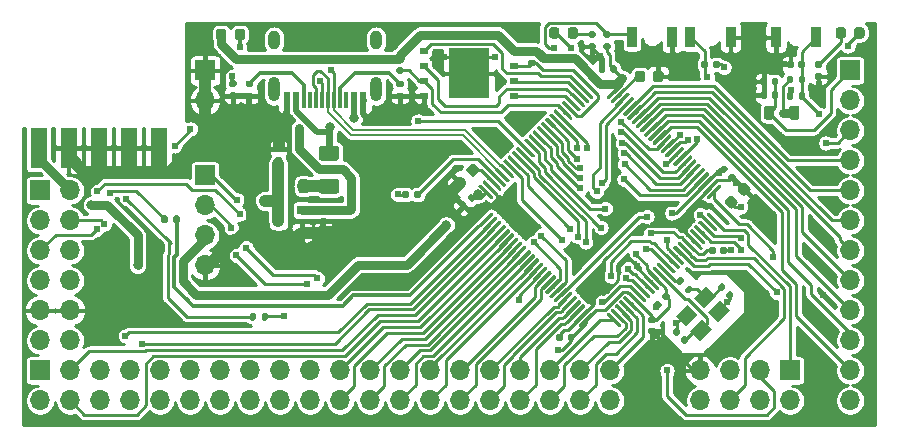
<source format=gbr>
%TF.GenerationSoftware,KiCad,Pcbnew,(5.1.9)-1*%
%TF.CreationDate,2021-03-09T20:48:28+01:00*%
%TF.ProjectId,poly_kb,706f6c79-5f6b-4622-9e6b-696361645f70,rev?*%
%TF.SameCoordinates,Original*%
%TF.FileFunction,Copper,L1,Top*%
%TF.FilePolarity,Positive*%
%FSLAX46Y46*%
G04 Gerber Fmt 4.6, Leading zero omitted, Abs format (unit mm)*
G04 Created by KiCad (PCBNEW (5.1.9)-1) date 2021-03-09 20:48:28*
%MOMM*%
%LPD*%
G01*
G04 APERTURE LIST*
%TA.AperFunction,ComponentPad*%
%ADD10O,1.700000X1.700000*%
%TD*%
%TA.AperFunction,ComponentPad*%
%ADD11R,1.700000X1.700000*%
%TD*%
%TA.AperFunction,SMDPad,CuDef*%
%ADD12R,1.400000X3.500000*%
%TD*%
%TA.AperFunction,SMDPad,CuDef*%
%ADD13R,3.450000X4.350000*%
%TD*%
%TA.AperFunction,SMDPad,CuDef*%
%ADD14R,0.750000X0.500000*%
%TD*%
%TA.AperFunction,SMDPad,CuDef*%
%ADD15C,0.127000*%
%TD*%
%TA.AperFunction,SMDPad,CuDef*%
%ADD16R,0.900000X0.800000*%
%TD*%
%TA.AperFunction,SMDPad,CuDef*%
%ADD17R,0.900000X1.700000*%
%TD*%
%TA.AperFunction,SMDPad,CuDef*%
%ADD18R,0.600000X1.450000*%
%TD*%
%TA.AperFunction,SMDPad,CuDef*%
%ADD19R,0.300000X1.450000*%
%TD*%
%TA.AperFunction,ComponentPad*%
%ADD20O,1.000000X2.100000*%
%TD*%
%TA.AperFunction,ComponentPad*%
%ADD21O,1.000000X1.600000*%
%TD*%
%TA.AperFunction,ViaPad*%
%ADD22C,0.609600*%
%TD*%
%TA.AperFunction,ViaPad*%
%ADD23C,0.800000*%
%TD*%
%TA.AperFunction,Conductor*%
%ADD24C,0.292100*%
%TD*%
%TA.AperFunction,Conductor*%
%ADD25C,0.500000*%
%TD*%
%TA.AperFunction,Conductor*%
%ADD26C,1.000000*%
%TD*%
%TA.AperFunction,Conductor*%
%ADD27C,0.750000*%
%TD*%
%TA.AperFunction,Conductor*%
%ADD28C,0.300000*%
%TD*%
%TA.AperFunction,Conductor*%
%ADD29C,0.200000*%
%TD*%
%TA.AperFunction,Conductor*%
%ADD30C,0.254000*%
%TD*%
%TA.AperFunction,Conductor*%
%ADD31C,0.127000*%
%TD*%
G04 APERTURE END LIST*
D10*
%TO.P,J8,2*%
%TO.N,GND*%
X430530000Y-35560000D03*
D11*
%TO.P,J8,1*%
X430530000Y-33020000D03*
%TD*%
D10*
%TO.P,J3,12*%
%TO.N,+5V*%
X419100000Y-55880000D03*
%TO.P,J3,11*%
X416560000Y-55880000D03*
%TO.P,J3,10*%
%TO.N,GND*%
X419100000Y-53340000D03*
%TO.P,J3,9*%
X416560000Y-53340000D03*
%TO.P,J3,8*%
%TO.N,SPI1_SS*%
X419100000Y-50800000D03*
%TO.P,J3,7*%
%TO.N,SPI1_SCK*%
X416560000Y-50800000D03*
%TO.P,J3,6*%
%TO.N,SPI1_MISO*%
X419100000Y-48260000D03*
%TO.P,J3,5*%
%TO.N,SPI1_MOSI*%
X416560000Y-48260000D03*
%TO.P,J3,4*%
%TO.N,SPI1_RESET*%
X419100000Y-45720000D03*
%TO.P,J3,3*%
%TO.N,LED_ARRAY*%
X416560000Y-45720000D03*
%TO.P,J3,2*%
%TO.N,+3V3*%
X419100000Y-43180000D03*
D11*
%TO.P,J3,1*%
%TO.N,SPI3_SS*%
X416560000Y-43180000D03*
%TD*%
D12*
%TO.P,J1,9*%
%TO.N,GND*%
X426593000Y-39557000D03*
%TO.P,J1,7*%
X424053000Y-39557000D03*
%TO.P,J1,5*%
X421513000Y-39557000D03*
%TO.P,J1,3*%
X418973000Y-39557000D03*
%TO.P,J1,1*%
%TO.N,+3V3*%
X416433000Y-39557000D03*
%TD*%
%TO.P,R12,2*%
%TO.N,GND*%
%TA.AperFunction,SMDPad,CuDef*%
G36*
G01*
X432707200Y-34885600D02*
X433077200Y-34885600D01*
G75*
G02*
X433212200Y-35020600I0J-135000D01*
G01*
X433212200Y-35290600D01*
G75*
G02*
X433077200Y-35425600I-135000J0D01*
G01*
X432707200Y-35425600D01*
G75*
G02*
X432572200Y-35290600I0J135000D01*
G01*
X432572200Y-35020600D01*
G75*
G02*
X432707200Y-34885600I135000J0D01*
G01*
G37*
%TD.AperFunction*%
%TO.P,R12,1*%
%TO.N,Net-(D3-Pad1)*%
%TA.AperFunction,SMDPad,CuDef*%
G36*
G01*
X432707200Y-33865600D02*
X433077200Y-33865600D01*
G75*
G02*
X433212200Y-34000600I0J-135000D01*
G01*
X433212200Y-34270600D01*
G75*
G02*
X433077200Y-34405600I-135000J0D01*
G01*
X432707200Y-34405600D01*
G75*
G02*
X432572200Y-34270600I0J135000D01*
G01*
X432572200Y-34000600D01*
G75*
G02*
X432707200Y-33865600I135000J0D01*
G01*
G37*
%TD.AperFunction*%
%TD*%
%TO.P,R7,2*%
%TO.N,GND*%
%TA.AperFunction,SMDPad,CuDef*%
G36*
G01*
X463111000Y-30720000D02*
X463481000Y-30720000D01*
G75*
G02*
X463616000Y-30855000I0J-135000D01*
G01*
X463616000Y-31125000D01*
G75*
G02*
X463481000Y-31260000I-135000J0D01*
G01*
X463111000Y-31260000D01*
G75*
G02*
X462976000Y-31125000I0J135000D01*
G01*
X462976000Y-30855000D01*
G75*
G02*
X463111000Y-30720000I135000J0D01*
G01*
G37*
%TD.AperFunction*%
%TO.P,R7,1*%
%TO.N,Net-(D2-Pad1)*%
%TA.AperFunction,SMDPad,CuDef*%
G36*
G01*
X463111000Y-29700000D02*
X463481000Y-29700000D01*
G75*
G02*
X463616000Y-29835000I0J-135000D01*
G01*
X463616000Y-30105000D01*
G75*
G02*
X463481000Y-30240000I-135000J0D01*
G01*
X463111000Y-30240000D01*
G75*
G02*
X462976000Y-30105000I0J135000D01*
G01*
X462976000Y-29835000D01*
G75*
G02*
X463111000Y-29700000I135000J0D01*
G01*
G37*
%TD.AperFunction*%
%TD*%
%TO.P,R6,2*%
%TO.N,GND*%
%TA.AperFunction,SMDPad,CuDef*%
G36*
G01*
X482288000Y-33260000D02*
X482658000Y-33260000D01*
G75*
G02*
X482793000Y-33395000I0J-135000D01*
G01*
X482793000Y-33665000D01*
G75*
G02*
X482658000Y-33800000I-135000J0D01*
G01*
X482288000Y-33800000D01*
G75*
G02*
X482153000Y-33665000I0J135000D01*
G01*
X482153000Y-33395000D01*
G75*
G02*
X482288000Y-33260000I135000J0D01*
G01*
G37*
%TD.AperFunction*%
%TO.P,R6,1*%
%TO.N,Net-(D1-Pad1)*%
%TA.AperFunction,SMDPad,CuDef*%
G36*
G01*
X482288000Y-32240000D02*
X482658000Y-32240000D01*
G75*
G02*
X482793000Y-32375000I0J-135000D01*
G01*
X482793000Y-32645000D01*
G75*
G02*
X482658000Y-32780000I-135000J0D01*
G01*
X482288000Y-32780000D01*
G75*
G02*
X482153000Y-32645000I0J135000D01*
G01*
X482153000Y-32375000D01*
G75*
G02*
X482288000Y-32240000I135000J0D01*
G01*
G37*
%TD.AperFunction*%
%TD*%
%TO.P,R3,2*%
%TO.N,BOOT1*%
%TA.AperFunction,SMDPad,CuDef*%
G36*
G01*
X464751000Y-30240000D02*
X464381000Y-30240000D01*
G75*
G02*
X464246000Y-30105000I0J135000D01*
G01*
X464246000Y-29835000D01*
G75*
G02*
X464381000Y-29700000I135000J0D01*
G01*
X464751000Y-29700000D01*
G75*
G02*
X464886000Y-29835000I0J-135000D01*
G01*
X464886000Y-30105000D01*
G75*
G02*
X464751000Y-30240000I-135000J0D01*
G01*
G37*
%TD.AperFunction*%
%TO.P,R3,1*%
%TO.N,+3V3*%
%TA.AperFunction,SMDPad,CuDef*%
G36*
G01*
X464751000Y-31260000D02*
X464381000Y-31260000D01*
G75*
G02*
X464246000Y-31125000I0J135000D01*
G01*
X464246000Y-30855000D01*
G75*
G02*
X464381000Y-30720000I135000J0D01*
G01*
X464751000Y-30720000D01*
G75*
G02*
X464886000Y-30855000I0J-135000D01*
G01*
X464886000Y-31125000D01*
G75*
G02*
X464751000Y-31260000I-135000J0D01*
G01*
G37*
%TD.AperFunction*%
%TD*%
%TO.P,R1,2*%
%TO.N,BOOT0*%
%TA.AperFunction,SMDPad,CuDef*%
G36*
G01*
X473089000Y-32327000D02*
X473089000Y-32697000D01*
G75*
G02*
X472954000Y-32832000I-135000J0D01*
G01*
X472684000Y-32832000D01*
G75*
G02*
X472549000Y-32697000I0J135000D01*
G01*
X472549000Y-32327000D01*
G75*
G02*
X472684000Y-32192000I135000J0D01*
G01*
X472954000Y-32192000D01*
G75*
G02*
X473089000Y-32327000I0J-135000D01*
G01*
G37*
%TD.AperFunction*%
%TO.P,R1,1*%
%TO.N,+3V3*%
%TA.AperFunction,SMDPad,CuDef*%
G36*
G01*
X474109000Y-32327000D02*
X474109000Y-32697000D01*
G75*
G02*
X473974000Y-32832000I-135000J0D01*
G01*
X473704000Y-32832000D01*
G75*
G02*
X473569000Y-32697000I0J135000D01*
G01*
X473569000Y-32327000D01*
G75*
G02*
X473704000Y-32192000I135000J0D01*
G01*
X473974000Y-32192000D01*
G75*
G02*
X474109000Y-32327000I0J-135000D01*
G01*
G37*
%TD.AperFunction*%
%TD*%
D13*
%TO.P,U3,9*%
%TO.N,GND*%
X452882000Y-33274000D03*
D14*
%TO.P,U3,5*%
%TO.N,SPI2_MOSI*%
X456712000Y-35174000D03*
%TO.P,U3,6*%
%TO.N,SPI2_SCK*%
X456712000Y-33904000D03*
%TO.P,U3,8*%
%TO.N,+3V3*%
X456712000Y-31364000D03*
%TO.P,U3,7*%
%TO.N,FLASH_NHOLD*%
X456712000Y-32634000D03*
%TO.P,U3,1*%
%TO.N,SPI2_SS*%
X449042000Y-31364000D03*
%TO.P,U3,2*%
%TO.N,SPI2_MISO*%
X449042000Y-32634000D03*
%TO.P,U3,4*%
%TO.N,GND*%
X449042000Y-35174000D03*
%TO.P,U3,3*%
%TO.N,FLASH_NWP*%
X449042000Y-33904000D03*
%TD*%
%TO.P,R13,2*%
%TO.N,Net-(C17-Pad1)*%
%TA.AperFunction,SMDPad,CuDef*%
G36*
G01*
X471158091Y-51506920D02*
X471419720Y-51245291D01*
G75*
G02*
X471610638Y-51245291I95459J-95459D01*
G01*
X471801557Y-51436210D01*
G75*
G02*
X471801557Y-51627128I-95459J-95459D01*
G01*
X471539928Y-51888757D01*
G75*
G02*
X471349010Y-51888757I-95459J95459D01*
G01*
X471158091Y-51697838D01*
G75*
G02*
X471158091Y-51506920I95459J95459D01*
G01*
G37*
%TD.AperFunction*%
%TO.P,R13,1*%
%TO.N,HSE_OUT*%
%TA.AperFunction,SMDPad,CuDef*%
G36*
G01*
X470436843Y-50785672D02*
X470698472Y-50524043D01*
G75*
G02*
X470889390Y-50524043I95459J-95459D01*
G01*
X471080309Y-50714962D01*
G75*
G02*
X471080309Y-50905880I-95459J-95459D01*
G01*
X470818680Y-51167509D01*
G75*
G02*
X470627762Y-51167509I-95459J95459D01*
G01*
X470436843Y-50976590D01*
G75*
G02*
X470436843Y-50785672I95459J95459D01*
G01*
G37*
%TD.AperFunction*%
%TD*%
%TO.P,C16,2*%
%TO.N,GND*%
%TA.AperFunction,SMDPad,CuDef*%
G36*
G01*
X470767787Y-55237371D02*
X470527371Y-55477787D01*
G75*
G02*
X470329381Y-55477787I-98995J98995D01*
G01*
X470131391Y-55279797D01*
G75*
G02*
X470131391Y-55081807I98995J98995D01*
G01*
X470371807Y-54841391D01*
G75*
G02*
X470569797Y-54841391I98995J-98995D01*
G01*
X470767787Y-55039381D01*
G75*
G02*
X470767787Y-55237371I-98995J-98995D01*
G01*
G37*
%TD.AperFunction*%
%TO.P,C16,1*%
%TO.N,HSE_IN*%
%TA.AperFunction,SMDPad,CuDef*%
G36*
G01*
X471446609Y-55916193D02*
X471206193Y-56156609D01*
G75*
G02*
X471008203Y-56156609I-98995J98995D01*
G01*
X470810213Y-55958619D01*
G75*
G02*
X470810213Y-55760629I98995J98995D01*
G01*
X471050629Y-55520213D01*
G75*
G02*
X471248619Y-55520213I98995J-98995D01*
G01*
X471446609Y-55718203D01*
G75*
G02*
X471446609Y-55916193I-98995J-98995D01*
G01*
G37*
%TD.AperFunction*%
%TD*%
%TA.AperFunction,SMDPad,CuDef*%
D15*
%TO.P,Y1,4*%
%TO.N,GND*%
G36*
X471244431Y-54690016D02*
G01*
X470395903Y-53841488D01*
X471385853Y-52851538D01*
X472234381Y-53700066D01*
X471244431Y-54690016D01*
G37*
%TD.AperFunction*%
%TA.AperFunction,SMDPad,CuDef*%
%TO.P,Y1,3*%
%TO.N,Net-(C17-Pad1)*%
G36*
X472800066Y-53134381D02*
G01*
X471951538Y-52285853D01*
X472941488Y-51295903D01*
X473790016Y-52144431D01*
X472800066Y-53134381D01*
G37*
%TD.AperFunction*%
%TA.AperFunction,SMDPad,CuDef*%
%TO.P,Y1,2*%
%TO.N,GND*%
G36*
X474002147Y-54336462D02*
G01*
X473153619Y-53487934D01*
X474143569Y-52497984D01*
X474992097Y-53346512D01*
X474002147Y-54336462D01*
G37*
%TD.AperFunction*%
%TA.AperFunction,SMDPad,CuDef*%
%TO.P,Y1,1*%
%TO.N,HSE_IN*%
G36*
X472446512Y-55892097D02*
G01*
X471597984Y-55043569D01*
X472587934Y-54053619D01*
X473436462Y-54902147D01*
X472446512Y-55892097D01*
G37*
%TD.AperFunction*%
%TD*%
D16*
%TO.P,U1,3*%
%TO.N,+5V*%
X436743600Y-45796200D03*
%TO.P,U1,2*%
%TO.N,+3V3*%
X438743600Y-44846200D03*
%TO.P,U1,1*%
%TO.N,GND*%
X438743600Y-46746200D03*
%TD*%
D17*
%TO.P,SW3,2*%
%TO.N,NRST*%
X482268000Y-30226000D03*
%TO.P,SW3,1*%
%TO.N,GND*%
X478868000Y-30226000D03*
%TD*%
%TO.P,SW2,2*%
%TO.N,GND*%
X470076000Y-30226000D03*
%TO.P,SW2,1*%
%TO.N,BOOT1*%
X466676000Y-30226000D03*
%TD*%
%TO.P,SW1,2*%
%TO.N,GND*%
X475029000Y-30226000D03*
%TO.P,SW1,1*%
%TO.N,BOOT0*%
X471629000Y-30226000D03*
%TD*%
%TO.P,R4,2*%
%TO.N,Net-(J1-Pad2)*%
%TA.AperFunction,SMDPad,CuDef*%
G36*
G01*
X447765200Y-43350600D02*
X447765200Y-43720600D01*
G75*
G02*
X447630200Y-43855600I-135000J0D01*
G01*
X447360200Y-43855600D01*
G75*
G02*
X447225200Y-43720600I0J135000D01*
G01*
X447225200Y-43350600D01*
G75*
G02*
X447360200Y-43215600I135000J0D01*
G01*
X447630200Y-43215600D01*
G75*
G02*
X447765200Y-43350600I0J-135000D01*
G01*
G37*
%TD.AperFunction*%
%TO.P,R4,1*%
%TO.N,SWDIO*%
%TA.AperFunction,SMDPad,CuDef*%
G36*
G01*
X448785200Y-43350600D02*
X448785200Y-43720600D01*
G75*
G02*
X448650200Y-43855600I-135000J0D01*
G01*
X448380200Y-43855600D01*
G75*
G02*
X448245200Y-43720600I0J135000D01*
G01*
X448245200Y-43350600D01*
G75*
G02*
X448380200Y-43215600I135000J0D01*
G01*
X448650200Y-43215600D01*
G75*
G02*
X448785200Y-43350600I0J-135000D01*
G01*
G37*
%TD.AperFunction*%
%TD*%
%TO.P,R15,2*%
%TO.N,FLASH_NHOLD*%
%TA.AperFunction,SMDPad,CuDef*%
G36*
G01*
X458031000Y-32119000D02*
X458401000Y-32119000D01*
G75*
G02*
X458536000Y-32254000I0J-135000D01*
G01*
X458536000Y-32524000D01*
G75*
G02*
X458401000Y-32659000I-135000J0D01*
G01*
X458031000Y-32659000D01*
G75*
G02*
X457896000Y-32524000I0J135000D01*
G01*
X457896000Y-32254000D01*
G75*
G02*
X458031000Y-32119000I135000J0D01*
G01*
G37*
%TD.AperFunction*%
%TO.P,R15,1*%
%TO.N,+3V3*%
%TA.AperFunction,SMDPad,CuDef*%
G36*
G01*
X458031000Y-31099000D02*
X458401000Y-31099000D01*
G75*
G02*
X458536000Y-31234000I0J-135000D01*
G01*
X458536000Y-31504000D01*
G75*
G02*
X458401000Y-31639000I-135000J0D01*
G01*
X458031000Y-31639000D01*
G75*
G02*
X457896000Y-31504000I0J135000D01*
G01*
X457896000Y-31234000D01*
G75*
G02*
X458031000Y-31099000I135000J0D01*
G01*
G37*
%TD.AperFunction*%
%TD*%
%TO.P,R14,2*%
%TO.N,FLASH_NWP*%
%TA.AperFunction,SMDPad,CuDef*%
G36*
G01*
X446855000Y-32752000D02*
X447225000Y-32752000D01*
G75*
G02*
X447360000Y-32887000I0J-135000D01*
G01*
X447360000Y-33157000D01*
G75*
G02*
X447225000Y-33292000I-135000J0D01*
G01*
X446855000Y-33292000D01*
G75*
G02*
X446720000Y-33157000I0J135000D01*
G01*
X446720000Y-32887000D01*
G75*
G02*
X446855000Y-32752000I135000J0D01*
G01*
G37*
%TD.AperFunction*%
%TO.P,R14,1*%
%TO.N,+3V3*%
%TA.AperFunction,SMDPad,CuDef*%
G36*
G01*
X446855000Y-31732000D02*
X447225000Y-31732000D01*
G75*
G02*
X447360000Y-31867000I0J-135000D01*
G01*
X447360000Y-32137000D01*
G75*
G02*
X447225000Y-32272000I-135000J0D01*
G01*
X446855000Y-32272000D01*
G75*
G02*
X446720000Y-32137000I0J135000D01*
G01*
X446720000Y-31867000D01*
G75*
G02*
X446855000Y-31732000I135000J0D01*
G01*
G37*
%TD.AperFunction*%
%TD*%
%TO.P,R11,2*%
%TO.N,Net-(J2-PadB5)*%
%TA.AperFunction,SMDPad,CuDef*%
G36*
G01*
X434474200Y-34431000D02*
X434104200Y-34431000D01*
G75*
G02*
X433969200Y-34296000I0J135000D01*
G01*
X433969200Y-34026000D01*
G75*
G02*
X434104200Y-33891000I135000J0D01*
G01*
X434474200Y-33891000D01*
G75*
G02*
X434609200Y-34026000I0J-135000D01*
G01*
X434609200Y-34296000D01*
G75*
G02*
X434474200Y-34431000I-135000J0D01*
G01*
G37*
%TD.AperFunction*%
%TO.P,R11,1*%
%TO.N,GND*%
%TA.AperFunction,SMDPad,CuDef*%
G36*
G01*
X434474200Y-35451000D02*
X434104200Y-35451000D01*
G75*
G02*
X433969200Y-35316000I0J135000D01*
G01*
X433969200Y-35046000D01*
G75*
G02*
X434104200Y-34911000I135000J0D01*
G01*
X434474200Y-34911000D01*
G75*
G02*
X434609200Y-35046000I0J-135000D01*
G01*
X434609200Y-35316000D01*
G75*
G02*
X434474200Y-35451000I-135000J0D01*
G01*
G37*
%TD.AperFunction*%
%TD*%
%TO.P,R2,2*%
%TO.N,NRST*%
%TA.AperFunction,SMDPad,CuDef*%
G36*
G01*
X480808000Y-33967000D02*
X480808000Y-33597000D01*
G75*
G02*
X480943000Y-33462000I135000J0D01*
G01*
X481213000Y-33462000D01*
G75*
G02*
X481348000Y-33597000I0J-135000D01*
G01*
X481348000Y-33967000D01*
G75*
G02*
X481213000Y-34102000I-135000J0D01*
G01*
X480943000Y-34102000D01*
G75*
G02*
X480808000Y-33967000I0J135000D01*
G01*
G37*
%TD.AperFunction*%
%TO.P,R2,1*%
%TO.N,+3V3*%
%TA.AperFunction,SMDPad,CuDef*%
G36*
G01*
X479788000Y-33967000D02*
X479788000Y-33597000D01*
G75*
G02*
X479923000Y-33462000I135000J0D01*
G01*
X480193000Y-33462000D01*
G75*
G02*
X480328000Y-33597000I0J-135000D01*
G01*
X480328000Y-33967000D01*
G75*
G02*
X480193000Y-34102000I-135000J0D01*
G01*
X479923000Y-34102000D01*
G75*
G02*
X479788000Y-33967000I0J135000D01*
G01*
G37*
%TD.AperFunction*%
%TD*%
D10*
%TO.P,J5,8*%
%TO.N,USART2_RX*%
X472440000Y-60960000D03*
%TO.P,J5,7*%
%TO.N,GND*%
X472440000Y-58420000D03*
%TO.P,J5,6*%
%TO.N,ESP01_EN*%
X474980000Y-60960000D03*
%TO.P,J5,5*%
%TO.N,ESP01_IO2*%
X474980000Y-58420000D03*
%TO.P,J5,4*%
%TO.N,ESP01_RST*%
X477520000Y-60960000D03*
%TO.P,J5,3*%
%TO.N,ESP01_IO0*%
X477520000Y-58420000D03*
%TO.P,J5,2*%
%TO.N,+3V3*%
X480060000Y-60960000D03*
D11*
%TO.P,J5,1*%
%TO.N,USART2_TX*%
X480060000Y-58420000D03*
%TD*%
D10*
%TO.P,J6,4*%
%TO.N,GND*%
X430530000Y-49530000D03*
%TO.P,J6,3*%
%TO.N,+3V3*%
X430530000Y-46990000D03*
%TO.P,J6,2*%
%TO.N,I2C1_SCL*%
X430530000Y-44450000D03*
D11*
%TO.P,J6,1*%
%TO.N,I2C1_SDA*%
X430530000Y-41910000D03*
%TD*%
D18*
%TO.P,J2,B1*%
%TO.N,GND*%
X437440000Y-35541000D03*
%TO.P,J2,A9*%
%TO.N,VCC*%
X438240000Y-35541000D03*
%TO.P,J2,B9*%
X443140000Y-35541000D03*
%TO.P,J2,B12*%
%TO.N,GND*%
X443940000Y-35541000D03*
%TO.P,J2,A1*%
X443940000Y-35541000D03*
%TO.P,J2,A4*%
%TO.N,VCC*%
X443140000Y-35541000D03*
%TO.P,J2,B4*%
X438240000Y-35541000D03*
%TO.P,J2,A12*%
%TO.N,GND*%
X437440000Y-35541000D03*
D19*
%TO.P,J2,B8*%
%TO.N,N/C*%
X442440000Y-35541000D03*
%TO.P,J2,A5*%
%TO.N,Net-(J2-PadA5)*%
X441940000Y-35541000D03*
%TO.P,J2,B7*%
%TO.N,USB_D-*%
X441440000Y-35541000D03*
%TO.P,J2,A7*%
X440440000Y-35541000D03*
%TO.P,J2,B6*%
%TO.N,USB_D+*%
X439940000Y-35541000D03*
%TO.P,J2,A8*%
%TO.N,N/C*%
X439440000Y-35541000D03*
%TO.P,J2,B5*%
%TO.N,Net-(J2-PadB5)*%
X438940000Y-35541000D03*
%TO.P,J2,A6*%
%TO.N,USB_D+*%
X440940000Y-35541000D03*
D20*
%TO.P,J2,S1*%
%TO.N,Net-(J2-PadS1)*%
X436370000Y-34626000D03*
X445010000Y-34626000D03*
D21*
X445010000Y-30446000D03*
X436370000Y-30446000D03*
%TD*%
%TO.P,FB1,2*%
%TO.N,Net-(F1-Pad1)*%
%TA.AperFunction,SMDPad,CuDef*%
G36*
G01*
X438419400Y-43205650D02*
X438419400Y-42443150D01*
G75*
G02*
X438638150Y-42224400I218750J0D01*
G01*
X439075650Y-42224400D01*
G75*
G02*
X439294400Y-42443150I0J-218750D01*
G01*
X439294400Y-43205650D01*
G75*
G02*
X439075650Y-43424400I-218750J0D01*
G01*
X438638150Y-43424400D01*
G75*
G02*
X438419400Y-43205650I0J218750D01*
G01*
G37*
%TD.AperFunction*%
%TO.P,FB1,1*%
%TO.N,+5V*%
%TA.AperFunction,SMDPad,CuDef*%
G36*
G01*
X436294400Y-43205650D02*
X436294400Y-42443150D01*
G75*
G02*
X436513150Y-42224400I218750J0D01*
G01*
X436950650Y-42224400D01*
G75*
G02*
X437169400Y-42443150I0J-218750D01*
G01*
X437169400Y-43205650D01*
G75*
G02*
X436950650Y-43424400I-218750J0D01*
G01*
X436513150Y-43424400D01*
G75*
G02*
X436294400Y-43205650I0J218750D01*
G01*
G37*
%TD.AperFunction*%
%TD*%
%TO.P,D3,2*%
%TO.N,+3V3*%
%TA.AperFunction,SMDPad,CuDef*%
G36*
G01*
X432339000Y-29715750D02*
X432339000Y-30228250D01*
G75*
G02*
X432120250Y-30447000I-218750J0D01*
G01*
X431682750Y-30447000D01*
G75*
G02*
X431464000Y-30228250I0J218750D01*
G01*
X431464000Y-29715750D01*
G75*
G02*
X431682750Y-29497000I218750J0D01*
G01*
X432120250Y-29497000D01*
G75*
G02*
X432339000Y-29715750I0J-218750D01*
G01*
G37*
%TD.AperFunction*%
%TO.P,D3,1*%
%TO.N,Net-(D3-Pad1)*%
%TA.AperFunction,SMDPad,CuDef*%
G36*
G01*
X433914000Y-29715750D02*
X433914000Y-30228250D01*
G75*
G02*
X433695250Y-30447000I-218750J0D01*
G01*
X433257750Y-30447000D01*
G75*
G02*
X433039000Y-30228250I0J218750D01*
G01*
X433039000Y-29715750D01*
G75*
G02*
X433257750Y-29497000I218750J0D01*
G01*
X433695250Y-29497000D01*
G75*
G02*
X433914000Y-29715750I0J-218750D01*
G01*
G37*
%TD.AperFunction*%
%TD*%
%TO.P,D2,2*%
%TO.N,LED_STATUS*%
%TA.AperFunction,SMDPad,CuDef*%
G36*
G01*
X460533000Y-29588750D02*
X460533000Y-30101250D01*
G75*
G02*
X460314250Y-30320000I-218750J0D01*
G01*
X459876750Y-30320000D01*
G75*
G02*
X459658000Y-30101250I0J218750D01*
G01*
X459658000Y-29588750D01*
G75*
G02*
X459876750Y-29370000I218750J0D01*
G01*
X460314250Y-29370000D01*
G75*
G02*
X460533000Y-29588750I0J-218750D01*
G01*
G37*
%TD.AperFunction*%
%TO.P,D2,1*%
%TO.N,Net-(D2-Pad1)*%
%TA.AperFunction,SMDPad,CuDef*%
G36*
G01*
X462108000Y-29588750D02*
X462108000Y-30101250D01*
G75*
G02*
X461889250Y-30320000I-218750J0D01*
G01*
X461451750Y-30320000D01*
G75*
G02*
X461233000Y-30101250I0J218750D01*
G01*
X461233000Y-29588750D01*
G75*
G02*
X461451750Y-29370000I218750J0D01*
G01*
X461889250Y-29370000D01*
G75*
G02*
X462108000Y-29588750I0J-218750D01*
G01*
G37*
%TD.AperFunction*%
%TD*%
%TO.P,D1,2*%
%TO.N,RESET_INDICATOR*%
%TA.AperFunction,SMDPad,CuDef*%
G36*
G01*
X485490000Y-30101250D02*
X485490000Y-29588750D01*
G75*
G02*
X485708750Y-29370000I218750J0D01*
G01*
X486146250Y-29370000D01*
G75*
G02*
X486365000Y-29588750I0J-218750D01*
G01*
X486365000Y-30101250D01*
G75*
G02*
X486146250Y-30320000I-218750J0D01*
G01*
X485708750Y-30320000D01*
G75*
G02*
X485490000Y-30101250I0J218750D01*
G01*
G37*
%TD.AperFunction*%
%TO.P,D1,1*%
%TO.N,Net-(D1-Pad1)*%
%TA.AperFunction,SMDPad,CuDef*%
G36*
G01*
X483915000Y-30101250D02*
X483915000Y-29588750D01*
G75*
G02*
X484133750Y-29370000I218750J0D01*
G01*
X484571250Y-29370000D01*
G75*
G02*
X484790000Y-29588750I0J-218750D01*
G01*
X484790000Y-30101250D01*
G75*
G02*
X484571250Y-30320000I-218750J0D01*
G01*
X484133750Y-30320000D01*
G75*
G02*
X483915000Y-30101250I0J218750D01*
G01*
G37*
%TD.AperFunction*%
%TD*%
%TO.P,C1,2*%
%TO.N,GND*%
%TA.AperFunction,SMDPad,CuDef*%
G36*
G01*
X480368000Y-32342000D02*
X480368000Y-32682000D01*
G75*
G02*
X480228000Y-32822000I-140000J0D01*
G01*
X479948000Y-32822000D01*
G75*
G02*
X479808000Y-32682000I0J140000D01*
G01*
X479808000Y-32342000D01*
G75*
G02*
X479948000Y-32202000I140000J0D01*
G01*
X480228000Y-32202000D01*
G75*
G02*
X480368000Y-32342000I0J-140000D01*
G01*
G37*
%TD.AperFunction*%
%TO.P,C1,1*%
%TO.N,NRST*%
%TA.AperFunction,SMDPad,CuDef*%
G36*
G01*
X481328000Y-32342000D02*
X481328000Y-32682000D01*
G75*
G02*
X481188000Y-32822000I-140000J0D01*
G01*
X480908000Y-32822000D01*
G75*
G02*
X480768000Y-32682000I0J140000D01*
G01*
X480768000Y-32342000D01*
G75*
G02*
X480908000Y-32202000I140000J0D01*
G01*
X481188000Y-32202000D01*
G75*
G02*
X481328000Y-32342000I0J-140000D01*
G01*
G37*
%TD.AperFunction*%
%TD*%
%TO.P,C3,2*%
%TO.N,GND*%
%TA.AperFunction,SMDPad,CuDef*%
G36*
G01*
X440367600Y-45513600D02*
X440707600Y-45513600D01*
G75*
G02*
X440847600Y-45653600I0J-140000D01*
G01*
X440847600Y-45933600D01*
G75*
G02*
X440707600Y-46073600I-140000J0D01*
G01*
X440367600Y-46073600D01*
G75*
G02*
X440227600Y-45933600I0J140000D01*
G01*
X440227600Y-45653600D01*
G75*
G02*
X440367600Y-45513600I140000J0D01*
G01*
G37*
%TD.AperFunction*%
%TO.P,C3,1*%
%TO.N,+3V3*%
%TA.AperFunction,SMDPad,CuDef*%
G36*
G01*
X440367600Y-44553600D02*
X440707600Y-44553600D01*
G75*
G02*
X440847600Y-44693600I0J-140000D01*
G01*
X440847600Y-44973600D01*
G75*
G02*
X440707600Y-45113600I-140000J0D01*
G01*
X440367600Y-45113600D01*
G75*
G02*
X440227600Y-44973600I0J140000D01*
G01*
X440227600Y-44693600D01*
G75*
G02*
X440367600Y-44553600I140000J0D01*
G01*
G37*
%TD.AperFunction*%
%TD*%
%TO.P,C2,2*%
%TO.N,GND*%
%TA.AperFunction,SMDPad,CuDef*%
G36*
G01*
X436923000Y-39932000D02*
X436583000Y-39932000D01*
G75*
G02*
X436443000Y-39792000I0J140000D01*
G01*
X436443000Y-39512000D01*
G75*
G02*
X436583000Y-39372000I140000J0D01*
G01*
X436923000Y-39372000D01*
G75*
G02*
X437063000Y-39512000I0J-140000D01*
G01*
X437063000Y-39792000D01*
G75*
G02*
X436923000Y-39932000I-140000J0D01*
G01*
G37*
%TD.AperFunction*%
%TO.P,C2,1*%
%TO.N,+5V*%
%TA.AperFunction,SMDPad,CuDef*%
G36*
G01*
X436923000Y-40892000D02*
X436583000Y-40892000D01*
G75*
G02*
X436443000Y-40752000I0J140000D01*
G01*
X436443000Y-40472000D01*
G75*
G02*
X436583000Y-40332000I140000J0D01*
G01*
X436923000Y-40332000D01*
G75*
G02*
X437063000Y-40472000I0J-140000D01*
G01*
X437063000Y-40752000D01*
G75*
G02*
X436923000Y-40892000I-140000J0D01*
G01*
G37*
%TD.AperFunction*%
%TD*%
%TO.P,C15,2*%
%TO.N,GND*%
%TA.AperFunction,SMDPad,CuDef*%
G36*
G01*
X452246813Y-42064633D02*
X452600367Y-42418187D01*
G75*
G02*
X452600367Y-42736385I-159099J-159099D01*
G01*
X452282169Y-43054583D01*
G75*
G02*
X451963971Y-43054583I-159099J159099D01*
G01*
X451610417Y-42701029D01*
G75*
G02*
X451610417Y-42382831I159099J159099D01*
G01*
X451928615Y-42064633D01*
G75*
G02*
X452246813Y-42064633I159099J-159099D01*
G01*
G37*
%TD.AperFunction*%
%TO.P,C15,1*%
%TO.N,Net-(C15-Pad1)*%
%TA.AperFunction,SMDPad,CuDef*%
G36*
G01*
X453342829Y-40968617D02*
X453696383Y-41322171D01*
G75*
G02*
X453696383Y-41640369I-159099J-159099D01*
G01*
X453378185Y-41958567D01*
G75*
G02*
X453059987Y-41958567I-159099J159099D01*
G01*
X452706433Y-41605013D01*
G75*
G02*
X452706433Y-41286815I159099J159099D01*
G01*
X453024631Y-40968617D01*
G75*
G02*
X453342829Y-40968617I159099J-159099D01*
G01*
G37*
%TD.AperFunction*%
%TD*%
%TO.P,C14,2*%
%TO.N,GND*%
%TA.AperFunction,SMDPad,CuDef*%
G36*
G01*
X468447000Y-33778000D02*
X468447000Y-33278000D01*
G75*
G02*
X468672000Y-33053000I225000J0D01*
G01*
X469122000Y-33053000D01*
G75*
G02*
X469347000Y-33278000I0J-225000D01*
G01*
X469347000Y-33778000D01*
G75*
G02*
X469122000Y-34003000I-225000J0D01*
G01*
X468672000Y-34003000D01*
G75*
G02*
X468447000Y-33778000I0J225000D01*
G01*
G37*
%TD.AperFunction*%
%TO.P,C14,1*%
%TO.N,Net-(C14-Pad1)*%
%TA.AperFunction,SMDPad,CuDef*%
G36*
G01*
X466897000Y-33778000D02*
X466897000Y-33278000D01*
G75*
G02*
X467122000Y-33053000I225000J0D01*
G01*
X467572000Y-33053000D01*
G75*
G02*
X467797000Y-33278000I0J-225000D01*
G01*
X467797000Y-33778000D01*
G75*
G02*
X467572000Y-34003000I-225000J0D01*
G01*
X467122000Y-34003000D01*
G75*
G02*
X466897000Y-33778000I0J225000D01*
G01*
G37*
%TD.AperFunction*%
%TD*%
%TO.P,C13,2*%
%TO.N,GND*%
%TA.AperFunction,SMDPad,CuDef*%
G36*
G01*
X460835400Y-55456000D02*
X460835400Y-55796000D01*
G75*
G02*
X460695400Y-55936000I-140000J0D01*
G01*
X460415400Y-55936000D01*
G75*
G02*
X460275400Y-55796000I0J140000D01*
G01*
X460275400Y-55456000D01*
G75*
G02*
X460415400Y-55316000I140000J0D01*
G01*
X460695400Y-55316000D01*
G75*
G02*
X460835400Y-55456000I0J-140000D01*
G01*
G37*
%TD.AperFunction*%
%TO.P,C13,1*%
%TO.N,+3V3*%
%TA.AperFunction,SMDPad,CuDef*%
G36*
G01*
X461795400Y-55456000D02*
X461795400Y-55796000D01*
G75*
G02*
X461655400Y-55936000I-140000J0D01*
G01*
X461375400Y-55936000D01*
G75*
G02*
X461235400Y-55796000I0J140000D01*
G01*
X461235400Y-55456000D01*
G75*
G02*
X461375400Y-55316000I140000J0D01*
G01*
X461655400Y-55316000D01*
G75*
G02*
X461795400Y-55456000I0J-140000D01*
G01*
G37*
%TD.AperFunction*%
%TD*%
%TO.P,C12,2*%
%TO.N,GND*%
%TA.AperFunction,SMDPad,CuDef*%
G36*
G01*
X452493371Y-44166413D02*
X452733787Y-44406829D01*
G75*
G02*
X452733787Y-44604819I-98995J-98995D01*
G01*
X452535797Y-44802809D01*
G75*
G02*
X452337807Y-44802809I-98995J98995D01*
G01*
X452097391Y-44562393D01*
G75*
G02*
X452097391Y-44364403I98995J98995D01*
G01*
X452295381Y-44166413D01*
G75*
G02*
X452493371Y-44166413I98995J-98995D01*
G01*
G37*
%TD.AperFunction*%
%TO.P,C12,1*%
%TO.N,+3V3*%
%TA.AperFunction,SMDPad,CuDef*%
G36*
G01*
X453172193Y-43487591D02*
X453412609Y-43728007D01*
G75*
G02*
X453412609Y-43925997I-98995J-98995D01*
G01*
X453214619Y-44123987D01*
G75*
G02*
X453016629Y-44123987I-98995J98995D01*
G01*
X452776213Y-43883571D01*
G75*
G02*
X452776213Y-43685581I98995J98995D01*
G01*
X452974203Y-43487591D01*
G75*
G02*
X453172193Y-43487591I98995J-98995D01*
G01*
G37*
%TD.AperFunction*%
%TD*%
%TO.P,C5,2*%
%TO.N,GND*%
%TA.AperFunction,SMDPad,CuDef*%
G36*
G01*
X478107400Y-34932800D02*
X478107400Y-35272800D01*
G75*
G02*
X477967400Y-35412800I-140000J0D01*
G01*
X477687400Y-35412800D01*
G75*
G02*
X477547400Y-35272800I0J140000D01*
G01*
X477547400Y-34932800D01*
G75*
G02*
X477687400Y-34792800I140000J0D01*
G01*
X477967400Y-34792800D01*
G75*
G02*
X478107400Y-34932800I0J-140000D01*
G01*
G37*
%TD.AperFunction*%
%TO.P,C5,1*%
%TO.N,+3.3VA*%
%TA.AperFunction,SMDPad,CuDef*%
G36*
G01*
X479067400Y-34932800D02*
X479067400Y-35272800D01*
G75*
G02*
X478927400Y-35412800I-140000J0D01*
G01*
X478647400Y-35412800D01*
G75*
G02*
X478507400Y-35272800I0J140000D01*
G01*
X478507400Y-34932800D01*
G75*
G02*
X478647400Y-34792800I140000J0D01*
G01*
X478927400Y-34792800D01*
G75*
G02*
X479067400Y-34932800I0J-140000D01*
G01*
G37*
%TD.AperFunction*%
%TD*%
%TO.P,C4,2*%
%TO.N,GND*%
%TA.AperFunction,SMDPad,CuDef*%
G36*
G01*
X478107400Y-33789800D02*
X478107400Y-34129800D01*
G75*
G02*
X477967400Y-34269800I-140000J0D01*
G01*
X477687400Y-34269800D01*
G75*
G02*
X477547400Y-34129800I0J140000D01*
G01*
X477547400Y-33789800D01*
G75*
G02*
X477687400Y-33649800I140000J0D01*
G01*
X477967400Y-33649800D01*
G75*
G02*
X478107400Y-33789800I0J-140000D01*
G01*
G37*
%TD.AperFunction*%
%TO.P,C4,1*%
%TO.N,+3.3VA*%
%TA.AperFunction,SMDPad,CuDef*%
G36*
G01*
X479067400Y-33789800D02*
X479067400Y-34129800D01*
G75*
G02*
X478927400Y-34269800I-140000J0D01*
G01*
X478647400Y-34269800D01*
G75*
G02*
X478507400Y-34129800I0J140000D01*
G01*
X478507400Y-33789800D01*
G75*
G02*
X478647400Y-33649800I140000J0D01*
G01*
X478927400Y-33649800D01*
G75*
G02*
X479067400Y-33789800I0J-140000D01*
G01*
G37*
%TD.AperFunction*%
%TD*%
%TO.P,C11,2*%
%TO.N,GND*%
%TA.AperFunction,SMDPad,CuDef*%
G36*
G01*
X474164000Y-48430000D02*
X474164000Y-48090000D01*
G75*
G02*
X474304000Y-47950000I140000J0D01*
G01*
X474584000Y-47950000D01*
G75*
G02*
X474724000Y-48090000I0J-140000D01*
G01*
X474724000Y-48430000D01*
G75*
G02*
X474584000Y-48570000I-140000J0D01*
G01*
X474304000Y-48570000D01*
G75*
G02*
X474164000Y-48430000I0J140000D01*
G01*
G37*
%TD.AperFunction*%
%TO.P,C11,1*%
%TO.N,+3V3*%
%TA.AperFunction,SMDPad,CuDef*%
G36*
G01*
X473204000Y-48430000D02*
X473204000Y-48090000D01*
G75*
G02*
X473344000Y-47950000I140000J0D01*
G01*
X473624000Y-47950000D01*
G75*
G02*
X473764000Y-48090000I0J-140000D01*
G01*
X473764000Y-48430000D01*
G75*
G02*
X473624000Y-48570000I-140000J0D01*
G01*
X473344000Y-48570000D01*
G75*
G02*
X473204000Y-48430000I0J140000D01*
G01*
G37*
%TD.AperFunction*%
%TD*%
%TO.P,C10,2*%
%TO.N,GND*%
%TA.AperFunction,SMDPad,CuDef*%
G36*
G01*
X464416800Y-32723000D02*
X464416800Y-33063000D01*
G75*
G02*
X464276800Y-33203000I-140000J0D01*
G01*
X463996800Y-33203000D01*
G75*
G02*
X463856800Y-33063000I0J140000D01*
G01*
X463856800Y-32723000D01*
G75*
G02*
X463996800Y-32583000I140000J0D01*
G01*
X464276800Y-32583000D01*
G75*
G02*
X464416800Y-32723000I0J-140000D01*
G01*
G37*
%TD.AperFunction*%
%TO.P,C10,1*%
%TO.N,+3V3*%
%TA.AperFunction,SMDPad,CuDef*%
G36*
G01*
X465376800Y-32723000D02*
X465376800Y-33063000D01*
G75*
G02*
X465236800Y-33203000I-140000J0D01*
G01*
X464956800Y-33203000D01*
G75*
G02*
X464816800Y-33063000I0J140000D01*
G01*
X464816800Y-32723000D01*
G75*
G02*
X464956800Y-32583000I140000J0D01*
G01*
X465236800Y-32583000D01*
G75*
G02*
X465376800Y-32723000I0J-140000D01*
G01*
G37*
%TD.AperFunction*%
%TD*%
%TO.P,C9,2*%
%TO.N,GND*%
%TA.AperFunction,SMDPad,CuDef*%
G36*
G01*
X468206000Y-54810000D02*
X468546000Y-54810000D01*
G75*
G02*
X468686000Y-54950000I0J-140000D01*
G01*
X468686000Y-55230000D01*
G75*
G02*
X468546000Y-55370000I-140000J0D01*
G01*
X468206000Y-55370000D01*
G75*
G02*
X468066000Y-55230000I0J140000D01*
G01*
X468066000Y-54950000D01*
G75*
G02*
X468206000Y-54810000I140000J0D01*
G01*
G37*
%TD.AperFunction*%
%TO.P,C9,1*%
%TO.N,+3V3*%
%TA.AperFunction,SMDPad,CuDef*%
G36*
G01*
X468206000Y-53850000D02*
X468546000Y-53850000D01*
G75*
G02*
X468686000Y-53990000I0J-140000D01*
G01*
X468686000Y-54270000D01*
G75*
G02*
X468546000Y-54410000I-140000J0D01*
G01*
X468206000Y-54410000D01*
G75*
G02*
X468066000Y-54270000I0J140000D01*
G01*
X468066000Y-53990000D01*
G75*
G02*
X468206000Y-53850000I140000J0D01*
G01*
G37*
%TD.AperFunction*%
%TD*%
%TO.P,C8,2*%
%TO.N,GND*%
%TA.AperFunction,SMDPad,CuDef*%
G36*
G01*
X468961782Y-52513802D02*
X469202198Y-52754218D01*
G75*
G02*
X469202198Y-52952208I-98995J-98995D01*
G01*
X469004208Y-53150198D01*
G75*
G02*
X468806218Y-53150198I-98995J98995D01*
G01*
X468565802Y-52909782D01*
G75*
G02*
X468565802Y-52711792I98995J98995D01*
G01*
X468763792Y-52513802D01*
G75*
G02*
X468961782Y-52513802I98995J-98995D01*
G01*
G37*
%TD.AperFunction*%
%TO.P,C8,1*%
%TO.N,+3V3*%
%TA.AperFunction,SMDPad,CuDef*%
G36*
G01*
X469640604Y-51834980D02*
X469881020Y-52075396D01*
G75*
G02*
X469881020Y-52273386I-98995J-98995D01*
G01*
X469683030Y-52471376D01*
G75*
G02*
X469485040Y-52471376I-98995J98995D01*
G01*
X469244624Y-52230960D01*
G75*
G02*
X469244624Y-52032970I98995J98995D01*
G01*
X469442614Y-51834980D01*
G75*
G02*
X469640604Y-51834980I98995J-98995D01*
G01*
G37*
%TD.AperFunction*%
%TD*%
%TO.P,C7,2*%
%TO.N,GND*%
%TA.AperFunction,SMDPad,CuDef*%
G36*
G01*
X474823413Y-41993829D02*
X475063829Y-41753413D01*
G75*
G02*
X475261819Y-41753413I98995J-98995D01*
G01*
X475459809Y-41951403D01*
G75*
G02*
X475459809Y-42149393I-98995J-98995D01*
G01*
X475219393Y-42389809D01*
G75*
G02*
X475021403Y-42389809I-98995J98995D01*
G01*
X474823413Y-42191819D01*
G75*
G02*
X474823413Y-41993829I98995J98995D01*
G01*
G37*
%TD.AperFunction*%
%TO.P,C7,1*%
%TO.N,+3V3*%
%TA.AperFunction,SMDPad,CuDef*%
G36*
G01*
X474144591Y-41315007D02*
X474385007Y-41074591D01*
G75*
G02*
X474582997Y-41074591I98995J-98995D01*
G01*
X474780987Y-41272581D01*
G75*
G02*
X474780987Y-41470571I-98995J-98995D01*
G01*
X474540571Y-41710987D01*
G75*
G02*
X474342581Y-41710987I-98995J98995D01*
G01*
X474144591Y-41512997D01*
G75*
G02*
X474144591Y-41315007I98995J98995D01*
G01*
G37*
%TD.AperFunction*%
%TD*%
%TO.P,C6,2*%
%TO.N,GND*%
%TA.AperFunction,SMDPad,CuDef*%
G36*
G01*
X476032379Y-43573375D02*
X475678825Y-43219821D01*
G75*
G02*
X475678825Y-42901623I159099J159099D01*
G01*
X475997023Y-42583425D01*
G75*
G02*
X476315221Y-42583425I159099J-159099D01*
G01*
X476668775Y-42936979D01*
G75*
G02*
X476668775Y-43255177I-159099J-159099D01*
G01*
X476350577Y-43573375D01*
G75*
G02*
X476032379Y-43573375I-159099J159099D01*
G01*
G37*
%TD.AperFunction*%
%TO.P,C6,1*%
%TO.N,+3V3*%
%TA.AperFunction,SMDPad,CuDef*%
G36*
G01*
X474936363Y-44669391D02*
X474582809Y-44315837D01*
G75*
G02*
X474582809Y-43997639I159099J159099D01*
G01*
X474901007Y-43679441D01*
G75*
G02*
X475219205Y-43679441I159099J-159099D01*
G01*
X475572759Y-44032995D01*
G75*
G02*
X475572759Y-44351193I-159099J-159099D01*
G01*
X475254561Y-44669391D01*
G75*
G02*
X474936363Y-44669391I-159099J159099D01*
G01*
G37*
%TD.AperFunction*%
%TD*%
%TO.P,R10,2*%
%TO.N,Net-(J2-PadA5)*%
%TA.AperFunction,SMDPad,CuDef*%
G36*
G01*
X447225000Y-34433000D02*
X446855000Y-34433000D01*
G75*
G02*
X446720000Y-34298000I0J135000D01*
G01*
X446720000Y-34028000D01*
G75*
G02*
X446855000Y-33893000I135000J0D01*
G01*
X447225000Y-33893000D01*
G75*
G02*
X447360000Y-34028000I0J-135000D01*
G01*
X447360000Y-34298000D01*
G75*
G02*
X447225000Y-34433000I-135000J0D01*
G01*
G37*
%TD.AperFunction*%
%TO.P,R10,1*%
%TO.N,GND*%
%TA.AperFunction,SMDPad,CuDef*%
G36*
G01*
X447225000Y-35453000D02*
X446855000Y-35453000D01*
G75*
G02*
X446720000Y-35318000I0J135000D01*
G01*
X446720000Y-35048000D01*
G75*
G02*
X446855000Y-34913000I135000J0D01*
G01*
X447225000Y-34913000D01*
G75*
G02*
X447360000Y-35048000I0J-135000D01*
G01*
X447360000Y-35318000D01*
G75*
G02*
X447225000Y-35453000I-135000J0D01*
G01*
G37*
%TD.AperFunction*%
%TD*%
%TO.P,R9,2*%
%TO.N,Net-(J1-Pad10)*%
%TA.AperFunction,SMDPad,CuDef*%
G36*
G01*
X480328000Y-34994000D02*
X480328000Y-35364000D01*
G75*
G02*
X480193000Y-35499000I-135000J0D01*
G01*
X479923000Y-35499000D01*
G75*
G02*
X479788000Y-35364000I0J135000D01*
G01*
X479788000Y-34994000D01*
G75*
G02*
X479923000Y-34859000I135000J0D01*
G01*
X480193000Y-34859000D01*
G75*
G02*
X480328000Y-34994000I0J-135000D01*
G01*
G37*
%TD.AperFunction*%
%TO.P,R9,1*%
%TO.N,NRST*%
%TA.AperFunction,SMDPad,CuDef*%
G36*
G01*
X481348000Y-34994000D02*
X481348000Y-35364000D01*
G75*
G02*
X481213000Y-35499000I-135000J0D01*
G01*
X480943000Y-35499000D01*
G75*
G02*
X480808000Y-35364000I0J135000D01*
G01*
X480808000Y-34994000D01*
G75*
G02*
X480943000Y-34859000I135000J0D01*
G01*
X481213000Y-34859000D01*
G75*
G02*
X481348000Y-34994000I0J-135000D01*
G01*
G37*
%TD.AperFunction*%
%TD*%
%TO.P,R8,2*%
%TO.N,Net-(J1-Pad6)*%
%TA.AperFunction,SMDPad,CuDef*%
G36*
G01*
X434836600Y-53688400D02*
X434836600Y-54058400D01*
G75*
G02*
X434701600Y-54193400I-135000J0D01*
G01*
X434431600Y-54193400D01*
G75*
G02*
X434296600Y-54058400I0J135000D01*
G01*
X434296600Y-53688400D01*
G75*
G02*
X434431600Y-53553400I135000J0D01*
G01*
X434701600Y-53553400D01*
G75*
G02*
X434836600Y-53688400I0J-135000D01*
G01*
G37*
%TD.AperFunction*%
%TO.P,R8,1*%
%TO.N,SWO*%
%TA.AperFunction,SMDPad,CuDef*%
G36*
G01*
X435856600Y-53688400D02*
X435856600Y-54058400D01*
G75*
G02*
X435721600Y-54193400I-135000J0D01*
G01*
X435451600Y-54193400D01*
G75*
G02*
X435316600Y-54058400I0J135000D01*
G01*
X435316600Y-53688400D01*
G75*
G02*
X435451600Y-53553400I135000J0D01*
G01*
X435721600Y-53553400D01*
G75*
G02*
X435856600Y-53688400I0J-135000D01*
G01*
G37*
%TD.AperFunction*%
%TD*%
%TO.P,R5,2*%
%TO.N,Net-(J1-Pad4)*%
%TA.AperFunction,SMDPad,CuDef*%
G36*
G01*
X427369000Y-45433400D02*
X427369000Y-45803400D01*
G75*
G02*
X427234000Y-45938400I-135000J0D01*
G01*
X426964000Y-45938400D01*
G75*
G02*
X426829000Y-45803400I0J135000D01*
G01*
X426829000Y-45433400D01*
G75*
G02*
X426964000Y-45298400I135000J0D01*
G01*
X427234000Y-45298400D01*
G75*
G02*
X427369000Y-45433400I0J-135000D01*
G01*
G37*
%TD.AperFunction*%
%TO.P,R5,1*%
%TO.N,SWCLK*%
%TA.AperFunction,SMDPad,CuDef*%
G36*
G01*
X428389000Y-45433400D02*
X428389000Y-45803400D01*
G75*
G02*
X428254000Y-45938400I-135000J0D01*
G01*
X427984000Y-45938400D01*
G75*
G02*
X427849000Y-45803400I0J135000D01*
G01*
X427849000Y-45433400D01*
G75*
G02*
X427984000Y-45298400I135000J0D01*
G01*
X428254000Y-45298400D01*
G75*
G02*
X428389000Y-45433400I0J-135000D01*
G01*
G37*
%TD.AperFunction*%
%TD*%
D10*
%TO.P,J7,40*%
%TO.N,KCol19*%
X464820000Y-60960000D03*
%TO.P,J7,39*%
%TO.N,KCol18*%
X464820000Y-58420000D03*
%TO.P,J7,38*%
%TO.N,KCol17*%
X462280000Y-60960000D03*
%TO.P,J7,37*%
%TO.N,KCol16*%
X462280000Y-58420000D03*
%TO.P,J7,36*%
%TO.N,KCol15*%
X459740000Y-60960000D03*
%TO.P,J7,35*%
%TO.N,KCol14*%
X459740000Y-58420000D03*
%TO.P,J7,34*%
%TO.N,KCol13*%
X457200000Y-60960000D03*
%TO.P,J7,33*%
%TO.N,KCol12*%
X457200000Y-58420000D03*
%TO.P,J7,32*%
%TO.N,KCol11*%
X454660000Y-60960000D03*
%TO.P,J7,31*%
%TO.N,KCol10*%
X454660000Y-58420000D03*
%TO.P,J7,30*%
%TO.N,KCol9*%
X452120000Y-60960000D03*
%TO.P,J7,29*%
%TO.N,KCol8*%
X452120000Y-58420000D03*
%TO.P,J7,28*%
%TO.N,KCol7*%
X449580000Y-60960000D03*
%TO.P,J7,27*%
%TO.N,KCol6*%
X449580000Y-58420000D03*
%TO.P,J7,26*%
%TO.N,KCol5*%
X447040000Y-60960000D03*
%TO.P,J7,25*%
%TO.N,KCol4*%
X447040000Y-58420000D03*
%TO.P,J7,24*%
%TO.N,KCol3*%
X444500000Y-60960000D03*
%TO.P,J7,23*%
%TO.N,KCol2*%
X444500000Y-58420000D03*
%TO.P,J7,22*%
%TO.N,KCol1*%
X441960000Y-60960000D03*
%TO.P,J7,21*%
%TO.N,KCol0*%
X441960000Y-58420000D03*
%TO.P,J7,20*%
%TO.N,USART6_TX*%
X439420000Y-60960000D03*
%TO.P,J7,19*%
%TO.N,USART6_RX*%
X439420000Y-58420000D03*
%TO.P,J7,18*%
%TO.N,I2C3_SDA*%
X436880000Y-60960000D03*
%TO.P,J7,17*%
%TO.N,I2C3_SCL*%
X436880000Y-58420000D03*
%TO.P,J7,16*%
%TO.N,USART1_TX*%
X434340000Y-60960000D03*
%TO.P,J7,15*%
%TO.N,USART1_RX*%
X434340000Y-58420000D03*
%TO.P,J7,14*%
%TO.N,I2C2_SDA*%
X431800000Y-60960000D03*
%TO.P,J7,13*%
%TO.N,I2C2_SCL*%
X431800000Y-58420000D03*
%TO.P,J7,12*%
%TO.N,PD15*%
X429260000Y-60960000D03*
%TO.P,J7,11*%
%TO.N,PD14*%
X429260000Y-58420000D03*
%TO.P,J7,10*%
%TO.N,PD13*%
X426720000Y-60960000D03*
%TO.P,J7,9*%
%TO.N,PD12*%
X426720000Y-58420000D03*
%TO.P,J7,8*%
%TO.N,PD11*%
X424180000Y-60960000D03*
%TO.P,J7,7*%
%TO.N,PD10*%
X424180000Y-58420000D03*
%TO.P,J7,6*%
%TO.N,PB1*%
X421640000Y-60960000D03*
%TO.P,J7,5*%
%TO.N,PB0*%
X421640000Y-58420000D03*
%TO.P,J7,4*%
%TO.N,SHIFTR_LATCH_CLK*%
X419100000Y-60960000D03*
%TO.P,J7,3*%
%TO.N,SHIFTR_DATA*%
X419100000Y-58420000D03*
%TO.P,J7,2*%
%TO.N,SHIFTR_CLK*%
X416560000Y-60960000D03*
D11*
%TO.P,J7,1*%
%TO.N,SHIFTR_NMASTER_RST*%
X416560000Y-58420000D03*
%TD*%
D10*
%TO.P,J4,12*%
%TO.N,KCol20*%
X485140000Y-60960000D03*
%TO.P,J4,11*%
%TO.N,KRow0*%
X485140000Y-58420000D03*
%TO.P,J4,10*%
%TO.N,KRow1*%
X485140000Y-55880000D03*
%TO.P,J4,9*%
%TO.N,KRow2*%
X485140000Y-53340000D03*
%TO.P,J4,8*%
%TO.N,KRow3*%
X485140000Y-50800000D03*
%TO.P,J4,7*%
%TO.N,KRow4*%
X485140000Y-48260000D03*
%TO.P,J4,6*%
%TO.N,KRow5*%
X485140000Y-45720000D03*
%TO.P,J4,5*%
%TO.N,KRow6*%
X485140000Y-43180000D03*
%TO.P,J4,4*%
%TO.N,KRow7*%
X485140000Y-40640000D03*
%TO.P,J4,3*%
%TO.N,ADC1_IN2*%
X485140000Y-38100000D03*
%TO.P,J4,2*%
%TO.N,ADC1_IN1*%
X485140000Y-35560000D03*
D11*
%TO.P,J4,1*%
%TO.N,+3.3VA*%
X485140000Y-33020000D03*
%TD*%
%TO.P,FB2,2*%
%TO.N,+3V3*%
%TA.AperFunction,SMDPad,CuDef*%
G36*
G01*
X479973800Y-36982650D02*
X479973800Y-36220150D01*
G75*
G02*
X480192550Y-36001400I218750J0D01*
G01*
X480630050Y-36001400D01*
G75*
G02*
X480848800Y-36220150I0J-218750D01*
G01*
X480848800Y-36982650D01*
G75*
G02*
X480630050Y-37201400I-218750J0D01*
G01*
X480192550Y-37201400D01*
G75*
G02*
X479973800Y-36982650I0J218750D01*
G01*
G37*
%TD.AperFunction*%
%TO.P,FB2,1*%
%TO.N,+3.3VA*%
%TA.AperFunction,SMDPad,CuDef*%
G36*
G01*
X477848800Y-36982650D02*
X477848800Y-36220150D01*
G75*
G02*
X478067550Y-36001400I218750J0D01*
G01*
X478505050Y-36001400D01*
G75*
G02*
X478723800Y-36220150I0J-218750D01*
G01*
X478723800Y-36982650D01*
G75*
G02*
X478505050Y-37201400I-218750J0D01*
G01*
X478067550Y-37201400D01*
G75*
G02*
X477848800Y-36982650I0J218750D01*
G01*
G37*
%TD.AperFunction*%
%TD*%
%TO.P,F1,2*%
%TO.N,VCC*%
%TA.AperFunction,SMDPad,CuDef*%
G36*
G01*
X441645200Y-40652400D02*
X440395200Y-40652400D01*
G75*
G02*
X440145200Y-40402400I0J250000D01*
G01*
X440145200Y-39652400D01*
G75*
G02*
X440395200Y-39402400I250000J0D01*
G01*
X441645200Y-39402400D01*
G75*
G02*
X441895200Y-39652400I0J-250000D01*
G01*
X441895200Y-40402400D01*
G75*
G02*
X441645200Y-40652400I-250000J0D01*
G01*
G37*
%TD.AperFunction*%
%TO.P,F1,1*%
%TO.N,Net-(F1-Pad1)*%
%TA.AperFunction,SMDPad,CuDef*%
G36*
G01*
X441645200Y-43452400D02*
X440395200Y-43452400D01*
G75*
G02*
X440145200Y-43202400I0J250000D01*
G01*
X440145200Y-42452400D01*
G75*
G02*
X440395200Y-42202400I250000J0D01*
G01*
X441645200Y-42202400D01*
G75*
G02*
X441895200Y-42452400I0J-250000D01*
G01*
X441895200Y-43202400D01*
G75*
G02*
X441645200Y-43452400I-250000J0D01*
G01*
G37*
%TD.AperFunction*%
%TD*%
%TO.P,C17,2*%
%TO.N,GND*%
%TA.AperFunction,SMDPad,CuDef*%
G36*
G01*
X474620213Y-51950629D02*
X474860629Y-51710213D01*
G75*
G02*
X475058619Y-51710213I98995J-98995D01*
G01*
X475256609Y-51908203D01*
G75*
G02*
X475256609Y-52106193I-98995J-98995D01*
G01*
X475016193Y-52346609D01*
G75*
G02*
X474818203Y-52346609I-98995J98995D01*
G01*
X474620213Y-52148619D01*
G75*
G02*
X474620213Y-51950629I98995J98995D01*
G01*
G37*
%TD.AperFunction*%
%TO.P,C17,1*%
%TO.N,Net-(C17-Pad1)*%
%TA.AperFunction,SMDPad,CuDef*%
G36*
G01*
X473941391Y-51271807D02*
X474181807Y-51031391D01*
G75*
G02*
X474379797Y-51031391I98995J-98995D01*
G01*
X474577787Y-51229381D01*
G75*
G02*
X474577787Y-51427371I-98995J-98995D01*
G01*
X474337371Y-51667787D01*
G75*
G02*
X474139381Y-51667787I-98995J98995D01*
G01*
X473941391Y-51469797D01*
G75*
G02*
X473941391Y-51271807I98995J98995D01*
G01*
G37*
%TD.AperFunction*%
%TD*%
%TO.P,U2,100*%
%TO.N,+3V3*%
%TA.AperFunction,SMDPad,CuDef*%
G36*
G01*
X463399269Y-53747054D02*
X462373965Y-54772358D01*
G75*
G02*
X462267899Y-54772358I-53033J53033D01*
G01*
X462161833Y-54666292D01*
G75*
G02*
X462161833Y-54560226I53033J53033D01*
G01*
X463187137Y-53534922D01*
G75*
G02*
X463293203Y-53534922I53033J-53033D01*
G01*
X463399269Y-53640988D01*
G75*
G02*
X463399269Y-53747054I-53033J-53033D01*
G01*
G37*
%TD.AperFunction*%
%TO.P,U2,99*%
%TO.N,GND*%
%TA.AperFunction,SMDPad,CuDef*%
G36*
G01*
X463045716Y-53393501D02*
X462020412Y-54418805D01*
G75*
G02*
X461914346Y-54418805I-53033J53033D01*
G01*
X461808280Y-54312739D01*
G75*
G02*
X461808280Y-54206673I53033J53033D01*
G01*
X462833584Y-53181369D01*
G75*
G02*
X462939650Y-53181369I53033J-53033D01*
G01*
X463045716Y-53287435D01*
G75*
G02*
X463045716Y-53393501I-53033J-53033D01*
G01*
G37*
%TD.AperFunction*%
%TO.P,U2,98*%
%TO.N,KCol13*%
%TA.AperFunction,SMDPad,CuDef*%
G36*
G01*
X462692162Y-53039947D02*
X461666858Y-54065251D01*
G75*
G02*
X461560792Y-54065251I-53033J53033D01*
G01*
X461454726Y-53959185D01*
G75*
G02*
X461454726Y-53853119I53033J53033D01*
G01*
X462480030Y-52827815D01*
G75*
G02*
X462586096Y-52827815I53033J-53033D01*
G01*
X462692162Y-52933881D01*
G75*
G02*
X462692162Y-53039947I-53033J-53033D01*
G01*
G37*
%TD.AperFunction*%
%TO.P,U2,97*%
%TO.N,KCol12*%
%TA.AperFunction,SMDPad,CuDef*%
G36*
G01*
X462338609Y-52686394D02*
X461313305Y-53711698D01*
G75*
G02*
X461207239Y-53711698I-53033J53033D01*
G01*
X461101173Y-53605632D01*
G75*
G02*
X461101173Y-53499566I53033J53033D01*
G01*
X462126477Y-52474262D01*
G75*
G02*
X462232543Y-52474262I53033J-53033D01*
G01*
X462338609Y-52580328D01*
G75*
G02*
X462338609Y-52686394I-53033J-53033D01*
G01*
G37*
%TD.AperFunction*%
%TO.P,U2,96*%
%TO.N,KCol11*%
%TA.AperFunction,SMDPad,CuDef*%
G36*
G01*
X461985056Y-52332841D02*
X460959752Y-53358145D01*
G75*
G02*
X460853686Y-53358145I-53033J53033D01*
G01*
X460747620Y-53252079D01*
G75*
G02*
X460747620Y-53146013I53033J53033D01*
G01*
X461772924Y-52120709D01*
G75*
G02*
X461878990Y-52120709I53033J-53033D01*
G01*
X461985056Y-52226775D01*
G75*
G02*
X461985056Y-52332841I-53033J-53033D01*
G01*
G37*
%TD.AperFunction*%
%TO.P,U2,95*%
%TO.N,KCol10*%
%TA.AperFunction,SMDPad,CuDef*%
G36*
G01*
X461631502Y-51979287D02*
X460606198Y-53004591D01*
G75*
G02*
X460500132Y-53004591I-53033J53033D01*
G01*
X460394066Y-52898525D01*
G75*
G02*
X460394066Y-52792459I53033J53033D01*
G01*
X461419370Y-51767155D01*
G75*
G02*
X461525436Y-51767155I53033J-53033D01*
G01*
X461631502Y-51873221D01*
G75*
G02*
X461631502Y-51979287I-53033J-53033D01*
G01*
G37*
%TD.AperFunction*%
%TO.P,U2,94*%
%TO.N,BOOT0*%
%TA.AperFunction,SMDPad,CuDef*%
G36*
G01*
X461277949Y-51625734D02*
X460252645Y-52651038D01*
G75*
G02*
X460146579Y-52651038I-53033J53033D01*
G01*
X460040513Y-52544972D01*
G75*
G02*
X460040513Y-52438906I53033J53033D01*
G01*
X461065817Y-51413602D01*
G75*
G02*
X461171883Y-51413602I53033J-53033D01*
G01*
X461277949Y-51519668D01*
G75*
G02*
X461277949Y-51625734I-53033J-53033D01*
G01*
G37*
%TD.AperFunction*%
%TO.P,U2,93*%
%TO.N,I2C1_SDA*%
%TA.AperFunction,SMDPad,CuDef*%
G36*
G01*
X460924395Y-51272180D02*
X459899091Y-52297484D01*
G75*
G02*
X459793025Y-52297484I-53033J53033D01*
G01*
X459686959Y-52191418D01*
G75*
G02*
X459686959Y-52085352I53033J53033D01*
G01*
X460712263Y-51060048D01*
G75*
G02*
X460818329Y-51060048I53033J-53033D01*
G01*
X460924395Y-51166114D01*
G75*
G02*
X460924395Y-51272180I-53033J-53033D01*
G01*
G37*
%TD.AperFunction*%
%TO.P,U2,92*%
%TO.N,I2C1_SCL*%
%TA.AperFunction,SMDPad,CuDef*%
G36*
G01*
X460570842Y-50918627D02*
X459545538Y-51943931D01*
G75*
G02*
X459439472Y-51943931I-53033J53033D01*
G01*
X459333406Y-51837865D01*
G75*
G02*
X459333406Y-51731799I53033J53033D01*
G01*
X460358710Y-50706495D01*
G75*
G02*
X460464776Y-50706495I53033J-53033D01*
G01*
X460570842Y-50812561D01*
G75*
G02*
X460570842Y-50918627I-53033J-53033D01*
G01*
G37*
%TD.AperFunction*%
%TO.P,U2,91*%
%TO.N,KCol9*%
%TA.AperFunction,SMDPad,CuDef*%
G36*
G01*
X460217289Y-50565074D02*
X459191985Y-51590378D01*
G75*
G02*
X459085919Y-51590378I-53033J53033D01*
G01*
X458979853Y-51484312D01*
G75*
G02*
X458979853Y-51378246I53033J53033D01*
G01*
X460005157Y-50352942D01*
G75*
G02*
X460111223Y-50352942I53033J-53033D01*
G01*
X460217289Y-50459008D01*
G75*
G02*
X460217289Y-50565074I-53033J-53033D01*
G01*
G37*
%TD.AperFunction*%
%TO.P,U2,90*%
%TO.N,KCol8*%
%TA.AperFunction,SMDPad,CuDef*%
G36*
G01*
X459863735Y-50211520D02*
X458838431Y-51236824D01*
G75*
G02*
X458732365Y-51236824I-53033J53033D01*
G01*
X458626299Y-51130758D01*
G75*
G02*
X458626299Y-51024692I53033J53033D01*
G01*
X459651603Y-49999388D01*
G75*
G02*
X459757669Y-49999388I53033J-53033D01*
G01*
X459863735Y-50105454D01*
G75*
G02*
X459863735Y-50211520I-53033J-53033D01*
G01*
G37*
%TD.AperFunction*%
%TO.P,U2,89*%
%TO.N,SWO*%
%TA.AperFunction,SMDPad,CuDef*%
G36*
G01*
X459510182Y-49857967D02*
X458484878Y-50883271D01*
G75*
G02*
X458378812Y-50883271I-53033J53033D01*
G01*
X458272746Y-50777205D01*
G75*
G02*
X458272746Y-50671139I53033J53033D01*
G01*
X459298050Y-49645835D01*
G75*
G02*
X459404116Y-49645835I53033J-53033D01*
G01*
X459510182Y-49751901D01*
G75*
G02*
X459510182Y-49857967I-53033J-53033D01*
G01*
G37*
%TD.AperFunction*%
%TO.P,U2,88*%
%TO.N,KCol7*%
%TA.AperFunction,SMDPad,CuDef*%
G36*
G01*
X459156628Y-49504414D02*
X458131324Y-50529718D01*
G75*
G02*
X458025258Y-50529718I-53033J53033D01*
G01*
X457919192Y-50423652D01*
G75*
G02*
X457919192Y-50317586I53033J53033D01*
G01*
X458944496Y-49292282D01*
G75*
G02*
X459050562Y-49292282I53033J-53033D01*
G01*
X459156628Y-49398348D01*
G75*
G02*
X459156628Y-49504414I-53033J-53033D01*
G01*
G37*
%TD.AperFunction*%
%TO.P,U2,87*%
%TO.N,KCol6*%
%TA.AperFunction,SMDPad,CuDef*%
G36*
G01*
X458803075Y-49150860D02*
X457777771Y-50176164D01*
G75*
G02*
X457671705Y-50176164I-53033J53033D01*
G01*
X457565639Y-50070098D01*
G75*
G02*
X457565639Y-49964032I53033J53033D01*
G01*
X458590943Y-48938728D01*
G75*
G02*
X458697009Y-48938728I53033J-53033D01*
G01*
X458803075Y-49044794D01*
G75*
G02*
X458803075Y-49150860I-53033J-53033D01*
G01*
G37*
%TD.AperFunction*%
%TO.P,U2,86*%
%TO.N,KCol5*%
%TA.AperFunction,SMDPad,CuDef*%
G36*
G01*
X458449522Y-48797307D02*
X457424218Y-49822611D01*
G75*
G02*
X457318152Y-49822611I-53033J53033D01*
G01*
X457212086Y-49716545D01*
G75*
G02*
X457212086Y-49610479I53033J53033D01*
G01*
X458237390Y-48585175D01*
G75*
G02*
X458343456Y-48585175I53033J-53033D01*
G01*
X458449522Y-48691241D01*
G75*
G02*
X458449522Y-48797307I-53033J-53033D01*
G01*
G37*
%TD.AperFunction*%
%TO.P,U2,85*%
%TO.N,KCol4*%
%TA.AperFunction,SMDPad,CuDef*%
G36*
G01*
X458095968Y-48443753D02*
X457070664Y-49469057D01*
G75*
G02*
X456964598Y-49469057I-53033J53033D01*
G01*
X456858532Y-49362991D01*
G75*
G02*
X456858532Y-49256925I53033J53033D01*
G01*
X457883836Y-48231621D01*
G75*
G02*
X457989902Y-48231621I53033J-53033D01*
G01*
X458095968Y-48337687D01*
G75*
G02*
X458095968Y-48443753I-53033J-53033D01*
G01*
G37*
%TD.AperFunction*%
%TO.P,U2,84*%
%TO.N,KCol3*%
%TA.AperFunction,SMDPad,CuDef*%
G36*
G01*
X457742415Y-48090200D02*
X456717111Y-49115504D01*
G75*
G02*
X456611045Y-49115504I-53033J53033D01*
G01*
X456504979Y-49009438D01*
G75*
G02*
X456504979Y-48903372I53033J53033D01*
G01*
X457530283Y-47878068D01*
G75*
G02*
X457636349Y-47878068I53033J-53033D01*
G01*
X457742415Y-47984134D01*
G75*
G02*
X457742415Y-48090200I-53033J-53033D01*
G01*
G37*
%TD.AperFunction*%
%TO.P,U2,83*%
%TO.N,KCol2*%
%TA.AperFunction,SMDPad,CuDef*%
G36*
G01*
X457388862Y-47736647D02*
X456363558Y-48761951D01*
G75*
G02*
X456257492Y-48761951I-53033J53033D01*
G01*
X456151426Y-48655885D01*
G75*
G02*
X456151426Y-48549819I53033J53033D01*
G01*
X457176730Y-47524515D01*
G75*
G02*
X457282796Y-47524515I53033J-53033D01*
G01*
X457388862Y-47630581D01*
G75*
G02*
X457388862Y-47736647I-53033J-53033D01*
G01*
G37*
%TD.AperFunction*%
%TO.P,U2,82*%
%TO.N,KCol1*%
%TA.AperFunction,SMDPad,CuDef*%
G36*
G01*
X457035308Y-47383093D02*
X456010004Y-48408397D01*
G75*
G02*
X455903938Y-48408397I-53033J53033D01*
G01*
X455797872Y-48302331D01*
G75*
G02*
X455797872Y-48196265I53033J53033D01*
G01*
X456823176Y-47170961D01*
G75*
G02*
X456929242Y-47170961I53033J-53033D01*
G01*
X457035308Y-47277027D01*
G75*
G02*
X457035308Y-47383093I-53033J-53033D01*
G01*
G37*
%TD.AperFunction*%
%TO.P,U2,81*%
%TO.N,KCol0*%
%TA.AperFunction,SMDPad,CuDef*%
G36*
G01*
X456681755Y-47029540D02*
X455656451Y-48054844D01*
G75*
G02*
X455550385Y-48054844I-53033J53033D01*
G01*
X455444319Y-47948778D01*
G75*
G02*
X455444319Y-47842712I53033J53033D01*
G01*
X456469623Y-46817408D01*
G75*
G02*
X456575689Y-46817408I53033J-53033D01*
G01*
X456681755Y-46923474D01*
G75*
G02*
X456681755Y-47029540I-53033J-53033D01*
G01*
G37*
%TD.AperFunction*%
%TO.P,U2,80*%
%TO.N,SHIFTR_LATCH_CLK*%
%TA.AperFunction,SMDPad,CuDef*%
G36*
G01*
X456328201Y-46675986D02*
X455302897Y-47701290D01*
G75*
G02*
X455196831Y-47701290I-53033J53033D01*
G01*
X455090765Y-47595224D01*
G75*
G02*
X455090765Y-47489158I53033J53033D01*
G01*
X456116069Y-46463854D01*
G75*
G02*
X456222135Y-46463854I53033J-53033D01*
G01*
X456328201Y-46569920D01*
G75*
G02*
X456328201Y-46675986I-53033J-53033D01*
G01*
G37*
%TD.AperFunction*%
%TO.P,U2,79*%
%TO.N,SHIFTR_DATA*%
%TA.AperFunction,SMDPad,CuDef*%
G36*
G01*
X455974648Y-46322433D02*
X454949344Y-47347737D01*
G75*
G02*
X454843278Y-47347737I-53033J53033D01*
G01*
X454737212Y-47241671D01*
G75*
G02*
X454737212Y-47135605I53033J53033D01*
G01*
X455762516Y-46110301D01*
G75*
G02*
X455868582Y-46110301I53033J-53033D01*
G01*
X455974648Y-46216367D01*
G75*
G02*
X455974648Y-46322433I-53033J-53033D01*
G01*
G37*
%TD.AperFunction*%
%TO.P,U2,78*%
%TO.N,SHIFTR_CLK*%
%TA.AperFunction,SMDPad,CuDef*%
G36*
G01*
X455621095Y-45968880D02*
X454595791Y-46994184D01*
G75*
G02*
X454489725Y-46994184I-53033J53033D01*
G01*
X454383659Y-46888118D01*
G75*
G02*
X454383659Y-46782052I53033J53033D01*
G01*
X455408963Y-45756748D01*
G75*
G02*
X455515029Y-45756748I53033J-53033D01*
G01*
X455621095Y-45862814D01*
G75*
G02*
X455621095Y-45968880I-53033J-53033D01*
G01*
G37*
%TD.AperFunction*%
%TO.P,U2,77*%
%TO.N,SHIFTR_NMASTER_RST*%
%TA.AperFunction,SMDPad,CuDef*%
G36*
G01*
X455267541Y-45615326D02*
X454242237Y-46640630D01*
G75*
G02*
X454136171Y-46640630I-53033J53033D01*
G01*
X454030105Y-46534564D01*
G75*
G02*
X454030105Y-46428498I53033J53033D01*
G01*
X455055409Y-45403194D01*
G75*
G02*
X455161475Y-45403194I53033J-53033D01*
G01*
X455267541Y-45509260D01*
G75*
G02*
X455267541Y-45615326I-53033J-53033D01*
G01*
G37*
%TD.AperFunction*%
%TO.P,U2,76*%
%TO.N,SWCLK*%
%TA.AperFunction,SMDPad,CuDef*%
G36*
G01*
X454913988Y-45261773D02*
X453888684Y-46287077D01*
G75*
G02*
X453782618Y-46287077I-53033J53033D01*
G01*
X453676552Y-46181011D01*
G75*
G02*
X453676552Y-46074945I53033J53033D01*
G01*
X454701856Y-45049641D01*
G75*
G02*
X454807922Y-45049641I53033J-53033D01*
G01*
X454913988Y-45155707D01*
G75*
G02*
X454913988Y-45261773I-53033J-53033D01*
G01*
G37*
%TD.AperFunction*%
%TO.P,U2,75*%
%TO.N,+3V3*%
%TA.AperFunction,SMDPad,CuDef*%
G36*
G01*
X454913988Y-43812203D02*
X454807922Y-43918269D01*
G75*
G02*
X454701856Y-43918269I-53033J53033D01*
G01*
X453676552Y-42892965D01*
G75*
G02*
X453676552Y-42786899I53033J53033D01*
G01*
X453782618Y-42680833D01*
G75*
G02*
X453888684Y-42680833I53033J-53033D01*
G01*
X454913988Y-43706137D01*
G75*
G02*
X454913988Y-43812203I-53033J-53033D01*
G01*
G37*
%TD.AperFunction*%
%TO.P,U2,74*%
%TO.N,GND*%
%TA.AperFunction,SMDPad,CuDef*%
G36*
G01*
X455267541Y-43458650D02*
X455161475Y-43564716D01*
G75*
G02*
X455055409Y-43564716I-53033J53033D01*
G01*
X454030105Y-42539412D01*
G75*
G02*
X454030105Y-42433346I53033J53033D01*
G01*
X454136171Y-42327280D01*
G75*
G02*
X454242237Y-42327280I53033J-53033D01*
G01*
X455267541Y-43352584D01*
G75*
G02*
X455267541Y-43458650I-53033J-53033D01*
G01*
G37*
%TD.AperFunction*%
%TO.P,U2,73*%
%TO.N,Net-(C15-Pad1)*%
%TA.AperFunction,SMDPad,CuDef*%
G36*
G01*
X455621095Y-43105096D02*
X455515029Y-43211162D01*
G75*
G02*
X455408963Y-43211162I-53033J53033D01*
G01*
X454383659Y-42185858D01*
G75*
G02*
X454383659Y-42079792I53033J53033D01*
G01*
X454489725Y-41973726D01*
G75*
G02*
X454595791Y-41973726I53033J-53033D01*
G01*
X455621095Y-42999030D01*
G75*
G02*
X455621095Y-43105096I-53033J-53033D01*
G01*
G37*
%TD.AperFunction*%
%TO.P,U2,72*%
%TO.N,SWDIO*%
%TA.AperFunction,SMDPad,CuDef*%
G36*
G01*
X455974648Y-42751543D02*
X455868582Y-42857609D01*
G75*
G02*
X455762516Y-42857609I-53033J53033D01*
G01*
X454737212Y-41832305D01*
G75*
G02*
X454737212Y-41726239I53033J53033D01*
G01*
X454843278Y-41620173D01*
G75*
G02*
X454949344Y-41620173I53033J-53033D01*
G01*
X455974648Y-42645477D01*
G75*
G02*
X455974648Y-42751543I-53033J-53033D01*
G01*
G37*
%TD.AperFunction*%
%TO.P,U2,71*%
%TO.N,USB_D+*%
%TA.AperFunction,SMDPad,CuDef*%
G36*
G01*
X456328201Y-42397990D02*
X456222135Y-42504056D01*
G75*
G02*
X456116069Y-42504056I-53033J53033D01*
G01*
X455090765Y-41478752D01*
G75*
G02*
X455090765Y-41372686I53033J53033D01*
G01*
X455196831Y-41266620D01*
G75*
G02*
X455302897Y-41266620I53033J-53033D01*
G01*
X456328201Y-42291924D01*
G75*
G02*
X456328201Y-42397990I-53033J-53033D01*
G01*
G37*
%TD.AperFunction*%
%TO.P,U2,70*%
%TO.N,USB_D-*%
%TA.AperFunction,SMDPad,CuDef*%
G36*
G01*
X456681755Y-42044436D02*
X456575689Y-42150502D01*
G75*
G02*
X456469623Y-42150502I-53033J53033D01*
G01*
X455444319Y-41125198D01*
G75*
G02*
X455444319Y-41019132I53033J53033D01*
G01*
X455550385Y-40913066D01*
G75*
G02*
X455656451Y-40913066I53033J-53033D01*
G01*
X456681755Y-41938370D01*
G75*
G02*
X456681755Y-42044436I-53033J-53033D01*
G01*
G37*
%TD.AperFunction*%
%TO.P,U2,69*%
%TO.N,USART1_RX*%
%TA.AperFunction,SMDPad,CuDef*%
G36*
G01*
X457035308Y-41690883D02*
X456929242Y-41796949D01*
G75*
G02*
X456823176Y-41796949I-53033J53033D01*
G01*
X455797872Y-40771645D01*
G75*
G02*
X455797872Y-40665579I53033J53033D01*
G01*
X455903938Y-40559513D01*
G75*
G02*
X456010004Y-40559513I53033J-53033D01*
G01*
X457035308Y-41584817D01*
G75*
G02*
X457035308Y-41690883I-53033J-53033D01*
G01*
G37*
%TD.AperFunction*%
%TO.P,U2,68*%
%TO.N,USART1_TX*%
%TA.AperFunction,SMDPad,CuDef*%
G36*
G01*
X457388862Y-41337329D02*
X457282796Y-41443395D01*
G75*
G02*
X457176730Y-41443395I-53033J53033D01*
G01*
X456151426Y-40418091D01*
G75*
G02*
X456151426Y-40312025I53033J53033D01*
G01*
X456257492Y-40205959D01*
G75*
G02*
X456363558Y-40205959I53033J-53033D01*
G01*
X457388862Y-41231263D01*
G75*
G02*
X457388862Y-41337329I-53033J-53033D01*
G01*
G37*
%TD.AperFunction*%
%TO.P,U2,67*%
%TO.N,I2C3_SCL*%
%TA.AperFunction,SMDPad,CuDef*%
G36*
G01*
X457742415Y-40983776D02*
X457636349Y-41089842D01*
G75*
G02*
X457530283Y-41089842I-53033J53033D01*
G01*
X456504979Y-40064538D01*
G75*
G02*
X456504979Y-39958472I53033J53033D01*
G01*
X456611045Y-39852406D01*
G75*
G02*
X456717111Y-39852406I53033J-53033D01*
G01*
X457742415Y-40877710D01*
G75*
G02*
X457742415Y-40983776I-53033J-53033D01*
G01*
G37*
%TD.AperFunction*%
%TO.P,U2,66*%
%TO.N,I2C3_SDA*%
%TA.AperFunction,SMDPad,CuDef*%
G36*
G01*
X458095968Y-40630223D02*
X457989902Y-40736289D01*
G75*
G02*
X457883836Y-40736289I-53033J53033D01*
G01*
X456858532Y-39710985D01*
G75*
G02*
X456858532Y-39604919I53033J53033D01*
G01*
X456964598Y-39498853D01*
G75*
G02*
X457070664Y-39498853I53033J-53033D01*
G01*
X458095968Y-40524157D01*
G75*
G02*
X458095968Y-40630223I-53033J-53033D01*
G01*
G37*
%TD.AperFunction*%
%TO.P,U2,65*%
%TO.N,SPI3_SS*%
%TA.AperFunction,SMDPad,CuDef*%
G36*
G01*
X458449522Y-40276669D02*
X458343456Y-40382735D01*
G75*
G02*
X458237390Y-40382735I-53033J53033D01*
G01*
X457212086Y-39357431D01*
G75*
G02*
X457212086Y-39251365I53033J53033D01*
G01*
X457318152Y-39145299D01*
G75*
G02*
X457424218Y-39145299I53033J-53033D01*
G01*
X458449522Y-40170603D01*
G75*
G02*
X458449522Y-40276669I-53033J-53033D01*
G01*
G37*
%TD.AperFunction*%
%TO.P,U2,64*%
%TO.N,USART6_RX*%
%TA.AperFunction,SMDPad,CuDef*%
G36*
G01*
X458803075Y-39923116D02*
X458697009Y-40029182D01*
G75*
G02*
X458590943Y-40029182I-53033J53033D01*
G01*
X457565639Y-39003878D01*
G75*
G02*
X457565639Y-38897812I53033J53033D01*
G01*
X457671705Y-38791746D01*
G75*
G02*
X457777771Y-38791746I53033J-53033D01*
G01*
X458803075Y-39817050D01*
G75*
G02*
X458803075Y-39923116I-53033J-53033D01*
G01*
G37*
%TD.AperFunction*%
%TO.P,U2,63*%
%TO.N,USART6_TX*%
%TA.AperFunction,SMDPad,CuDef*%
G36*
G01*
X459156628Y-39569562D02*
X459050562Y-39675628D01*
G75*
G02*
X458944496Y-39675628I-53033J53033D01*
G01*
X457919192Y-38650324D01*
G75*
G02*
X457919192Y-38544258I53033J53033D01*
G01*
X458025258Y-38438192D01*
G75*
G02*
X458131324Y-38438192I53033J-53033D01*
G01*
X459156628Y-39463496D01*
G75*
G02*
X459156628Y-39569562I-53033J-53033D01*
G01*
G37*
%TD.AperFunction*%
%TO.P,U2,62*%
%TO.N,PD15*%
%TA.AperFunction,SMDPad,CuDef*%
G36*
G01*
X459510182Y-39216009D02*
X459404116Y-39322075D01*
G75*
G02*
X459298050Y-39322075I-53033J53033D01*
G01*
X458272746Y-38296771D01*
G75*
G02*
X458272746Y-38190705I53033J53033D01*
G01*
X458378812Y-38084639D01*
G75*
G02*
X458484878Y-38084639I53033J-53033D01*
G01*
X459510182Y-39109943D01*
G75*
G02*
X459510182Y-39216009I-53033J-53033D01*
G01*
G37*
%TD.AperFunction*%
%TO.P,U2,61*%
%TO.N,PD14*%
%TA.AperFunction,SMDPad,CuDef*%
G36*
G01*
X459863735Y-38862456D02*
X459757669Y-38968522D01*
G75*
G02*
X459651603Y-38968522I-53033J53033D01*
G01*
X458626299Y-37943218D01*
G75*
G02*
X458626299Y-37837152I53033J53033D01*
G01*
X458732365Y-37731086D01*
G75*
G02*
X458838431Y-37731086I53033J-53033D01*
G01*
X459863735Y-38756390D01*
G75*
G02*
X459863735Y-38862456I-53033J-53033D01*
G01*
G37*
%TD.AperFunction*%
%TO.P,U2,60*%
%TO.N,PD13*%
%TA.AperFunction,SMDPad,CuDef*%
G36*
G01*
X460217289Y-38508902D02*
X460111223Y-38614968D01*
G75*
G02*
X460005157Y-38614968I-53033J53033D01*
G01*
X458979853Y-37589664D01*
G75*
G02*
X458979853Y-37483598I53033J53033D01*
G01*
X459085919Y-37377532D01*
G75*
G02*
X459191985Y-37377532I53033J-53033D01*
G01*
X460217289Y-38402836D01*
G75*
G02*
X460217289Y-38508902I-53033J-53033D01*
G01*
G37*
%TD.AperFunction*%
%TO.P,U2,59*%
%TO.N,PD12*%
%TA.AperFunction,SMDPad,CuDef*%
G36*
G01*
X460570842Y-38155349D02*
X460464776Y-38261415D01*
G75*
G02*
X460358710Y-38261415I-53033J53033D01*
G01*
X459333406Y-37236111D01*
G75*
G02*
X459333406Y-37130045I53033J53033D01*
G01*
X459439472Y-37023979D01*
G75*
G02*
X459545538Y-37023979I53033J-53033D01*
G01*
X460570842Y-38049283D01*
G75*
G02*
X460570842Y-38155349I-53033J-53033D01*
G01*
G37*
%TD.AperFunction*%
%TO.P,U2,58*%
%TO.N,PD11*%
%TA.AperFunction,SMDPad,CuDef*%
G36*
G01*
X460924395Y-37801796D02*
X460818329Y-37907862D01*
G75*
G02*
X460712263Y-37907862I-53033J53033D01*
G01*
X459686959Y-36882558D01*
G75*
G02*
X459686959Y-36776492I53033J53033D01*
G01*
X459793025Y-36670426D01*
G75*
G02*
X459899091Y-36670426I53033J-53033D01*
G01*
X460924395Y-37695730D01*
G75*
G02*
X460924395Y-37801796I-53033J-53033D01*
G01*
G37*
%TD.AperFunction*%
%TO.P,U2,57*%
%TO.N,PD10*%
%TA.AperFunction,SMDPad,CuDef*%
G36*
G01*
X461277949Y-37448242D02*
X461171883Y-37554308D01*
G75*
G02*
X461065817Y-37554308I-53033J53033D01*
G01*
X460040513Y-36529004D01*
G75*
G02*
X460040513Y-36422938I53033J53033D01*
G01*
X460146579Y-36316872D01*
G75*
G02*
X460252645Y-36316872I53033J-53033D01*
G01*
X461277949Y-37342176D01*
G75*
G02*
X461277949Y-37448242I-53033J-53033D01*
G01*
G37*
%TD.AperFunction*%
%TO.P,U2,56*%
%TO.N,FLASH_NWP*%
%TA.AperFunction,SMDPad,CuDef*%
G36*
G01*
X461631502Y-37094689D02*
X461525436Y-37200755D01*
G75*
G02*
X461419370Y-37200755I-53033J53033D01*
G01*
X460394066Y-36175451D01*
G75*
G02*
X460394066Y-36069385I53033J53033D01*
G01*
X460500132Y-35963319D01*
G75*
G02*
X460606198Y-35963319I53033J-53033D01*
G01*
X461631502Y-36988623D01*
G75*
G02*
X461631502Y-37094689I-53033J-53033D01*
G01*
G37*
%TD.AperFunction*%
%TO.P,U2,55*%
%TO.N,FLASH_NHOLD*%
%TA.AperFunction,SMDPad,CuDef*%
G36*
G01*
X461985056Y-36741135D02*
X461878990Y-36847201D01*
G75*
G02*
X461772924Y-36847201I-53033J53033D01*
G01*
X460747620Y-35821897D01*
G75*
G02*
X460747620Y-35715831I53033J53033D01*
G01*
X460853686Y-35609765D01*
G75*
G02*
X460959752Y-35609765I53033J-53033D01*
G01*
X461985056Y-36635069D01*
G75*
G02*
X461985056Y-36741135I-53033J-53033D01*
G01*
G37*
%TD.AperFunction*%
%TO.P,U2,54*%
%TO.N,SPI2_MOSI*%
%TA.AperFunction,SMDPad,CuDef*%
G36*
G01*
X462338609Y-36387582D02*
X462232543Y-36493648D01*
G75*
G02*
X462126477Y-36493648I-53033J53033D01*
G01*
X461101173Y-35468344D01*
G75*
G02*
X461101173Y-35362278I53033J53033D01*
G01*
X461207239Y-35256212D01*
G75*
G02*
X461313305Y-35256212I53033J-53033D01*
G01*
X462338609Y-36281516D01*
G75*
G02*
X462338609Y-36387582I-53033J-53033D01*
G01*
G37*
%TD.AperFunction*%
%TO.P,U2,53*%
%TO.N,SPI2_MISO*%
%TA.AperFunction,SMDPad,CuDef*%
G36*
G01*
X462692162Y-36034029D02*
X462586096Y-36140095D01*
G75*
G02*
X462480030Y-36140095I-53033J53033D01*
G01*
X461454726Y-35114791D01*
G75*
G02*
X461454726Y-35008725I53033J53033D01*
G01*
X461560792Y-34902659D01*
G75*
G02*
X461666858Y-34902659I53033J-53033D01*
G01*
X462692162Y-35927963D01*
G75*
G02*
X462692162Y-36034029I-53033J-53033D01*
G01*
G37*
%TD.AperFunction*%
%TO.P,U2,52*%
%TO.N,SPI2_SCK*%
%TA.AperFunction,SMDPad,CuDef*%
G36*
G01*
X463045716Y-35680475D02*
X462939650Y-35786541D01*
G75*
G02*
X462833584Y-35786541I-53033J53033D01*
G01*
X461808280Y-34761237D01*
G75*
G02*
X461808280Y-34655171I53033J53033D01*
G01*
X461914346Y-34549105D01*
G75*
G02*
X462020412Y-34549105I53033J-53033D01*
G01*
X463045716Y-35574409D01*
G75*
G02*
X463045716Y-35680475I-53033J-53033D01*
G01*
G37*
%TD.AperFunction*%
%TO.P,U2,51*%
%TO.N,SPI2_SS*%
%TA.AperFunction,SMDPad,CuDef*%
G36*
G01*
X463399269Y-35326922D02*
X463293203Y-35432988D01*
G75*
G02*
X463187137Y-35432988I-53033J53033D01*
G01*
X462161833Y-34407684D01*
G75*
G02*
X462161833Y-34301618I53033J53033D01*
G01*
X462267899Y-34195552D01*
G75*
G02*
X462373965Y-34195552I53033J-53033D01*
G01*
X463399269Y-35220856D01*
G75*
G02*
X463399269Y-35326922I-53033J-53033D01*
G01*
G37*
%TD.AperFunction*%
%TO.P,U2,50*%
%TO.N,+3V3*%
%TA.AperFunction,SMDPad,CuDef*%
G36*
G01*
X465768077Y-34407684D02*
X464742773Y-35432988D01*
G75*
G02*
X464636707Y-35432988I-53033J53033D01*
G01*
X464530641Y-35326922D01*
G75*
G02*
X464530641Y-35220856I53033J53033D01*
G01*
X465555945Y-34195552D01*
G75*
G02*
X465662011Y-34195552I53033J-53033D01*
G01*
X465768077Y-34301618D01*
G75*
G02*
X465768077Y-34407684I-53033J-53033D01*
G01*
G37*
%TD.AperFunction*%
%TO.P,U2,49*%
%TO.N,Net-(C14-Pad1)*%
%TA.AperFunction,SMDPad,CuDef*%
G36*
G01*
X466121630Y-34761237D02*
X465096326Y-35786541D01*
G75*
G02*
X464990260Y-35786541I-53033J53033D01*
G01*
X464884194Y-35680475D01*
G75*
G02*
X464884194Y-35574409I53033J53033D01*
G01*
X465909498Y-34549105D01*
G75*
G02*
X466015564Y-34549105I53033J-53033D01*
G01*
X466121630Y-34655171D01*
G75*
G02*
X466121630Y-34761237I-53033J-53033D01*
G01*
G37*
%TD.AperFunction*%
%TO.P,U2,48*%
%TO.N,I2C2_SDA*%
%TA.AperFunction,SMDPad,CuDef*%
G36*
G01*
X466475184Y-35114791D02*
X465449880Y-36140095D01*
G75*
G02*
X465343814Y-36140095I-53033J53033D01*
G01*
X465237748Y-36034029D01*
G75*
G02*
X465237748Y-35927963I53033J53033D01*
G01*
X466263052Y-34902659D01*
G75*
G02*
X466369118Y-34902659I53033J-53033D01*
G01*
X466475184Y-35008725D01*
G75*
G02*
X466475184Y-35114791I-53033J-53033D01*
G01*
G37*
%TD.AperFunction*%
%TO.P,U2,47*%
%TO.N,I2C2_SCL*%
%TA.AperFunction,SMDPad,CuDef*%
G36*
G01*
X466828737Y-35468344D02*
X465803433Y-36493648D01*
G75*
G02*
X465697367Y-36493648I-53033J53033D01*
G01*
X465591301Y-36387582D01*
G75*
G02*
X465591301Y-36281516I53033J53033D01*
G01*
X466616605Y-35256212D01*
G75*
G02*
X466722671Y-35256212I53033J-53033D01*
G01*
X466828737Y-35362278D01*
G75*
G02*
X466828737Y-35468344I-53033J-53033D01*
G01*
G37*
%TD.AperFunction*%
%TO.P,U2,46*%
%TO.N,KRow7*%
%TA.AperFunction,SMDPad,CuDef*%
G36*
G01*
X467182290Y-35821897D02*
X466156986Y-36847201D01*
G75*
G02*
X466050920Y-36847201I-53033J53033D01*
G01*
X465944854Y-36741135D01*
G75*
G02*
X465944854Y-36635069I53033J53033D01*
G01*
X466970158Y-35609765D01*
G75*
G02*
X467076224Y-35609765I53033J-53033D01*
G01*
X467182290Y-35715831D01*
G75*
G02*
X467182290Y-35821897I-53033J-53033D01*
G01*
G37*
%TD.AperFunction*%
%TO.P,U2,45*%
%TO.N,KRow6*%
%TA.AperFunction,SMDPad,CuDef*%
G36*
G01*
X467535844Y-36175451D02*
X466510540Y-37200755D01*
G75*
G02*
X466404474Y-37200755I-53033J53033D01*
G01*
X466298408Y-37094689D01*
G75*
G02*
X466298408Y-36988623I53033J53033D01*
G01*
X467323712Y-35963319D01*
G75*
G02*
X467429778Y-35963319I53033J-53033D01*
G01*
X467535844Y-36069385D01*
G75*
G02*
X467535844Y-36175451I-53033J-53033D01*
G01*
G37*
%TD.AperFunction*%
%TO.P,U2,44*%
%TO.N,KRow5*%
%TA.AperFunction,SMDPad,CuDef*%
G36*
G01*
X467889397Y-36529004D02*
X466864093Y-37554308D01*
G75*
G02*
X466758027Y-37554308I-53033J53033D01*
G01*
X466651961Y-37448242D01*
G75*
G02*
X466651961Y-37342176I53033J53033D01*
G01*
X467677265Y-36316872D01*
G75*
G02*
X467783331Y-36316872I53033J-53033D01*
G01*
X467889397Y-36422938D01*
G75*
G02*
X467889397Y-36529004I-53033J-53033D01*
G01*
G37*
%TD.AperFunction*%
%TO.P,U2,43*%
%TO.N,KRow4*%
%TA.AperFunction,SMDPad,CuDef*%
G36*
G01*
X468242951Y-36882558D02*
X467217647Y-37907862D01*
G75*
G02*
X467111581Y-37907862I-53033J53033D01*
G01*
X467005515Y-37801796D01*
G75*
G02*
X467005515Y-37695730I53033J53033D01*
G01*
X468030819Y-36670426D01*
G75*
G02*
X468136885Y-36670426I53033J-53033D01*
G01*
X468242951Y-36776492D01*
G75*
G02*
X468242951Y-36882558I-53033J-53033D01*
G01*
G37*
%TD.AperFunction*%
%TO.P,U2,42*%
%TO.N,KRow3*%
%TA.AperFunction,SMDPad,CuDef*%
G36*
G01*
X468596504Y-37236111D02*
X467571200Y-38261415D01*
G75*
G02*
X467465134Y-38261415I-53033J53033D01*
G01*
X467359068Y-38155349D01*
G75*
G02*
X467359068Y-38049283I53033J53033D01*
G01*
X468384372Y-37023979D01*
G75*
G02*
X468490438Y-37023979I53033J-53033D01*
G01*
X468596504Y-37130045D01*
G75*
G02*
X468596504Y-37236111I-53033J-53033D01*
G01*
G37*
%TD.AperFunction*%
%TO.P,U2,41*%
%TO.N,KRow2*%
%TA.AperFunction,SMDPad,CuDef*%
G36*
G01*
X468950057Y-37589664D02*
X467924753Y-38614968D01*
G75*
G02*
X467818687Y-38614968I-53033J53033D01*
G01*
X467712621Y-38508902D01*
G75*
G02*
X467712621Y-38402836I53033J53033D01*
G01*
X468737925Y-37377532D01*
G75*
G02*
X468843991Y-37377532I53033J-53033D01*
G01*
X468950057Y-37483598D01*
G75*
G02*
X468950057Y-37589664I-53033J-53033D01*
G01*
G37*
%TD.AperFunction*%
%TO.P,U2,40*%
%TO.N,KRow1*%
%TA.AperFunction,SMDPad,CuDef*%
G36*
G01*
X469303611Y-37943218D02*
X468278307Y-38968522D01*
G75*
G02*
X468172241Y-38968522I-53033J53033D01*
G01*
X468066175Y-38862456D01*
G75*
G02*
X468066175Y-38756390I53033J53033D01*
G01*
X469091479Y-37731086D01*
G75*
G02*
X469197545Y-37731086I53033J-53033D01*
G01*
X469303611Y-37837152D01*
G75*
G02*
X469303611Y-37943218I-53033J-53033D01*
G01*
G37*
%TD.AperFunction*%
%TO.P,U2,39*%
%TO.N,KRow0*%
%TA.AperFunction,SMDPad,CuDef*%
G36*
G01*
X469657164Y-38296771D02*
X468631860Y-39322075D01*
G75*
G02*
X468525794Y-39322075I-53033J53033D01*
G01*
X468419728Y-39216009D01*
G75*
G02*
X468419728Y-39109943I53033J53033D01*
G01*
X469445032Y-38084639D01*
G75*
G02*
X469551098Y-38084639I53033J-53033D01*
G01*
X469657164Y-38190705D01*
G75*
G02*
X469657164Y-38296771I-53033J-53033D01*
G01*
G37*
%TD.AperFunction*%
%TO.P,U2,38*%
%TO.N,LED_ARRAY*%
%TA.AperFunction,SMDPad,CuDef*%
G36*
G01*
X470010718Y-38650324D02*
X468985414Y-39675628D01*
G75*
G02*
X468879348Y-39675628I-53033J53033D01*
G01*
X468773282Y-39569562D01*
G75*
G02*
X468773282Y-39463496I53033J53033D01*
G01*
X469798586Y-38438192D01*
G75*
G02*
X469904652Y-38438192I53033J-53033D01*
G01*
X470010718Y-38544258D01*
G75*
G02*
X470010718Y-38650324I-53033J-53033D01*
G01*
G37*
%TD.AperFunction*%
%TO.P,U2,37*%
%TO.N,BOOT1*%
%TA.AperFunction,SMDPad,CuDef*%
G36*
G01*
X470364271Y-39003878D02*
X469338967Y-40029182D01*
G75*
G02*
X469232901Y-40029182I-53033J53033D01*
G01*
X469126835Y-39923116D01*
G75*
G02*
X469126835Y-39817050I53033J53033D01*
G01*
X470152139Y-38791746D01*
G75*
G02*
X470258205Y-38791746I53033J-53033D01*
G01*
X470364271Y-38897812D01*
G75*
G02*
X470364271Y-39003878I-53033J-53033D01*
G01*
G37*
%TD.AperFunction*%
%TO.P,U2,36*%
%TO.N,PB1*%
%TA.AperFunction,SMDPad,CuDef*%
G36*
G01*
X470717824Y-39357431D02*
X469692520Y-40382735D01*
G75*
G02*
X469586454Y-40382735I-53033J53033D01*
G01*
X469480388Y-40276669D01*
G75*
G02*
X469480388Y-40170603I53033J53033D01*
G01*
X470505692Y-39145299D01*
G75*
G02*
X470611758Y-39145299I53033J-53033D01*
G01*
X470717824Y-39251365D01*
G75*
G02*
X470717824Y-39357431I-53033J-53033D01*
G01*
G37*
%TD.AperFunction*%
%TO.P,U2,35*%
%TO.N,PB0*%
%TA.AperFunction,SMDPad,CuDef*%
G36*
G01*
X471071378Y-39710985D02*
X470046074Y-40736289D01*
G75*
G02*
X469940008Y-40736289I-53033J53033D01*
G01*
X469833942Y-40630223D01*
G75*
G02*
X469833942Y-40524157I53033J53033D01*
G01*
X470859246Y-39498853D01*
G75*
G02*
X470965312Y-39498853I53033J-53033D01*
G01*
X471071378Y-39604919D01*
G75*
G02*
X471071378Y-39710985I-53033J-53033D01*
G01*
G37*
%TD.AperFunction*%
%TO.P,U2,34*%
%TO.N,LED_STATUS*%
%TA.AperFunction,SMDPad,CuDef*%
G36*
G01*
X471424931Y-40064538D02*
X470399627Y-41089842D01*
G75*
G02*
X470293561Y-41089842I-53033J53033D01*
G01*
X470187495Y-40983776D01*
G75*
G02*
X470187495Y-40877710I53033J53033D01*
G01*
X471212799Y-39852406D01*
G75*
G02*
X471318865Y-39852406I53033J-53033D01*
G01*
X471424931Y-39958472D01*
G75*
G02*
X471424931Y-40064538I-53033J-53033D01*
G01*
G37*
%TD.AperFunction*%
%TO.P,U2,33*%
%TO.N,SPI1_RESET*%
%TA.AperFunction,SMDPad,CuDef*%
G36*
G01*
X471778484Y-40418091D02*
X470753180Y-41443395D01*
G75*
G02*
X470647114Y-41443395I-53033J53033D01*
G01*
X470541048Y-41337329D01*
G75*
G02*
X470541048Y-41231263I53033J53033D01*
G01*
X471566352Y-40205959D01*
G75*
G02*
X471672418Y-40205959I53033J-53033D01*
G01*
X471778484Y-40312025D01*
G75*
G02*
X471778484Y-40418091I-53033J-53033D01*
G01*
G37*
%TD.AperFunction*%
%TO.P,U2,32*%
%TO.N,SPI1_MOSI*%
%TA.AperFunction,SMDPad,CuDef*%
G36*
G01*
X472132038Y-40771645D02*
X471106734Y-41796949D01*
G75*
G02*
X471000668Y-41796949I-53033J53033D01*
G01*
X470894602Y-41690883D01*
G75*
G02*
X470894602Y-41584817I53033J53033D01*
G01*
X471919906Y-40559513D01*
G75*
G02*
X472025972Y-40559513I53033J-53033D01*
G01*
X472132038Y-40665579D01*
G75*
G02*
X472132038Y-40771645I-53033J-53033D01*
G01*
G37*
%TD.AperFunction*%
%TO.P,U2,31*%
%TO.N,SPI1_MISO*%
%TA.AperFunction,SMDPad,CuDef*%
G36*
G01*
X472485591Y-41125198D02*
X471460287Y-42150502D01*
G75*
G02*
X471354221Y-42150502I-53033J53033D01*
G01*
X471248155Y-42044436D01*
G75*
G02*
X471248155Y-41938370I53033J53033D01*
G01*
X472273459Y-40913066D01*
G75*
G02*
X472379525Y-40913066I53033J-53033D01*
G01*
X472485591Y-41019132D01*
G75*
G02*
X472485591Y-41125198I-53033J-53033D01*
G01*
G37*
%TD.AperFunction*%
%TO.P,U2,30*%
%TO.N,SPI1_SCK*%
%TA.AperFunction,SMDPad,CuDef*%
G36*
G01*
X472839145Y-41478752D02*
X471813841Y-42504056D01*
G75*
G02*
X471707775Y-42504056I-53033J53033D01*
G01*
X471601709Y-42397990D01*
G75*
G02*
X471601709Y-42291924I53033J53033D01*
G01*
X472627013Y-41266620D01*
G75*
G02*
X472733079Y-41266620I53033J-53033D01*
G01*
X472839145Y-41372686D01*
G75*
G02*
X472839145Y-41478752I-53033J-53033D01*
G01*
G37*
%TD.AperFunction*%
%TO.P,U2,29*%
%TO.N,SPI1_SS*%
%TA.AperFunction,SMDPad,CuDef*%
G36*
G01*
X473192698Y-41832305D02*
X472167394Y-42857609D01*
G75*
G02*
X472061328Y-42857609I-53033J53033D01*
G01*
X471955262Y-42751543D01*
G75*
G02*
X471955262Y-42645477I53033J53033D01*
G01*
X472980566Y-41620173D01*
G75*
G02*
X473086632Y-41620173I53033J-53033D01*
G01*
X473192698Y-41726239D01*
G75*
G02*
X473192698Y-41832305I-53033J-53033D01*
G01*
G37*
%TD.AperFunction*%
%TO.P,U2,28*%
%TO.N,+3V3*%
%TA.AperFunction,SMDPad,CuDef*%
G36*
G01*
X473546251Y-42185858D02*
X472520947Y-43211162D01*
G75*
G02*
X472414881Y-43211162I-53033J53033D01*
G01*
X472308815Y-43105096D01*
G75*
G02*
X472308815Y-42999030I53033J53033D01*
G01*
X473334119Y-41973726D01*
G75*
G02*
X473440185Y-41973726I53033J-53033D01*
G01*
X473546251Y-42079792D01*
G75*
G02*
X473546251Y-42185858I-53033J-53033D01*
G01*
G37*
%TD.AperFunction*%
%TO.P,U2,27*%
%TO.N,GND*%
%TA.AperFunction,SMDPad,CuDef*%
G36*
G01*
X473899805Y-42539412D02*
X472874501Y-43564716D01*
G75*
G02*
X472768435Y-43564716I-53033J53033D01*
G01*
X472662369Y-43458650D01*
G75*
G02*
X472662369Y-43352584I53033J53033D01*
G01*
X473687673Y-42327280D01*
G75*
G02*
X473793739Y-42327280I53033J-53033D01*
G01*
X473899805Y-42433346D01*
G75*
G02*
X473899805Y-42539412I-53033J-53033D01*
G01*
G37*
%TD.AperFunction*%
%TO.P,U2,26*%
%TO.N,USART2_RX*%
%TA.AperFunction,SMDPad,CuDef*%
G36*
G01*
X474253358Y-42892965D02*
X473228054Y-43918269D01*
G75*
G02*
X473121988Y-43918269I-53033J53033D01*
G01*
X473015922Y-43812203D01*
G75*
G02*
X473015922Y-43706137I53033J53033D01*
G01*
X474041226Y-42680833D01*
G75*
G02*
X474147292Y-42680833I53033J-53033D01*
G01*
X474253358Y-42786899D01*
G75*
G02*
X474253358Y-42892965I-53033J-53033D01*
G01*
G37*
%TD.AperFunction*%
%TO.P,U2,25*%
%TO.N,USART2_TX*%
%TA.AperFunction,SMDPad,CuDef*%
G36*
G01*
X474253358Y-46181011D02*
X474147292Y-46287077D01*
G75*
G02*
X474041226Y-46287077I-53033J53033D01*
G01*
X473015922Y-45261773D01*
G75*
G02*
X473015922Y-45155707I53033J53033D01*
G01*
X473121988Y-45049641D01*
G75*
G02*
X473228054Y-45049641I53033J-53033D01*
G01*
X474253358Y-46074945D01*
G75*
G02*
X474253358Y-46181011I-53033J-53033D01*
G01*
G37*
%TD.AperFunction*%
%TO.P,U2,24*%
%TO.N,ADC1_IN2*%
%TA.AperFunction,SMDPad,CuDef*%
G36*
G01*
X473899805Y-46534564D02*
X473793739Y-46640630D01*
G75*
G02*
X473687673Y-46640630I-53033J53033D01*
G01*
X472662369Y-45615326D01*
G75*
G02*
X472662369Y-45509260I53033J53033D01*
G01*
X472768435Y-45403194D01*
G75*
G02*
X472874501Y-45403194I53033J-53033D01*
G01*
X473899805Y-46428498D01*
G75*
G02*
X473899805Y-46534564I-53033J-53033D01*
G01*
G37*
%TD.AperFunction*%
%TO.P,U2,23*%
%TO.N,ADC1_IN1*%
%TA.AperFunction,SMDPad,CuDef*%
G36*
G01*
X473546251Y-46888118D02*
X473440185Y-46994184D01*
G75*
G02*
X473334119Y-46994184I-53033J53033D01*
G01*
X472308815Y-45968880D01*
G75*
G02*
X472308815Y-45862814I53033J53033D01*
G01*
X472414881Y-45756748D01*
G75*
G02*
X472520947Y-45756748I53033J-53033D01*
G01*
X473546251Y-46782052D01*
G75*
G02*
X473546251Y-46888118I-53033J-53033D01*
G01*
G37*
%TD.AperFunction*%
%TO.P,U2,22*%
%TO.N,+3.3VA*%
%TA.AperFunction,SMDPad,CuDef*%
G36*
G01*
X473192698Y-47241671D02*
X473086632Y-47347737D01*
G75*
G02*
X472980566Y-47347737I-53033J53033D01*
G01*
X471955262Y-46322433D01*
G75*
G02*
X471955262Y-46216367I53033J53033D01*
G01*
X472061328Y-46110301D01*
G75*
G02*
X472167394Y-46110301I53033J-53033D01*
G01*
X473192698Y-47135605D01*
G75*
G02*
X473192698Y-47241671I-53033J-53033D01*
G01*
G37*
%TD.AperFunction*%
%TO.P,U2,21*%
%TO.N,N/C*%
%TA.AperFunction,SMDPad,CuDef*%
G36*
G01*
X472839145Y-47595224D02*
X472733079Y-47701290D01*
G75*
G02*
X472627013Y-47701290I-53033J53033D01*
G01*
X471601709Y-46675986D01*
G75*
G02*
X471601709Y-46569920I53033J53033D01*
G01*
X471707775Y-46463854D01*
G75*
G02*
X471813841Y-46463854I53033J-53033D01*
G01*
X472839145Y-47489158D01*
G75*
G02*
X472839145Y-47595224I-53033J-53033D01*
G01*
G37*
%TD.AperFunction*%
%TO.P,U2,20*%
%TO.N,GND*%
%TA.AperFunction,SMDPad,CuDef*%
G36*
G01*
X472485591Y-47948778D02*
X472379525Y-48054844D01*
G75*
G02*
X472273459Y-48054844I-53033J53033D01*
G01*
X471248155Y-47029540D01*
G75*
G02*
X471248155Y-46923474I53033J53033D01*
G01*
X471354221Y-46817408D01*
G75*
G02*
X471460287Y-46817408I53033J-53033D01*
G01*
X472485591Y-47842712D01*
G75*
G02*
X472485591Y-47948778I-53033J-53033D01*
G01*
G37*
%TD.AperFunction*%
%TO.P,U2,19*%
%TO.N,+3V3*%
%TA.AperFunction,SMDPad,CuDef*%
G36*
G01*
X472132038Y-48302331D02*
X472025972Y-48408397D01*
G75*
G02*
X471919906Y-48408397I-53033J53033D01*
G01*
X470894602Y-47383093D01*
G75*
G02*
X470894602Y-47277027I53033J53033D01*
G01*
X471000668Y-47170961D01*
G75*
G02*
X471106734Y-47170961I53033J-53033D01*
G01*
X472132038Y-48196265D01*
G75*
G02*
X472132038Y-48302331I-53033J-53033D01*
G01*
G37*
%TD.AperFunction*%
%TO.P,U2,18*%
%TO.N,ESP01_EN*%
%TA.AperFunction,SMDPad,CuDef*%
G36*
G01*
X471778484Y-48655885D02*
X471672418Y-48761951D01*
G75*
G02*
X471566352Y-48761951I-53033J53033D01*
G01*
X470541048Y-47736647D01*
G75*
G02*
X470541048Y-47630581I53033J53033D01*
G01*
X470647114Y-47524515D01*
G75*
G02*
X470753180Y-47524515I53033J-53033D01*
G01*
X471778484Y-48549819D01*
G75*
G02*
X471778484Y-48655885I-53033J-53033D01*
G01*
G37*
%TD.AperFunction*%
%TO.P,U2,17*%
%TO.N,ESP01_RST*%
%TA.AperFunction,SMDPad,CuDef*%
G36*
G01*
X471424931Y-49009438D02*
X471318865Y-49115504D01*
G75*
G02*
X471212799Y-49115504I-53033J53033D01*
G01*
X470187495Y-48090200D01*
G75*
G02*
X470187495Y-47984134I53033J53033D01*
G01*
X470293561Y-47878068D01*
G75*
G02*
X470399627Y-47878068I53033J-53033D01*
G01*
X471424931Y-48903372D01*
G75*
G02*
X471424931Y-49009438I-53033J-53033D01*
G01*
G37*
%TD.AperFunction*%
%TO.P,U2,16*%
%TO.N,KCol20*%
%TA.AperFunction,SMDPad,CuDef*%
G36*
G01*
X471071378Y-49362991D02*
X470965312Y-49469057D01*
G75*
G02*
X470859246Y-49469057I-53033J53033D01*
G01*
X469833942Y-48443753D01*
G75*
G02*
X469833942Y-48337687I53033J53033D01*
G01*
X469940008Y-48231621D01*
G75*
G02*
X470046074Y-48231621I53033J-53033D01*
G01*
X471071378Y-49256925D01*
G75*
G02*
X471071378Y-49362991I-53033J-53033D01*
G01*
G37*
%TD.AperFunction*%
%TO.P,U2,15*%
%TO.N,KCol19*%
%TA.AperFunction,SMDPad,CuDef*%
G36*
G01*
X470717824Y-49716545D02*
X470611758Y-49822611D01*
G75*
G02*
X470505692Y-49822611I-53033J53033D01*
G01*
X469480388Y-48797307D01*
G75*
G02*
X469480388Y-48691241I53033J53033D01*
G01*
X469586454Y-48585175D01*
G75*
G02*
X469692520Y-48585175I53033J-53033D01*
G01*
X470717824Y-49610479D01*
G75*
G02*
X470717824Y-49716545I-53033J-53033D01*
G01*
G37*
%TD.AperFunction*%
%TO.P,U2,14*%
%TO.N,NRST*%
%TA.AperFunction,SMDPad,CuDef*%
G36*
G01*
X470364271Y-50070098D02*
X470258205Y-50176164D01*
G75*
G02*
X470152139Y-50176164I-53033J53033D01*
G01*
X469126835Y-49150860D01*
G75*
G02*
X469126835Y-49044794I53033J53033D01*
G01*
X469232901Y-48938728D01*
G75*
G02*
X469338967Y-48938728I53033J-53033D01*
G01*
X470364271Y-49964032D01*
G75*
G02*
X470364271Y-50070098I-53033J-53033D01*
G01*
G37*
%TD.AperFunction*%
%TO.P,U2,13*%
%TO.N,HSE_OUT*%
%TA.AperFunction,SMDPad,CuDef*%
G36*
G01*
X470010718Y-50423652D02*
X469904652Y-50529718D01*
G75*
G02*
X469798586Y-50529718I-53033J53033D01*
G01*
X468773282Y-49504414D01*
G75*
G02*
X468773282Y-49398348I53033J53033D01*
G01*
X468879348Y-49292282D01*
G75*
G02*
X468985414Y-49292282I53033J-53033D01*
G01*
X470010718Y-50317586D01*
G75*
G02*
X470010718Y-50423652I-53033J-53033D01*
G01*
G37*
%TD.AperFunction*%
%TO.P,U2,12*%
%TO.N,HSE_IN*%
%TA.AperFunction,SMDPad,CuDef*%
G36*
G01*
X469657164Y-50777205D02*
X469551098Y-50883271D01*
G75*
G02*
X469445032Y-50883271I-53033J53033D01*
G01*
X468419728Y-49857967D01*
G75*
G02*
X468419728Y-49751901I53033J53033D01*
G01*
X468525794Y-49645835D01*
G75*
G02*
X468631860Y-49645835I53033J-53033D01*
G01*
X469657164Y-50671139D01*
G75*
G02*
X469657164Y-50777205I-53033J-53033D01*
G01*
G37*
%TD.AperFunction*%
%TO.P,U2,11*%
%TO.N,+3V3*%
%TA.AperFunction,SMDPad,CuDef*%
G36*
G01*
X469303611Y-51130758D02*
X469197545Y-51236824D01*
G75*
G02*
X469091479Y-51236824I-53033J53033D01*
G01*
X468066175Y-50211520D01*
G75*
G02*
X468066175Y-50105454I53033J53033D01*
G01*
X468172241Y-49999388D01*
G75*
G02*
X468278307Y-49999388I53033J-53033D01*
G01*
X469303611Y-51024692D01*
G75*
G02*
X469303611Y-51130758I-53033J-53033D01*
G01*
G37*
%TD.AperFunction*%
%TO.P,U2,10*%
%TO.N,GND*%
%TA.AperFunction,SMDPad,CuDef*%
G36*
G01*
X468950057Y-51484312D02*
X468843991Y-51590378D01*
G75*
G02*
X468737925Y-51590378I-53033J53033D01*
G01*
X467712621Y-50565074D01*
G75*
G02*
X467712621Y-50459008I53033J53033D01*
G01*
X467818687Y-50352942D01*
G75*
G02*
X467924753Y-50352942I53033J-53033D01*
G01*
X468950057Y-51378246D01*
G75*
G02*
X468950057Y-51484312I-53033J-53033D01*
G01*
G37*
%TD.AperFunction*%
%TO.P,U2,9*%
%TO.N,ESP01_IO2*%
%TA.AperFunction,SMDPad,CuDef*%
G36*
G01*
X468596504Y-51837865D02*
X468490438Y-51943931D01*
G75*
G02*
X468384372Y-51943931I-53033J53033D01*
G01*
X467359068Y-50918627D01*
G75*
G02*
X467359068Y-50812561I53033J53033D01*
G01*
X467465134Y-50706495D01*
G75*
G02*
X467571200Y-50706495I53033J-53033D01*
G01*
X468596504Y-51731799D01*
G75*
G02*
X468596504Y-51837865I-53033J-53033D01*
G01*
G37*
%TD.AperFunction*%
%TO.P,U2,8*%
%TO.N,ESP01_IO0*%
%TA.AperFunction,SMDPad,CuDef*%
G36*
G01*
X468242951Y-52191418D02*
X468136885Y-52297484D01*
G75*
G02*
X468030819Y-52297484I-53033J53033D01*
G01*
X467005515Y-51272180D01*
G75*
G02*
X467005515Y-51166114I53033J53033D01*
G01*
X467111581Y-51060048D01*
G75*
G02*
X467217647Y-51060048I53033J-53033D01*
G01*
X468242951Y-52085352D01*
G75*
G02*
X468242951Y-52191418I-53033J-53033D01*
G01*
G37*
%TD.AperFunction*%
%TO.P,U2,7*%
%TO.N,RESET_INDICATOR*%
%TA.AperFunction,SMDPad,CuDef*%
G36*
G01*
X467889397Y-52544972D02*
X467783331Y-52651038D01*
G75*
G02*
X467677265Y-52651038I-53033J53033D01*
G01*
X466651961Y-51625734D01*
G75*
G02*
X466651961Y-51519668I53033J53033D01*
G01*
X466758027Y-51413602D01*
G75*
G02*
X466864093Y-51413602I53033J-53033D01*
G01*
X467889397Y-52438906D01*
G75*
G02*
X467889397Y-52544972I-53033J-53033D01*
G01*
G37*
%TD.AperFunction*%
%TO.P,U2,6*%
%TO.N,+3V3*%
%TA.AperFunction,SMDPad,CuDef*%
G36*
G01*
X467535844Y-52898525D02*
X467429778Y-53004591D01*
G75*
G02*
X467323712Y-53004591I-53033J53033D01*
G01*
X466298408Y-51979287D01*
G75*
G02*
X466298408Y-51873221I53033J53033D01*
G01*
X466404474Y-51767155D01*
G75*
G02*
X466510540Y-51767155I53033J-53033D01*
G01*
X467535844Y-52792459D01*
G75*
G02*
X467535844Y-52898525I-53033J-53033D01*
G01*
G37*
%TD.AperFunction*%
%TO.P,U2,5*%
%TO.N,KCol18*%
%TA.AperFunction,SMDPad,CuDef*%
G36*
G01*
X467182290Y-53252079D02*
X467076224Y-53358145D01*
G75*
G02*
X466970158Y-53358145I-53033J53033D01*
G01*
X465944854Y-52332841D01*
G75*
G02*
X465944854Y-52226775I53033J53033D01*
G01*
X466050920Y-52120709D01*
G75*
G02*
X466156986Y-52120709I53033J-53033D01*
G01*
X467182290Y-53146013D01*
G75*
G02*
X467182290Y-53252079I-53033J-53033D01*
G01*
G37*
%TD.AperFunction*%
%TO.P,U2,4*%
%TO.N,KCol17*%
%TA.AperFunction,SMDPad,CuDef*%
G36*
G01*
X466828737Y-53605632D02*
X466722671Y-53711698D01*
G75*
G02*
X466616605Y-53711698I-53033J53033D01*
G01*
X465591301Y-52686394D01*
G75*
G02*
X465591301Y-52580328I53033J53033D01*
G01*
X465697367Y-52474262D01*
G75*
G02*
X465803433Y-52474262I53033J-53033D01*
G01*
X466828737Y-53499566D01*
G75*
G02*
X466828737Y-53605632I-53033J-53033D01*
G01*
G37*
%TD.AperFunction*%
%TO.P,U2,3*%
%TO.N,KCol16*%
%TA.AperFunction,SMDPad,CuDef*%
G36*
G01*
X466475184Y-53959185D02*
X466369118Y-54065251D01*
G75*
G02*
X466263052Y-54065251I-53033J53033D01*
G01*
X465237748Y-53039947D01*
G75*
G02*
X465237748Y-52933881I53033J53033D01*
G01*
X465343814Y-52827815D01*
G75*
G02*
X465449880Y-52827815I53033J-53033D01*
G01*
X466475184Y-53853119D01*
G75*
G02*
X466475184Y-53959185I-53033J-53033D01*
G01*
G37*
%TD.AperFunction*%
%TO.P,U2,2*%
%TO.N,KCol15*%
%TA.AperFunction,SMDPad,CuDef*%
G36*
G01*
X466121630Y-54312739D02*
X466015564Y-54418805D01*
G75*
G02*
X465909498Y-54418805I-53033J53033D01*
G01*
X464884194Y-53393501D01*
G75*
G02*
X464884194Y-53287435I53033J53033D01*
G01*
X464990260Y-53181369D01*
G75*
G02*
X465096326Y-53181369I53033J-53033D01*
G01*
X466121630Y-54206673D01*
G75*
G02*
X466121630Y-54312739I-53033J-53033D01*
G01*
G37*
%TD.AperFunction*%
%TO.P,U2,1*%
%TO.N,KCol14*%
%TA.AperFunction,SMDPad,CuDef*%
G36*
G01*
X465768077Y-54666292D02*
X465662011Y-54772358D01*
G75*
G02*
X465555945Y-54772358I-53033J53033D01*
G01*
X464530641Y-53747054D01*
G75*
G02*
X464530641Y-53640988I53033J53033D01*
G01*
X464636707Y-53534922D01*
G75*
G02*
X464742773Y-53534922I53033J-53033D01*
G01*
X465768077Y-54560226D01*
G75*
G02*
X465768077Y-54666292I-53033J-53033D01*
G01*
G37*
%TD.AperFunction*%
%TD*%
D22*
%TO.N,GND*%
X468671260Y-53086000D03*
X468811133Y-55486127D03*
X482473000Y-34137600D03*
X479526600Y-32512000D03*
X470433400Y-54406800D03*
X474700600Y-52628800D03*
X475513400Y-42519600D03*
X450723000Y-31877000D03*
X448060000Y-35183000D03*
X455041000Y-31877000D03*
X463940194Y-31777841D03*
D23*
X444474600Y-37236400D03*
D22*
X469229599Y-32283079D03*
D23*
X436753000Y-37261800D03*
D22*
X475742000Y-54483000D03*
X476123000Y-50927000D03*
X474980000Y-55245000D03*
X470789000Y-57404000D03*
X473202000Y-57023000D03*
X469743003Y-56417997D03*
X467088006Y-49602428D03*
X470983356Y-46514780D03*
X475085561Y-48244140D03*
X475361000Y-50165000D03*
D23*
X432866800Y-36372800D03*
X434289200Y-36423600D03*
X447014600Y-36296600D03*
X456539600Y-29438600D03*
X446913000Y-29464000D03*
X457860400Y-29387800D03*
X466239959Y-31777841D03*
X468144959Y-31777841D03*
X474853000Y-34061400D03*
X476758000Y-35966400D03*
X479755200Y-39090600D03*
X482320600Y-61595000D03*
X486587800Y-31267400D03*
X486562400Y-41859200D03*
X486613200Y-51993800D03*
X426237400Y-52908200D03*
X426212000Y-49911000D03*
X423926000Y-52908200D03*
D22*
X472059000Y-50292000D03*
X467842600Y-59817000D03*
D23*
X448424300Y-46240700D03*
X442925200Y-46278800D03*
D22*
X452450200Y-39700200D03*
X455091800Y-38836600D03*
X456971400Y-37007800D03*
D23*
X483057200Y-57505600D03*
X482727000Y-54610000D03*
X482701600Y-49606200D03*
X482701600Y-46913800D03*
X483641400Y-44348400D03*
X483514400Y-42138600D03*
D22*
X482879400Y-52070000D03*
D23*
X440715400Y-30124400D03*
D22*
X475234000Y-56896000D03*
X476529404Y-53771800D03*
X476758000Y-51993800D03*
X422656000Y-47498000D03*
X423799000Y-50038000D03*
X434467000Y-44831000D03*
X449834000Y-43434000D03*
X462788000Y-52070000D03*
X465328000Y-43688000D03*
X432308000Y-41021000D03*
%TO.N,+3V3*%
X460451200Y-56667400D03*
X475894400Y-44577000D03*
X474066241Y-41661945D03*
X479450400Y-36601400D03*
X465836000Y-33655000D03*
X474468765Y-32756460D03*
D23*
X453644013Y-43510195D03*
D22*
X439216800Y-32080200D03*
X438505600Y-37922200D03*
D23*
X442899800Y-44789660D03*
X420903400Y-44399200D03*
X450951600Y-46101000D03*
D22*
X468269723Y-46810819D03*
X467058943Y-48543965D03*
X470061886Y-45103432D03*
D23*
X424815000Y-49530000D03*
%TO.N,+5V*%
X435565598Y-44063687D03*
D22*
%TO.N,SPI1_MOSI*%
X465856803Y-39171397D03*
X421346369Y-46477249D03*
%TO.N,SPI1_SCK*%
X466067628Y-40941772D03*
%TO.N,SPI1_MISO*%
X466042228Y-40052772D03*
%TO.N,SPI1_RESET*%
X465734400Y-38252400D03*
X422009862Y-46013302D03*
%TO.N,LED_ARRAY*%
X465749794Y-37347337D03*
%TO.N,SHIFTR_CLK*%
X425170600Y-56140350D03*
%TO.N,BOOT0*%
X467944200Y-45389800D03*
X473055968Y-33610870D03*
%TO.N,I2C1_SDA*%
X458995966Y-47015400D03*
X440046440Y-50621879D03*
X433992745Y-48028286D03*
X433243195Y-43988211D03*
%TO.N,I2C1_SCL*%
X458368400Y-47574200D03*
X433171600Y-48666400D03*
X439134617Y-51113990D03*
X432769757Y-46365963D03*
%TO.N,SWO*%
X437210200Y-53848000D03*
X457071704Y-52476789D03*
%TO.N,USB_D-*%
X440283608Y-33938514D03*
X441173729Y-32960010D03*
%TO.N,I2C2_SDA*%
X463682364Y-43266687D03*
%TO.N,I2C2_SCL*%
X464108800Y-42570400D03*
%TO.N,I2C3_SCL*%
X462091501Y-47105371D03*
%TO.N,I2C3_SDA*%
X462762787Y-47557970D03*
%TO.N,LED_STATUS*%
X472201914Y-38860856D03*
X461528740Y-31114641D03*
%TO.N,ADC1_IN2*%
X472455728Y-45227728D03*
X483102402Y-39153684D03*
%TO.N,ADC1_IN1*%
X475891091Y-47181841D03*
%TO.N,+3.3VA*%
X475907585Y-48244140D03*
%TO.N,NRST*%
X482498781Y-36696563D03*
X467868001Y-48133001D03*
%TO.N,SHIFTR_NMASTER_RST*%
X423773600Y-55499000D03*
%TO.N,RESET_INDICATOR*%
X464108800Y-52628800D03*
X484962200Y-30962600D03*
%TO.N,Net-(D3-Pad1)*%
X432841400Y-33528000D03*
X433476400Y-31064200D03*
%TO.N,BOOT1*%
X470738200Y-38444691D03*
X460105652Y-31114641D03*
D23*
%TO.N,VCC*%
X443153800Y-37033200D03*
X441121800Y-37820600D03*
D22*
%TO.N,KCol20*%
X469676943Y-47373844D03*
%TO.N,ESP01_IO2*%
X466304444Y-49806150D03*
%TO.N,ESP01_RST*%
X478917000Y-51816000D03*
%TO.N,ESP01_IO0*%
X469646000Y-58420000D03*
X466176263Y-50605550D03*
%TO.N,USART2_RX*%
X478651034Y-48827874D03*
%TO.N,KCol19*%
X464874552Y-50437518D03*
%TO.N,PD15*%
X462306979Y-42973505D03*
%TO.N,PD14*%
X462254600Y-42138600D03*
%TO.N,PD13*%
X462245292Y-41262879D03*
%TO.N,PD12*%
X462050023Y-40477169D03*
%TO.N,PD11*%
X462029800Y-39573967D03*
%TO.N,PD10*%
X462849240Y-39586387D03*
%TO.N,PB1*%
X471394387Y-38918916D03*
%TO.N,PB0*%
X469584915Y-40979740D03*
%TO.N,USART6_RX*%
X464058000Y-46329600D03*
%TO.N,USART6_TX*%
X464414787Y-44720437D03*
%TO.N,USART1_RX*%
X460789789Y-47413666D03*
%TO.N,USART1_TX*%
X461440641Y-46405800D03*
%TO.N,SPI3_SS*%
X448564000Y-37287200D03*
X427953301Y-39409501D03*
X429285400Y-37967648D03*
%TO.N,Net-(J1-Pad10)*%
X480136200Y-34671000D03*
%TO.N,Net-(J1-Pad6)*%
X423875200Y-43865800D03*
%TO.N,Net-(J1-Pad4)*%
X422453240Y-43364296D03*
%TO.N,Net-(J1-Pad2)*%
X446836800Y-43510200D03*
X421418044Y-43249556D03*
X433476268Y-45189636D03*
%TO.N,SPI1_SS*%
X466013800Y-42240200D03*
%TD*%
D24*
%TO.N,GND*%
X460555400Y-55316000D02*
X460555400Y-55626000D01*
X460880400Y-54991000D02*
X460555400Y-55316000D01*
X461153006Y-54991000D02*
X460880400Y-54991000D01*
X461257145Y-54969940D02*
X461174066Y-54969940D01*
X461174066Y-54969940D02*
X461153006Y-54991000D01*
X462426998Y-53800087D02*
X461257145Y-54969940D01*
X468884000Y-52832000D02*
X468671260Y-53044740D01*
X468671260Y-53044740D02*
X468671260Y-53086000D01*
X468772127Y-55486127D02*
X468811133Y-55486127D01*
X468376000Y-55090000D02*
X468772127Y-55486127D01*
X471866873Y-47436126D02*
X472500064Y-48069317D01*
X471233681Y-46802934D02*
X471866873Y-47436126D01*
X463457948Y-52769138D02*
X463457948Y-52316390D01*
X463457948Y-52316390D02*
X464035795Y-51738543D01*
X464035795Y-51738543D02*
X464488543Y-51738543D01*
X462426998Y-53800087D02*
X463457948Y-52769138D01*
X475141611Y-42071611D02*
X475141611Y-42147811D01*
X473281087Y-42945998D02*
X471233681Y-44993404D01*
X471233681Y-44993404D02*
X471233681Y-46802934D01*
X473281087Y-42945998D02*
X473914279Y-42312806D01*
X473914279Y-42312806D02*
X474900416Y-42312806D01*
X474900416Y-42312806D02*
X475141611Y-42071611D01*
X477827400Y-35102800D02*
X477827400Y-33959800D01*
X477830000Y-30226000D02*
X478868000Y-30226000D01*
X477827400Y-30228600D02*
X477830000Y-30226000D01*
X475031600Y-30228600D02*
X475029000Y-30226000D01*
X477827400Y-30228600D02*
X475031600Y-30228600D01*
X477901000Y-32512000D02*
X477827400Y-32585600D01*
X477827400Y-32585600D02*
X477827400Y-30228600D01*
X477827400Y-33959800D02*
X477827400Y-32585600D01*
X482473000Y-33530000D02*
X482473000Y-34137600D01*
X479526600Y-32512000D02*
X477901000Y-32512000D01*
X480088000Y-32512000D02*
X479526600Y-32512000D01*
X470449589Y-54422989D02*
X470433400Y-54406800D01*
X470449589Y-55159589D02*
X470449589Y-54422989D01*
X471069423Y-53770777D02*
X470433400Y-54406800D01*
X471315142Y-53770777D02*
X471069423Y-53770777D01*
X474938411Y-52390989D02*
X474700600Y-52628800D01*
X474938411Y-52028411D02*
X474938411Y-52390989D01*
X474072858Y-53256542D02*
X474700600Y-52628800D01*
X474072858Y-53417223D02*
X474072858Y-53256542D01*
X476072200Y-43078400D02*
X475513400Y-42519600D01*
X476173800Y-43078400D02*
X476072200Y-43078400D01*
X475513400Y-42519600D02*
X476148400Y-43154600D01*
X475141611Y-42147811D02*
X475513400Y-42519600D01*
X449033000Y-35183000D02*
X449042000Y-35174000D01*
X451485000Y-31877000D02*
X452882000Y-33274000D01*
X450723000Y-31877000D02*
X451485000Y-31877000D01*
X450723000Y-31877000D02*
X450977000Y-31877000D01*
X448060000Y-35183000D02*
X449033000Y-35183000D01*
X447040000Y-35183000D02*
X448060000Y-35183000D01*
X454279000Y-31877000D02*
X452882000Y-33274000D01*
X455041000Y-31877000D02*
X454279000Y-31877000D01*
X463296000Y-30990000D02*
X463296000Y-31133647D01*
X463832000Y-31886035D02*
X463940194Y-31777841D01*
X463296000Y-31133647D02*
X463940194Y-31777841D01*
D25*
X443940000Y-36701800D02*
X444474600Y-37236400D01*
X443940000Y-35541000D02*
X443940000Y-36701800D01*
X440537600Y-46558200D02*
X440349600Y-46746200D01*
X440537600Y-45793600D02*
X440537600Y-46558200D01*
D26*
X438743600Y-46746200D02*
X440349600Y-46746200D01*
D25*
X444474600Y-37236400D02*
X447116200Y-37236400D01*
X448060000Y-36292600D02*
X448060000Y-35183000D01*
X447116200Y-37236400D02*
X448060000Y-36292600D01*
X434289200Y-37592000D02*
X434492400Y-37795200D01*
X434289200Y-35181000D02*
X434289200Y-36423600D01*
X432866800Y-35181000D02*
X432841400Y-35155600D01*
X434289200Y-35181000D02*
X432866800Y-35181000D01*
D24*
X454648823Y-42945998D02*
X454654395Y-42945998D01*
X454511781Y-44703814D02*
X452634792Y-44703814D01*
X455287586Y-43928009D02*
X454511781Y-44703814D01*
X455287586Y-43579189D02*
X455287586Y-43928009D01*
X452634792Y-44703814D02*
X452415589Y-44484611D01*
X454654395Y-42945998D02*
X455287586Y-43579189D01*
D25*
X451297989Y-43367011D02*
X452105392Y-42559608D01*
X452415589Y-44484611D02*
X451297989Y-43367011D01*
D24*
X463940194Y-32696394D02*
X464136800Y-32893000D01*
X463940194Y-31777841D02*
X463940194Y-32696394D01*
X470076000Y-31436678D02*
X469229599Y-32283079D01*
X468897000Y-32615678D02*
X469229599Y-32283079D01*
X468897000Y-33528000D02*
X468897000Y-32615678D01*
X470076000Y-30226000D02*
X470076000Y-31436678D01*
D26*
X420289790Y-41601190D02*
X418973000Y-40284400D01*
X418973000Y-40284400D02*
X418973000Y-39557000D01*
X431393600Y-37795200D02*
X427587610Y-41601190D01*
X434492400Y-37795200D02*
X431393600Y-37795200D01*
D24*
X421513000Y-41529000D02*
X421440810Y-41601190D01*
X421513000Y-39557000D02*
X421513000Y-41529000D01*
D26*
X421440810Y-41601190D02*
X420289790Y-41601190D01*
D24*
X424053000Y-41470180D02*
X423921990Y-41601190D01*
X424053000Y-39557000D02*
X424053000Y-41470180D01*
D26*
X423921990Y-41601190D02*
X421440810Y-41601190D01*
D24*
X426593000Y-41571780D02*
X426622410Y-41601190D01*
X426593000Y-39557000D02*
X426593000Y-41571780D01*
D26*
X426622410Y-41601190D02*
X423921990Y-41601190D01*
X427587610Y-41601190D02*
X426622410Y-41601190D01*
X436753000Y-39319200D02*
X436753000Y-37795200D01*
X434492400Y-37795200D02*
X436753000Y-37795200D01*
X436753000Y-37795200D02*
X436753000Y-37261800D01*
D25*
X437440000Y-35541000D02*
X437440000Y-36574800D01*
X437440000Y-36574800D02*
X436753000Y-37261800D01*
D26*
X435584600Y-47498000D02*
X434492400Y-46405800D01*
X437997600Y-47498000D02*
X435584600Y-47498000D01*
X438593599Y-46902001D02*
X437997600Y-47498000D01*
X438593599Y-46896201D02*
X438593599Y-46902001D01*
X438743600Y-46746200D02*
X438593599Y-46896201D01*
D24*
X470729006Y-57404000D02*
X469743003Y-56417997D01*
X470789000Y-57404000D02*
X470729006Y-57404000D01*
X468811133Y-55486127D02*
X469743003Y-56417997D01*
X467088006Y-49728327D02*
X467088006Y-49602428D01*
X464223700Y-51473700D02*
X464223700Y-49194710D01*
X468331339Y-50971660D02*
X467088006Y-49728327D01*
X470590715Y-46159968D02*
X471233681Y-46802934D01*
X464223700Y-49194710D02*
X467258442Y-46159968D01*
X464488543Y-51738543D02*
X464223700Y-51473700D01*
X466593326Y-49107748D02*
X467088006Y-49602428D01*
X467258442Y-46159968D02*
X470590715Y-46159968D01*
X466082390Y-49107748D02*
X466593326Y-49107748D01*
X465525411Y-49664727D02*
X466082390Y-49107748D01*
X465525411Y-50744839D02*
X465525411Y-49664727D01*
X464488543Y-51738543D02*
X464531707Y-51738543D01*
X464531707Y-51738543D02*
X465525411Y-50744839D01*
X470983356Y-46552609D02*
X470983356Y-46514780D01*
X471866873Y-47436126D02*
X470983356Y-46552609D01*
X474444000Y-48260000D02*
X475069701Y-48260000D01*
X475069701Y-48260000D02*
X475085561Y-48244140D01*
D25*
X434289200Y-36423600D02*
X434289200Y-37592000D01*
D26*
X448424300Y-46240700D02*
X452105392Y-42559608D01*
X448386200Y-46278800D02*
X448424300Y-46240700D01*
X442925200Y-46278800D02*
X448386200Y-46278800D01*
X442468000Y-46736000D02*
X442925200Y-46278800D01*
X440359800Y-46736000D02*
X442468000Y-46736000D01*
X440349600Y-46746200D02*
X440359800Y-46736000D01*
D24*
X471805000Y-58420000D02*
X472440000Y-58420000D01*
X470789000Y-57404000D02*
X471805000Y-58420000D01*
D26*
X430911000Y-49403000D02*
X432954201Y-47359799D01*
X434136800Y-46463215D02*
X434136800Y-46177200D01*
X433240216Y-47359799D02*
X434136800Y-46463215D01*
X432954201Y-47359799D02*
X433240216Y-47359799D01*
X434709802Y-38012602D02*
X434492400Y-37795200D01*
X434709802Y-42175198D02*
X434709802Y-38012602D01*
X434340000Y-42545000D02*
X434709802Y-42175198D01*
X434365589Y-42570589D02*
X434340000Y-42545000D01*
X434365589Y-44591851D02*
X434365589Y-42570589D01*
X434481069Y-44707331D02*
X434365589Y-44591851D01*
X434481069Y-46188531D02*
X434481069Y-44816931D01*
X434365589Y-46304011D02*
X434481069Y-46188531D01*
X434481069Y-44816931D02*
X434481069Y-44707331D01*
X431393600Y-37795200D02*
X431241200Y-37795200D01*
X430530000Y-37084000D02*
X430530000Y-33020000D01*
X431241200Y-37795200D02*
X430530000Y-37084000D01*
D24*
%TO.N,+3V3*%
X469562822Y-51496035D02*
X469562822Y-52153178D01*
X468684893Y-50618106D02*
X469562822Y-51496035D01*
X468376000Y-53844747D02*
X468376000Y-54130000D01*
X466917126Y-52385873D02*
X468376000Y-53844747D01*
X462780551Y-54153640D02*
X462780551Y-54236449D01*
X461515400Y-55626000D02*
X461594200Y-55626000D01*
X462780551Y-54439649D02*
X462780551Y-54153640D01*
X461594200Y-55626000D02*
X462780551Y-54439649D01*
X469562822Y-52153178D02*
X469782025Y-52372381D01*
X468686000Y-54130000D02*
X468376000Y-54130000D01*
X469782025Y-52372381D02*
X469782025Y-53033975D01*
X469782025Y-53033975D02*
X468686000Y-54130000D01*
X460784000Y-56667400D02*
X460451200Y-56667400D01*
X461515400Y-55936000D02*
X460784000Y-56667400D01*
X461515400Y-55626000D02*
X461515400Y-55936000D01*
X462780551Y-54153640D02*
X463654539Y-53279652D01*
X464402573Y-53279652D02*
X465929543Y-51752682D01*
X463654539Y-53279652D02*
X464402573Y-53279652D01*
X465929543Y-51752682D02*
X466283935Y-51752682D01*
X466283935Y-51752682D02*
X466917126Y-52385873D01*
X474127188Y-41392789D02*
X474462789Y-41392789D01*
X472927533Y-42592444D02*
X474127188Y-41392789D01*
X475378768Y-44577000D02*
X475052384Y-44250616D01*
X475894400Y-44577000D02*
X475378768Y-44577000D01*
X474335397Y-41392789D02*
X474066241Y-41661945D01*
X474462789Y-41392789D02*
X474335397Y-41392789D01*
X479441940Y-34398060D02*
X480058000Y-33782000D01*
X479441940Y-36592940D02*
X479441940Y-34398060D01*
X479450400Y-36601400D02*
X479441940Y-36592940D01*
X465836000Y-34138787D02*
X465823893Y-34150894D01*
X465836000Y-33655000D02*
X465836000Y-34138787D01*
X465824842Y-34138787D02*
X465836000Y-34138787D01*
X465149359Y-34814270D02*
X465824842Y-34138787D01*
X464566000Y-30990000D02*
X464566000Y-31496000D01*
X464566000Y-31496000D02*
X464792000Y-31722000D01*
X455335889Y-29987889D02*
X449054111Y-29987889D01*
X474224305Y-32512000D02*
X474468765Y-32756460D01*
X473839000Y-32512000D02*
X474224305Y-32512000D01*
X453789032Y-43805789D02*
X454295270Y-43299551D01*
X453094411Y-43805789D02*
X453789032Y-43805789D01*
D25*
X440525000Y-44846200D02*
X440537600Y-44833600D01*
D27*
X438743600Y-44846200D02*
X440525000Y-44846200D01*
D24*
X453390005Y-43510195D02*
X453644013Y-43510195D01*
X453094411Y-43805789D02*
X453390005Y-43510195D01*
X440560400Y-44856400D02*
X440537600Y-44833600D01*
D27*
X446961800Y-32080200D02*
X447040000Y-32002000D01*
X439216800Y-32080200D02*
X446961800Y-32080200D01*
X448758109Y-29987889D02*
X449054111Y-29987889D01*
X447040000Y-31705998D02*
X448758109Y-29987889D01*
X447040000Y-32002000D02*
X447040000Y-31705998D01*
X455335889Y-29987889D02*
X456712000Y-31364000D01*
X448758109Y-29987889D02*
X455335889Y-29987889D01*
X458211000Y-31364000D02*
X458216000Y-31369000D01*
X456712000Y-31364000D02*
X458211000Y-31364000D01*
D24*
X459000340Y-31364000D02*
X456712000Y-31364000D01*
X461341474Y-31994451D02*
X459630791Y-31994451D01*
X459630791Y-31994451D02*
X459000340Y-31364000D01*
D27*
X458536000Y-31369000D02*
X459161451Y-31994451D01*
X458216000Y-31369000D02*
X458536000Y-31369000D01*
X459161451Y-31994451D02*
X461341474Y-31994451D01*
X461815471Y-31994451D02*
X463984020Y-34163000D01*
X461341474Y-31994451D02*
X461815471Y-31994451D01*
X465328000Y-34163000D02*
X465836000Y-33655000D01*
X463984020Y-34163000D02*
X465328000Y-34163000D01*
D24*
X464792000Y-32588200D02*
X465096800Y-32893000D01*
X464792000Y-31722000D02*
X464792000Y-32588200D01*
X465096800Y-32915800D02*
X465836000Y-33655000D01*
X465096800Y-32893000D02*
X465096800Y-32915800D01*
D27*
X479450400Y-36601400D02*
X480411300Y-36601400D01*
X416433000Y-40513000D02*
X419100000Y-43180000D01*
X416433000Y-39557000D02*
X416433000Y-40513000D01*
X438505600Y-39679544D02*
X440202656Y-41376600D01*
X440202656Y-41376600D02*
X442188600Y-41376600D01*
X442188600Y-41376600D02*
X442899800Y-42087800D01*
X438505600Y-37922200D02*
X438505600Y-39679544D01*
X442899800Y-42087800D02*
X442899800Y-44789660D01*
X440560400Y-44856400D02*
X442833060Y-44856400D01*
X442833060Y-44856400D02*
X442899800Y-44789660D01*
X439216800Y-32080200D02*
X433190294Y-32080200D01*
X433190294Y-32080200D02*
X431901500Y-30791406D01*
X431901500Y-30791406D02*
X431901500Y-29972000D01*
D24*
X467058943Y-48610105D02*
X467058943Y-48543965D01*
X467936590Y-49487752D02*
X467058943Y-48610105D01*
X468684893Y-50618106D02*
X467936590Y-49869803D01*
X467936590Y-49869803D02*
X467936590Y-49487752D01*
X470623972Y-47156488D02*
X470190478Y-46722992D01*
X472927533Y-42592444D02*
X470416545Y-45103432D01*
X471507748Y-47789679D02*
X470874557Y-47156488D01*
X470874557Y-47156488D02*
X470623972Y-47156488D01*
X468357550Y-46722992D02*
X468269723Y-46810819D01*
X470190478Y-46722992D02*
X468357550Y-46722992D01*
X471513320Y-47789679D02*
X471507748Y-47789679D01*
X470416545Y-45103432D02*
X470061886Y-45103432D01*
X472296225Y-48561426D02*
X472703903Y-48561426D01*
X472157670Y-48422871D02*
X472296225Y-48561426D01*
X472152082Y-48422871D02*
X472157670Y-48422871D01*
X471518890Y-47789679D02*
X472152082Y-48422871D01*
X471513320Y-47789679D02*
X471518890Y-47789679D01*
X473005329Y-48260000D02*
X473484000Y-48260000D01*
X472703903Y-48561426D02*
X473005329Y-48260000D01*
D27*
X447598800Y-49453800D02*
X450951600Y-46101000D01*
X440924946Y-51993800D02*
X443464946Y-49453800D01*
X428625000Y-50812700D02*
X429806100Y-51993800D01*
X443464946Y-49453800D02*
X447598800Y-49453800D01*
X428625000Y-49149000D02*
X428625000Y-50812700D01*
X429806100Y-51993800D02*
X440924946Y-51993800D01*
X430911000Y-46863000D02*
X428625000Y-49149000D01*
X422224188Y-44399200D02*
X424815000Y-46990012D01*
X420903400Y-44399200D02*
X422224188Y-44399200D01*
X424815000Y-46990012D02*
X424815000Y-49530000D01*
D26*
%TO.N,+5V*%
X436731900Y-45784500D02*
X436743600Y-45796200D01*
X436731900Y-42824400D02*
X436731900Y-40965900D01*
X436731900Y-44047900D02*
X436731900Y-45784500D01*
X436731900Y-42824400D02*
X436731900Y-44047900D01*
X435581385Y-44047900D02*
X435565598Y-44063687D01*
X436731900Y-44047900D02*
X435581385Y-44047900D01*
D24*
%TO.N,SPI1_MOSI*%
X466124115Y-39171397D02*
X465856803Y-39171397D01*
X469075426Y-42122708D02*
X466124115Y-39171397D01*
X471513320Y-41178231D02*
X470568843Y-42122708D01*
X470568843Y-42122708D02*
X469075426Y-42122708D01*
X416560000Y-48260000D02*
X417903949Y-46916051D01*
X417903949Y-46916051D02*
X420907567Y-46916051D01*
X420907567Y-46916051D02*
X421346369Y-46477249D01*
%TO.N,SPI1_SCK*%
X472220427Y-41885338D02*
X470998834Y-43106930D01*
X468232786Y-43106930D02*
X466067628Y-40941772D01*
X470998834Y-43106930D02*
X468232786Y-43106930D01*
%TO.N,SPI1_MISO*%
X470783838Y-42614819D02*
X468703935Y-42614819D01*
X468703935Y-42614819D02*
X466141888Y-40052772D01*
X466141888Y-40052772D02*
X466042228Y-40052772D01*
X471866873Y-41531784D02*
X470783838Y-42614819D01*
%TO.N,SPI1_RESET*%
X470353846Y-41630597D02*
X469279265Y-41630597D01*
X471159766Y-40824677D02*
X470353846Y-41630597D01*
X469279265Y-41630597D02*
X465901068Y-38252400D01*
X465901068Y-38252400D02*
X465734400Y-38252400D01*
X421716560Y-45720000D02*
X422009862Y-46013302D01*
X419100000Y-45720000D02*
X421716560Y-45720000D01*
%TO.N,LED_ARRAY*%
X468758808Y-39690102D02*
X468092559Y-39690102D01*
X469392000Y-39056910D02*
X468758808Y-39690102D01*
X468092559Y-39690102D02*
X465749794Y-37347337D01*
%TO.N,Net-(D1-Pad1)*%
X484352500Y-30630500D02*
X482473000Y-32510000D01*
X484352500Y-29845000D02*
X484352500Y-30630500D01*
%TO.N,SHIFTR_DATA*%
X420728798Y-56791202D02*
X419100000Y-58420000D01*
X448344928Y-53740021D02*
X445141379Y-53740021D01*
X442149562Y-56731838D02*
X425542374Y-56731838D01*
X455355930Y-46729019D02*
X448344928Y-53740021D01*
X425483010Y-56791202D02*
X420728798Y-56791202D01*
X445141379Y-53740021D02*
X442149562Y-56731838D01*
X425542374Y-56731838D02*
X425483010Y-56791202D01*
%TO.N,SHIFTR_LATCH_CLK*%
X455709483Y-47082572D02*
X455076291Y-47715764D01*
X455076291Y-47715764D02*
X455076291Y-47726924D01*
X455069975Y-47733240D02*
X455059761Y-47733241D01*
X445306061Y-54271289D02*
X442353401Y-57223949D01*
X448531923Y-54271289D02*
X445306061Y-54271289D01*
X452551802Y-50251413D02*
X448531923Y-54271289D01*
X452551802Y-50241200D02*
X452551802Y-50251413D01*
X455059761Y-47733241D02*
X452551802Y-50241200D01*
X455076291Y-47726924D02*
X455069975Y-47733240D01*
X425523949Y-57863451D02*
X426163451Y-57223949D01*
X425523949Y-61386207D02*
X425523949Y-57863451D01*
X424754105Y-62156051D02*
X425523949Y-61386207D01*
X420296051Y-62156051D02*
X424754105Y-62156051D01*
X419100000Y-60960000D02*
X420296051Y-62156051D01*
X442353401Y-57223949D02*
X426163451Y-57223949D01*
%TO.N,SHIFTR_CLK*%
X455002377Y-46375466D02*
X448129933Y-53247910D01*
X441521850Y-56140350D02*
X425170600Y-56140350D01*
X448129933Y-53247910D02*
X444414290Y-53247910D01*
X444414290Y-53247910D02*
X441521850Y-56140350D01*
%TO.N,BOOT0*%
X472819000Y-31416000D02*
X471629000Y-30226000D01*
X472819000Y-32512000D02*
X472819000Y-31416000D01*
X467301751Y-45389800D02*
X467944200Y-45389800D01*
X460659231Y-52032320D02*
X467301751Y-45389800D01*
X472819000Y-33373902D02*
X473055968Y-33610870D01*
X472819000Y-32512000D02*
X472819000Y-33373902D01*
%TO.N,I2C1_SDA*%
X461077427Y-50907015D02*
X461077427Y-49096861D01*
X461077427Y-49096861D02*
X458995966Y-47015400D01*
X460305677Y-51678766D02*
X461077427Y-50907015D01*
X440046440Y-50621879D02*
X439741641Y-50317080D01*
X436281539Y-50317080D02*
X433992745Y-48028286D01*
X439741641Y-50317080D02*
X436281539Y-50317080D01*
X430911000Y-41783000D02*
X433116211Y-43988211D01*
X433116211Y-43988211D02*
X433243195Y-43988211D01*
%TO.N,I2C1_SCL*%
X460585316Y-49791116D02*
X458368400Y-47574200D01*
X460585316Y-50692021D02*
X460585316Y-49791116D01*
X459952124Y-51325213D02*
X460585316Y-50692021D01*
X435619190Y-51113990D02*
X439134617Y-51113990D01*
X433171600Y-48666400D02*
X435619190Y-51113990D01*
X430911000Y-44323000D02*
X432769757Y-46181757D01*
X432769757Y-46181757D02*
X432769757Y-46365963D01*
%TO.N,SWO*%
X457071704Y-52084313D02*
X457071704Y-52476789D01*
X458891464Y-50264553D02*
X457071704Y-52084313D01*
X435612000Y-53848000D02*
X435586600Y-53873400D01*
X437210200Y-53848000D02*
X435612000Y-53848000D01*
D28*
%TO.N,SWCLK*%
X443052200Y-52070000D02*
X447893613Y-52070000D01*
X442174789Y-52947411D02*
X443052200Y-52070000D01*
X429527811Y-52947411D02*
X442174789Y-52947411D01*
X447893613Y-52070000D02*
X453658128Y-46305485D01*
X429196500Y-52616100D02*
X429527811Y-52947411D01*
X428980600Y-52400200D02*
X429196500Y-52616100D01*
X427899989Y-51319589D02*
X429196500Y-52616100D01*
X428119000Y-48629680D02*
X427899989Y-48848691D01*
X427899989Y-48848691D02*
X427899989Y-51319589D01*
X428119000Y-45618400D02*
X428119000Y-48629680D01*
D24*
%TO.N,SWDIO*%
X451494144Y-40556656D02*
X448515200Y-43535600D01*
X453673695Y-40556656D02*
X451494144Y-40556656D01*
X455355930Y-42238891D02*
X453673695Y-40556656D01*
D29*
%TO.N,USB_D+*%
X440965000Y-36141000D02*
X440965000Y-36559600D01*
X440940000Y-36116000D02*
X440965000Y-36141000D01*
X440940000Y-35541000D02*
X440940000Y-36116000D01*
X440965000Y-36559600D02*
X442908200Y-38502800D01*
X455709483Y-41849983D02*
X455709483Y-41885338D01*
X452362300Y-38502800D02*
X455709483Y-41849983D01*
X442908200Y-38502800D02*
X452362300Y-38502800D01*
D24*
X439940000Y-34523900D02*
X439940000Y-35541000D01*
X440940000Y-35541000D02*
X440940000Y-33674462D01*
X440295086Y-33029548D02*
X439971190Y-33029548D01*
X439632748Y-34216648D02*
X439940000Y-34523900D01*
X440940000Y-33674462D02*
X440295086Y-33029548D01*
X439632748Y-33367990D02*
X439632748Y-34216648D01*
X439971190Y-33029548D02*
X439632748Y-33367990D01*
D29*
%TO.N,USB_D-*%
X441440000Y-36116000D02*
X441415000Y-36141000D01*
X441415000Y-36141000D02*
X441415000Y-36373200D01*
X441440000Y-35541000D02*
X441440000Y-36116000D01*
X441415000Y-36373200D02*
X443094600Y-38052800D01*
X456027682Y-41531784D02*
X456063037Y-41531784D01*
X452548698Y-38052800D02*
X456027682Y-41531784D01*
X443094600Y-38052800D02*
X452548698Y-38052800D01*
D24*
X440440000Y-35541000D02*
X440440000Y-34094906D01*
X440440000Y-34094906D02*
X440283608Y-33938514D01*
X441440000Y-35541000D02*
X441440000Y-33226281D01*
X441440000Y-33226281D02*
X441173729Y-32960010D01*
%TO.N,I2C2_SDA*%
X465856466Y-35521377D02*
X463931000Y-37446843D01*
X463377565Y-42961888D02*
X463682364Y-43266687D01*
X463931000Y-41251538D02*
X463377565Y-41804973D01*
X463931000Y-37446843D02*
X463931000Y-41251538D01*
X463377565Y-41804973D02*
X463377565Y-42961888D01*
%TO.N,I2C2_SCL*%
X464438999Y-37645950D02*
X464438999Y-42240201D01*
X464438999Y-42240201D02*
X464108800Y-42570400D01*
X466210019Y-35874930D02*
X464438999Y-37645950D01*
%TO.N,I2C3_SCL*%
X458348737Y-41696164D02*
X458348737Y-42066375D01*
X462091501Y-45809139D02*
X462091501Y-47105371D01*
X458348737Y-42066375D02*
X462091501Y-45809139D01*
X457123697Y-40471124D02*
X458348737Y-41696164D01*
%TO.N,I2C3_SDA*%
X457477250Y-40117571D02*
X458840848Y-41481174D01*
X458840848Y-41862536D02*
X462762787Y-45784475D01*
X458840848Y-41481174D02*
X458840848Y-41862536D01*
X462762787Y-45784475D02*
X462762787Y-47557970D01*
%TO.N,SPI2_MOSI*%
X461018961Y-35174000D02*
X461719891Y-35874930D01*
X456712000Y-35174000D02*
X461018961Y-35174000D01*
%TO.N,SPI2_MISO*%
X449042000Y-32634000D02*
X450255162Y-33847162D01*
X450850000Y-36068000D02*
X455168000Y-36068000D01*
X455440554Y-35795446D02*
X455440554Y-35197554D01*
X450255162Y-33847162D02*
X450255162Y-35473162D01*
X450255162Y-35473162D02*
X450850000Y-36068000D01*
X455168000Y-36068000D02*
X455440554Y-35795446D01*
X455440554Y-35197554D02*
X456060159Y-34577949D01*
X456060159Y-34577949D02*
X461130016Y-34577949D01*
X461130016Y-34577949D02*
X462073444Y-35521377D01*
%TO.N,SPI2_SS*%
X449653051Y-30752949D02*
X449042000Y-31364000D01*
X455691851Y-31560959D02*
X454883841Y-30752949D01*
X458947887Y-33496571D02*
X458725316Y-33274000D01*
X458725316Y-33274000D02*
X456104108Y-33274000D01*
X461462852Y-33496571D02*
X458947887Y-33496571D01*
X462780551Y-34814270D02*
X461462852Y-33496571D01*
X456104108Y-33274000D02*
X455691851Y-32861743D01*
X455691851Y-32861743D02*
X455691851Y-31560959D01*
X454883841Y-30752949D02*
X449653051Y-30752949D01*
%TO.N,LED_STATUS*%
X472201914Y-39075423D02*
X472201914Y-38860856D01*
X470806213Y-40471124D02*
X472201914Y-39075423D01*
X460259099Y-29845000D02*
X461528740Y-31114641D01*
X460095500Y-29845000D02*
X460259099Y-29845000D01*
%TO.N,ADC1_IN2*%
X472486903Y-45227728D02*
X472455728Y-45227728D01*
X473281087Y-46021912D02*
X472486903Y-45227728D01*
X484086316Y-39153684D02*
X483102402Y-39153684D01*
X485140000Y-38100000D02*
X484086316Y-39153684D01*
%TO.N,ADC1_IN1*%
X472927533Y-46375466D02*
X473614688Y-47062621D01*
X475771871Y-47062621D02*
X475891091Y-47181841D01*
X473614688Y-47062621D02*
X475771871Y-47062621D01*
%TO.N,+3.3VA*%
X478787400Y-36100300D02*
X478787400Y-35102800D01*
X478286300Y-36601400D02*
X478787400Y-36100300D01*
X478787400Y-35102800D02*
X478787400Y-33959800D01*
X483489000Y-34671000D02*
X485140000Y-33020000D01*
X483489000Y-36626800D02*
X483489000Y-34671000D01*
X478286300Y-36601400D02*
X478286300Y-36656500D01*
X478286300Y-36656500D02*
X479679000Y-38049200D01*
X479679000Y-38049200D02*
X482066600Y-38049200D01*
X482066600Y-38049200D02*
X483489000Y-36626800D01*
X475907585Y-48118791D02*
X475907585Y-48244140D01*
X475343531Y-47554737D02*
X475907585Y-48118791D01*
X472573980Y-46729019D02*
X473399698Y-47554737D01*
X473399698Y-47554737D02*
X475343531Y-47554737D01*
%TO.N,NRST*%
X481078000Y-35179000D02*
X481078000Y-33782000D01*
X481078000Y-32542000D02*
X481048000Y-32512000D01*
X481078000Y-33782000D02*
X481078000Y-32542000D01*
X481048000Y-31446000D02*
X482268000Y-30226000D01*
X481048000Y-32512000D02*
X481048000Y-31446000D01*
X481078000Y-35179000D02*
X481078000Y-35275782D01*
X481078000Y-35275782D02*
X482498781Y-36696563D01*
X469745553Y-49557446D02*
X468321108Y-48133001D01*
X468321108Y-48133001D02*
X467868001Y-48133001D01*
%TO.N,HSE_OUT*%
X470301376Y-50820376D02*
X469392000Y-49911000D01*
X470682376Y-50820376D02*
X470301376Y-50820376D01*
%TO.N,HSE_IN*%
X471993964Y-54972858D02*
X471128411Y-55838411D01*
X472517223Y-54972858D02*
X471993964Y-54972858D01*
X473012198Y-54477883D02*
X472517223Y-54972858D01*
X471385859Y-52362141D02*
X473012198Y-53988480D01*
X471136034Y-52362141D02*
X471385859Y-52362141D01*
X473012198Y-53988480D02*
X473012198Y-54477883D01*
X469038446Y-50264553D02*
X471136034Y-52362141D01*
%TO.N,SPI2_SCK*%
X456796682Y-33988682D02*
X461247857Y-33988682D01*
X456712000Y-33904000D02*
X456796682Y-33988682D01*
X461247857Y-33988682D02*
X462426998Y-35167823D01*
%TO.N,SHIFTR_NMASTER_RST*%
X444210451Y-52755801D02*
X441772051Y-55194201D01*
X454648823Y-46021912D02*
X447914934Y-52755801D01*
X447914934Y-52755801D02*
X444210451Y-52755801D01*
X441772051Y-55194201D02*
X424078399Y-55194201D01*
X424078399Y-55194201D02*
X423773600Y-55499000D01*
%TO.N,RESET_INDICATOR*%
X466498930Y-51260571D02*
X465705629Y-51260571D01*
X467270679Y-52032320D02*
X466498930Y-51260571D01*
X464337400Y-52628800D02*
X464108800Y-52628800D01*
X465705629Y-51260571D02*
X464337400Y-52628800D01*
X484962200Y-30810300D02*
X485927500Y-29845000D01*
X484962200Y-30962600D02*
X484962200Y-30810300D01*
%TO.N,Net-(D2-Pad1)*%
X461795500Y-29970000D02*
X461670500Y-29845000D01*
X463296000Y-29970000D02*
X461795500Y-29970000D01*
D28*
%TO.N,Net-(D3-Pad1)*%
X432841400Y-34135600D02*
X432841400Y-33528000D01*
X433476400Y-29972100D02*
X433476500Y-29972000D01*
X433476400Y-31064200D02*
X433476400Y-29972100D01*
D24*
%TO.N,BOOT1*%
X466420000Y-29970000D02*
X466676000Y-30226000D01*
X464566000Y-29970000D02*
X466420000Y-29970000D01*
X470711326Y-38444691D02*
X470738200Y-38444691D01*
X469745553Y-39410464D02*
X470711326Y-38444691D01*
X464566000Y-29970000D02*
X463619940Y-29023940D01*
X459642796Y-29023940D02*
X459311940Y-29354796D01*
X459674600Y-31114641D02*
X460105652Y-31114641D01*
X459311940Y-30751981D02*
X459674600Y-31114641D01*
X459311940Y-29354796D02*
X459311940Y-30751981D01*
X463619940Y-29023940D02*
X459642796Y-29023940D01*
%TO.N,Net-(C17-Pad1)*%
X472197259Y-51541624D02*
X472870777Y-52215142D01*
X471403624Y-51541624D02*
X472197259Y-51541624D01*
X473394036Y-52215142D02*
X474259589Y-51349589D01*
X472870777Y-52215142D02*
X473394036Y-52215142D01*
D25*
%TO.N,VCC*%
X443140000Y-37019400D02*
X443153800Y-37033200D01*
X443140000Y-35541000D02*
X443140000Y-37019400D01*
X441121800Y-39925800D02*
X441020200Y-40027400D01*
X441121800Y-37820600D02*
X441121800Y-39925800D01*
X441020200Y-38303200D02*
X441020200Y-40027400D01*
X441121800Y-38201600D02*
X441020200Y-38303200D01*
X440027941Y-38201600D02*
X441121800Y-38201600D01*
X438240000Y-36413659D02*
X440027941Y-38201600D01*
X438240000Y-35541000D02*
X438240000Y-36413659D01*
D26*
%TO.N,Net-(F1-Pad1)*%
X438859900Y-42827400D02*
X438856900Y-42824400D01*
X441020200Y-42827400D02*
X438859900Y-42827400D01*
D24*
%TO.N,KCol20*%
X469676943Y-48074622D02*
X469676943Y-47373844D01*
X470452660Y-48850339D02*
X469676943Y-48074622D01*
%TO.N,USART2_TX*%
X476541942Y-46869432D02*
X476541942Y-47781732D01*
X474497271Y-46530990D02*
X476203500Y-46530990D01*
X473634640Y-45668359D02*
X474497271Y-46530990D01*
X480059962Y-57785038D02*
X479425000Y-58420000D01*
X476541942Y-47781732D02*
X480059962Y-51299752D01*
X476203500Y-46530990D02*
X476541942Y-46869432D01*
X480059962Y-51299752D02*
X480059962Y-57785038D01*
%TO.N,ESP01_EN*%
X471817152Y-48783889D02*
X471800422Y-48783889D01*
X474980000Y-60960000D02*
X476250000Y-59690000D01*
X471948244Y-48914981D02*
X471817152Y-48783889D01*
X476250000Y-57337950D02*
X479567851Y-54020099D01*
X479567851Y-54020099D02*
X479567851Y-51503591D01*
X479567851Y-51503591D02*
X476975149Y-48910889D01*
X476975149Y-48910889D02*
X474790505Y-48910889D01*
X474790505Y-48910889D02*
X474785334Y-48916060D01*
X474785334Y-48916060D02*
X473045217Y-48916060D01*
X473045217Y-48916060D02*
X472907741Y-49053536D01*
X472907741Y-49053536D02*
X472092387Y-49053536D01*
X471800422Y-48783889D02*
X471159766Y-48143233D01*
X472092387Y-49053536D02*
X471953832Y-48914981D01*
X476250000Y-59690000D02*
X476250000Y-57337950D01*
X471953832Y-48914981D02*
X471948244Y-48914981D01*
%TO.N,ESP01_IO2*%
X466909008Y-50256435D02*
X466754729Y-50256435D01*
X467977786Y-51325213D02*
X466909008Y-50256435D01*
X466754729Y-50256435D02*
X466304444Y-49806150D01*
%TO.N,ESP01_RST*%
X476504000Y-49403000D02*
X478917000Y-51816000D01*
X474989173Y-49408171D02*
X474994344Y-49403000D01*
X473111580Y-49545647D02*
X473249057Y-49408170D01*
X471888548Y-49545647D02*
X473111580Y-49545647D01*
X471749993Y-49407092D02*
X471888548Y-49545647D01*
X471744405Y-49407092D02*
X471749993Y-49407092D01*
X471613313Y-49276000D02*
X471744405Y-49407092D01*
X473249057Y-49408170D02*
X473346502Y-49408171D01*
X471585427Y-49276000D02*
X471613313Y-49276000D01*
X474994344Y-49403000D02*
X476504000Y-49403000D01*
X473346502Y-49408171D02*
X474989173Y-49408171D01*
X470806213Y-48496786D02*
X471585427Y-49276000D01*
%TO.N,ESP01_IO0*%
X466319259Y-50748546D02*
X466176263Y-50605550D01*
X467624233Y-51678766D02*
X466694013Y-50748546D01*
X466694013Y-50748546D02*
X466319259Y-50748546D01*
X478716051Y-61534105D02*
X478716051Y-60271949D01*
X478094105Y-62156051D02*
X478716051Y-61534105D01*
X471230895Y-62156051D02*
X478094105Y-62156051D01*
X469646000Y-60571156D02*
X471230895Y-62156051D01*
X478663000Y-60198000D02*
X476885000Y-58420000D01*
X469646000Y-58420000D02*
X469646000Y-60571156D01*
%TO.N,USART2_RX*%
X473634640Y-43299551D02*
X473634640Y-43938480D01*
X475735039Y-46038879D02*
X476407340Y-46038880D01*
X473634640Y-43938480D02*
X475735039Y-46038879D01*
X476407340Y-46038880D02*
X478651034Y-48282574D01*
X478651034Y-48282574D02*
X478651034Y-48827874D01*
%TO.N,FLASH_NWP*%
X460379592Y-35948845D02*
X456176155Y-35948845D01*
X461012784Y-36582037D02*
X460379592Y-35948845D01*
X456176155Y-35948845D02*
X455549000Y-36576000D01*
X455549000Y-36576000D02*
X450469000Y-36576000D01*
X450469000Y-36576000D02*
X449763051Y-35870051D01*
X449763051Y-34625051D02*
X449042000Y-33904000D01*
X449763051Y-35870051D02*
X449763051Y-34625051D01*
X449042000Y-33904000D02*
X448686000Y-33904000D01*
X447804000Y-33022000D02*
X447040000Y-33022000D01*
X448686000Y-33904000D02*
X447804000Y-33022000D01*
%TO.N,FLASH_NHOLD*%
X457971000Y-32634000D02*
X458216000Y-32389000D01*
X456712000Y-32634000D02*
X457971000Y-32634000D01*
X458216000Y-32389000D02*
X458536266Y-32389000D01*
X461697448Y-33004460D02*
X463767296Y-35074308D01*
X463767296Y-35074308D02*
X463767296Y-35469704D01*
X463767296Y-35469704D02*
X462375325Y-36861675D01*
X459151726Y-33004460D02*
X461697448Y-33004460D01*
X461999530Y-36861675D02*
X461366338Y-36228483D01*
X462375325Y-36861675D02*
X461999530Y-36861675D01*
X458536266Y-32389000D02*
X459151726Y-33004460D01*
%TO.N,KCol19*%
X468504358Y-47609145D02*
X468307407Y-47609145D01*
X466632212Y-47482148D02*
X464874552Y-49239808D01*
X464874552Y-49239808D02*
X464874552Y-50437518D01*
X468307407Y-47609145D02*
X468180410Y-47482148D01*
X468180410Y-47482148D02*
X466632212Y-47482148D01*
X470099106Y-49203893D02*
X468504358Y-47609145D01*
%TO.N,KCol18*%
X467612433Y-55627567D02*
X464820000Y-58420000D01*
X467612433Y-53788289D02*
X467612433Y-55627567D01*
X466563572Y-52739427D02*
X467612433Y-53788289D01*
%TO.N,KCol17*%
X467120323Y-55195348D02*
X465315671Y-57000000D01*
X466210019Y-53092980D02*
X467120324Y-54003286D01*
X467120324Y-54003286D02*
X467120323Y-55195348D01*
X463623949Y-59616051D02*
X462280000Y-60960000D01*
X463623949Y-57845895D02*
X463623949Y-59616051D01*
X464469844Y-57000000D02*
X463623949Y-57845895D01*
X465315671Y-57000000D02*
X464469844Y-57000000D01*
%TO.N,KCol16*%
X465619721Y-56000000D02*
X464700000Y-56000000D01*
X466628213Y-54991508D02*
X465619721Y-56000000D01*
X465856466Y-53446533D02*
X466628213Y-54218282D01*
X466628213Y-54218282D02*
X466628213Y-54991508D01*
X464700000Y-56000000D02*
X462280000Y-58420000D01*
%TO.N,KCol15*%
X465502912Y-53800087D02*
X466136104Y-54433279D01*
X466136104Y-54433279D02*
X466136104Y-54787669D01*
X466136104Y-54787669D02*
X465415883Y-55507889D01*
X463421955Y-55507889D02*
X460936051Y-57993793D01*
X460936051Y-57993793D02*
X460936051Y-59763949D01*
X465415883Y-55507889D02*
X463421955Y-55507889D01*
X460936051Y-59763949D02*
X459740000Y-60960000D01*
%TO.N,KCol14*%
X464006360Y-54153640D02*
X459740000Y-58420000D01*
X465149359Y-54153640D02*
X464006360Y-54153640D01*
%TO.N,KCol13*%
X460991107Y-54495396D02*
X460672450Y-54495396D01*
X461129664Y-54356839D02*
X460991107Y-54495396D01*
X461273808Y-54218283D02*
X461135252Y-54356839D01*
X461284968Y-54218283D02*
X461273808Y-54218283D01*
X460672450Y-54495396D02*
X458543949Y-56623897D01*
X458543949Y-56623897D02*
X458543949Y-59616051D01*
X461423526Y-54079725D02*
X461284968Y-54218283D01*
X461135252Y-54356839D02*
X461129664Y-54356839D01*
X462073444Y-53446533D02*
X462067874Y-53446533D01*
X462067874Y-53446533D02*
X461434682Y-54079725D01*
X458543949Y-59616051D02*
X457200000Y-60960000D01*
X461434682Y-54079725D02*
X461423526Y-54079725D01*
%TO.N,KCol12*%
X460787268Y-54003285D02*
X460468611Y-54003285D01*
X461714321Y-53092980D02*
X461081129Y-53726172D01*
X460925825Y-53864728D02*
X460787268Y-54003285D01*
X461069969Y-53726172D02*
X460931413Y-53864728D01*
X461719891Y-53092980D02*
X461714321Y-53092980D01*
X461081129Y-53726172D02*
X461069969Y-53726172D01*
X460468611Y-54003285D02*
X457200000Y-57271896D01*
X460931413Y-53864728D02*
X460925825Y-53864728D01*
X457200000Y-57271896D02*
X457200000Y-58420000D01*
%TO.N,KCol11*%
X456625895Y-57223949D02*
X455856051Y-57993793D01*
X456625895Y-57150053D02*
X456625895Y-57223949D01*
X460264773Y-53511175D02*
X456625895Y-57150053D01*
X460583430Y-53511175D02*
X460264773Y-53511175D01*
X455856051Y-59763949D02*
X454660000Y-60960000D01*
X455856051Y-57993793D02*
X455856051Y-59763949D01*
X460721987Y-53372618D02*
X460583430Y-53511175D01*
X460727575Y-53372618D02*
X460721987Y-53372618D01*
X461360766Y-52739427D02*
X460727575Y-53372618D01*
X461366338Y-52739427D02*
X461360766Y-52739427D01*
%TO.N,KCol10*%
X460060935Y-53019065D02*
X454660000Y-58420000D01*
X460379592Y-53019065D02*
X460060935Y-53019065D01*
X461012784Y-52385873D02*
X460379592Y-53019065D01*
%TO.N,KCol9*%
X453463949Y-57897063D02*
X453463949Y-59616051D01*
X458965379Y-52395633D02*
X453463949Y-57897063D01*
X458965379Y-51604852D02*
X458965379Y-52395633D01*
X459598571Y-50971660D02*
X458965379Y-51604852D01*
X453463949Y-59616051D02*
X452120000Y-60960000D01*
%TO.N,KCol8*%
X458473268Y-51389855D02*
X459245017Y-50618106D01*
X458473268Y-52191794D02*
X458473268Y-51389855D01*
X452245062Y-58420000D02*
X458473268Y-52191794D01*
X452120000Y-58420000D02*
X452245062Y-58420000D01*
%TO.N,KCol7*%
X450923949Y-57524961D02*
X450923949Y-59616051D01*
X450923949Y-59616051D02*
X449580000Y-60960000D01*
X458537910Y-49911000D02*
X450923949Y-57524961D01*
%TO.N,KCol6*%
X458184357Y-49557446D02*
X449580000Y-58161803D01*
X449580000Y-58161803D02*
X449580000Y-58420000D01*
%TO.N,KCol5*%
X457830804Y-49203893D02*
X449810748Y-57223949D01*
X448383949Y-59616051D02*
X447040000Y-60960000D01*
X449005895Y-57223949D02*
X448383949Y-57845895D01*
X448383949Y-57845895D02*
X448383949Y-59616051D01*
X449810748Y-57223949D02*
X449005895Y-57223949D01*
%TO.N,KCol4*%
X448728156Y-56731844D02*
X447040000Y-58420000D01*
X449595745Y-56731844D02*
X448728156Y-56731844D01*
X457477250Y-48850339D02*
X449595745Y-56731844D01*
%TO.N,KCol3*%
X445696051Y-59763949D02*
X444500000Y-60960000D01*
X457123697Y-48496786D02*
X449380750Y-56239733D01*
X445696051Y-58051949D02*
X445696051Y-59763949D01*
X447508272Y-56239733D02*
X445696051Y-58051949D01*
X449380750Y-56239733D02*
X447508272Y-56239733D01*
%TO.N,KCol2*%
X456770144Y-48143233D02*
X449165755Y-55747622D01*
X449165755Y-55747622D02*
X447172378Y-55747622D01*
X447172378Y-55747622D02*
X444500000Y-58420000D01*
%TO.N,KCol1*%
X448950758Y-55255511D02*
X445970899Y-55255511D01*
X445970899Y-55255511D02*
X443156051Y-58070359D01*
X443156051Y-58070359D02*
X443156051Y-59763949D01*
X443156051Y-59763949D02*
X441960000Y-60960000D01*
X456416590Y-47789679D02*
X448950758Y-55255511D01*
%TO.N,KCol0*%
X456063037Y-47436126D02*
X448735762Y-54763400D01*
X445616600Y-54763400D02*
X441960000Y-58420000D01*
X448735762Y-54763400D02*
X445616600Y-54763400D01*
%TO.N,KRow0*%
X480552073Y-53832073D02*
X485140000Y-58420000D01*
X480552073Y-51095913D02*
X480552073Y-53832073D01*
X479374200Y-49918040D02*
X480552073Y-51095913D01*
X479374200Y-44978250D02*
X479374200Y-49918040D01*
X472189781Y-37793831D02*
X479374200Y-44978250D01*
X469038446Y-38703357D02*
X469947972Y-37793831D01*
X469947972Y-37793831D02*
X472189781Y-37793831D01*
%TO.N,KRow1*%
X485140000Y-55255200D02*
X485140000Y-55880000D01*
X481838000Y-51181000D02*
X481838000Y-51953200D01*
X481838000Y-51953200D02*
X485140000Y-55255200D01*
X479907600Y-49250600D02*
X481838000Y-51181000D01*
X479907600Y-44815700D02*
X479907600Y-49250600D01*
X472393621Y-37301721D02*
X479907600Y-44815700D01*
X469732977Y-37301720D02*
X472393621Y-37301721D01*
X468684893Y-38349804D02*
X469732977Y-37301720D01*
%TO.N,KRow2*%
X468331339Y-37996250D02*
X469517978Y-36809611D01*
X480558489Y-48758489D02*
X485140000Y-53340000D01*
X480558489Y-44770639D02*
X480558489Y-48758489D01*
X472597461Y-36809611D02*
X480558489Y-44770639D01*
X469517978Y-36809611D02*
X472597461Y-36809611D01*
%TO.N,KRow3*%
X481050600Y-44566800D02*
X481050600Y-46710600D01*
X467977786Y-37642697D02*
X469302983Y-36317500D01*
X472801300Y-36317500D02*
X481050600Y-44566800D01*
X469302983Y-36317500D02*
X472801300Y-36317500D01*
X481050600Y-46710600D02*
X485140000Y-50800000D01*
%TO.N,KRow4*%
X484290001Y-47110251D02*
X484290001Y-47410001D01*
X484290001Y-47410001D02*
X485140000Y-48260000D01*
X473005141Y-35825391D02*
X484290001Y-47110251D01*
X469087986Y-35825391D02*
X473005141Y-35825391D01*
X467624233Y-37289144D02*
X469087986Y-35825391D01*
%TO.N,KRow5*%
X473208980Y-35333280D02*
X483595700Y-45720000D01*
X483595700Y-45720000D02*
X485140000Y-45720000D01*
X467270679Y-36935590D02*
X468872989Y-35333280D01*
X468872989Y-35333280D02*
X473208980Y-35333280D01*
%TO.N,KRow6*%
X473412821Y-34841171D02*
X481751650Y-43180000D01*
X481751650Y-43180000D02*
X485140000Y-43180000D01*
X468657992Y-34841171D02*
X473412821Y-34841171D01*
X466917126Y-36582037D02*
X468657992Y-34841171D01*
%TO.N,KRow7*%
X466563572Y-36228483D02*
X468442995Y-34349060D01*
X473616660Y-34349060D02*
X479907600Y-40640000D01*
X468442995Y-34349060D02*
X473616660Y-34349060D01*
X479907600Y-40640000D02*
X485140000Y-40640000D01*
%TO.N,PD15*%
X462151645Y-42973505D02*
X462306979Y-42973505D01*
X460317181Y-40869658D02*
X460317181Y-41139041D01*
X460317181Y-41139041D02*
X462151645Y-42973505D01*
X459801771Y-40354245D02*
X460317181Y-40869658D01*
X458891464Y-38703357D02*
X459801771Y-39613664D01*
X459801771Y-39613664D02*
X459801771Y-40354245D01*
%TO.N,PD14*%
X459245017Y-38349804D02*
X460293882Y-39398669D01*
X460293882Y-39398669D02*
X460293882Y-40150406D01*
X460809292Y-40870344D02*
X462077548Y-42138600D01*
X460293882Y-40150406D02*
X460809292Y-40665819D01*
X462077548Y-42138600D02*
X462254600Y-42138600D01*
X460809292Y-40665819D02*
X460809292Y-40870344D01*
%TO.N,PD13*%
X461301403Y-40461980D02*
X461301403Y-40656081D01*
X461908201Y-41262879D02*
X462245292Y-41262879D01*
X461301403Y-40656081D02*
X461908201Y-41262879D01*
X460785993Y-39183672D02*
X460785993Y-39946567D01*
X459598571Y-37996250D02*
X460785993Y-39183672D01*
X460785993Y-39946567D02*
X461301403Y-40461980D01*
%TO.N,PD12*%
X459952124Y-37642697D02*
X461278104Y-38968677D01*
X461278104Y-39742728D02*
X462012545Y-40477169D01*
X461278104Y-38968677D02*
X461278104Y-39742728D01*
X462012545Y-40477169D02*
X462050023Y-40477169D01*
%TO.N,PD11*%
X462029800Y-39013267D02*
X462029800Y-39573967D01*
X460305677Y-37289144D02*
X462029800Y-39013267D01*
%TO.N,PD10*%
X460659231Y-36935590D02*
X462849240Y-39125599D01*
X462849240Y-39125599D02*
X462849240Y-39586387D01*
%TO.N,PB1*%
X470756671Y-39106452D02*
X471206851Y-39106452D01*
X470099106Y-39764017D02*
X470756671Y-39106452D01*
X471206851Y-39106452D02*
X471394387Y-38918916D01*
%TO.N,PB0*%
X470452660Y-40117571D02*
X469590491Y-40979740D01*
X469590491Y-40979740D02*
X469584915Y-40979740D01*
%TO.N,USART6_RX*%
X458184357Y-39414557D02*
X458184357Y-39410464D01*
X464058000Y-46329600D02*
X464003862Y-46329600D01*
X464003862Y-46329600D02*
X459332959Y-41658697D01*
X459332959Y-41277336D02*
X458817549Y-40761922D01*
X459332959Y-41658697D02*
X459332959Y-41277336D01*
X458817549Y-40043656D02*
X458184357Y-39410464D01*
X458817549Y-40761922D02*
X458817549Y-40043656D01*
%TO.N,USART6_TX*%
X459825070Y-41454858D02*
X463090649Y-44720437D01*
X463090649Y-44720437D02*
X464414787Y-44720437D01*
X459309660Y-39828660D02*
X459309660Y-40558084D01*
X459825070Y-41073497D02*
X459825070Y-41454858D01*
X458537910Y-39056910D02*
X459309660Y-39828660D01*
X459309660Y-40558084D02*
X459825070Y-41073497D01*
%TO.N,USART1_RX*%
X457364520Y-43988397D02*
X460789789Y-47413666D01*
X456416590Y-41178231D02*
X457364520Y-42126161D01*
X457364520Y-42126161D02*
X457364520Y-43988397D01*
%TO.N,USART1_TX*%
X456770144Y-40824677D02*
X457856631Y-41911164D01*
X457856631Y-41911164D02*
X457856631Y-42821790D01*
X457856631Y-42821790D02*
X461440641Y-46405800D01*
%TO.N,SPI3_SS*%
X455353987Y-37287200D02*
X448564000Y-37287200D01*
X457830804Y-39764017D02*
X455353987Y-37287200D01*
D26*
X416433000Y-43053000D02*
X416560000Y-43180000D01*
D24*
X427953301Y-39409501D02*
X429285400Y-38077402D01*
X429285400Y-38077402D02*
X429285400Y-37967648D01*
%TO.N,Net-(C14-Pad1)*%
X467142735Y-33528000D02*
X467347000Y-33528000D01*
X465502912Y-35167823D02*
X467142735Y-33528000D01*
%TO.N,Net-(C15-Pad1)*%
X453873525Y-41463592D02*
X453201408Y-41463592D01*
X455002377Y-42592444D02*
X453873525Y-41463592D01*
%TO.N,Net-(J1-Pad10)*%
X480058000Y-34749200D02*
X480136200Y-34671000D01*
X480058000Y-35179000D02*
X480058000Y-34749200D01*
%TO.N,Net-(J1-Pad6)*%
X427507400Y-47498000D02*
X427622939Y-47613539D01*
X423875200Y-43865800D02*
X427507400Y-47498000D01*
X427507400Y-48539744D02*
X427507400Y-47498000D01*
X429006000Y-53873400D02*
X427403929Y-52271329D01*
X427403929Y-48643215D02*
X427507400Y-48539744D01*
X434566600Y-53873400D02*
X429006000Y-53873400D01*
X427403929Y-52271329D02*
X427403929Y-48643215D01*
%TO.N,Net-(J1-Pad4)*%
X424695548Y-43214948D02*
X422602588Y-43214948D01*
X427099000Y-45618400D02*
X424695548Y-43214948D01*
X422602588Y-43214948D02*
X422453240Y-43364296D01*
%TO.N,Net-(J1-Pad2)*%
X446862200Y-43535600D02*
X446836800Y-43510200D01*
X447495200Y-43535600D02*
X446862200Y-43535600D01*
X428902457Y-42605349D02*
X429403159Y-43106051D01*
X422062251Y-42605349D02*
X428902457Y-42605349D01*
X421418044Y-43249556D02*
X422062251Y-42605349D01*
X429403159Y-43106051D02*
X431392683Y-43106051D01*
X431392683Y-43106051D02*
X433476268Y-45189636D01*
D28*
%TO.N,Net-(J2-PadA5)*%
X446102990Y-33225990D02*
X447040000Y-34163000D01*
X443230010Y-33225990D02*
X446102990Y-33225990D01*
X441940000Y-34516000D02*
X443230010Y-33225990D01*
X441940000Y-35541000D02*
X441940000Y-34516000D01*
%TO.N,Net-(J2-PadB5)*%
X435224210Y-33225990D02*
X434289200Y-34161000D01*
X437928992Y-33225990D02*
X435224210Y-33225990D01*
X438940000Y-34236998D02*
X437928992Y-33225990D01*
X438940000Y-35541000D02*
X438940000Y-34236998D01*
D24*
%TO.N,SPI1_SS*%
X467372639Y-43599039D02*
X466013800Y-42240200D01*
X472573980Y-42238891D02*
X471213831Y-43599039D01*
X471213831Y-43599039D02*
X467372639Y-43599039D01*
%TD*%
D30*
%TO.N,GND*%
X487228000Y-63048000D02*
X415107000Y-63048000D01*
X415107000Y-37917000D01*
X415303934Y-37917000D01*
X415303934Y-41307000D01*
X415312178Y-41390707D01*
X415336595Y-41471196D01*
X415376245Y-41545376D01*
X415429605Y-41610395D01*
X415494624Y-41663755D01*
X415568804Y-41703405D01*
X415649293Y-41727822D01*
X415733000Y-41736066D01*
X416521868Y-41736066D01*
X416686736Y-41900934D01*
X415710000Y-41900934D01*
X415626293Y-41909178D01*
X415545804Y-41933595D01*
X415471624Y-41973245D01*
X415406605Y-42026605D01*
X415353245Y-42091624D01*
X415313595Y-42165804D01*
X415289178Y-42246293D01*
X415280934Y-42330000D01*
X415280934Y-44030000D01*
X415289178Y-44113707D01*
X415313595Y-44194196D01*
X415353245Y-44268376D01*
X415406605Y-44333395D01*
X415471624Y-44386755D01*
X415545804Y-44426405D01*
X415626293Y-44450822D01*
X415710000Y-44459066D01*
X416353456Y-44459066D01*
X416187513Y-44492074D01*
X415955114Y-44588337D01*
X415745960Y-44728089D01*
X415568089Y-44905960D01*
X415428337Y-45115114D01*
X415332074Y-45347513D01*
X415283000Y-45594226D01*
X415283000Y-45845774D01*
X415332074Y-46092487D01*
X415428337Y-46324886D01*
X415568089Y-46534040D01*
X415745960Y-46711911D01*
X415955114Y-46851663D01*
X416187513Y-46947926D01*
X416399034Y-46990000D01*
X416187513Y-47032074D01*
X415955114Y-47128337D01*
X415745960Y-47268089D01*
X415568089Y-47445960D01*
X415428337Y-47655114D01*
X415332074Y-47887513D01*
X415283000Y-48134226D01*
X415283000Y-48385774D01*
X415332074Y-48632487D01*
X415428337Y-48864886D01*
X415568089Y-49074040D01*
X415745960Y-49251911D01*
X415955114Y-49391663D01*
X416187513Y-49487926D01*
X416399034Y-49530000D01*
X416187513Y-49572074D01*
X415955114Y-49668337D01*
X415745960Y-49808089D01*
X415568089Y-49985960D01*
X415428337Y-50195114D01*
X415332074Y-50427513D01*
X415283000Y-50674226D01*
X415283000Y-50925774D01*
X415332074Y-51172487D01*
X415428337Y-51404886D01*
X415568089Y-51614040D01*
X415745960Y-51791911D01*
X415955114Y-51931663D01*
X416177294Y-52023693D01*
X416015578Y-52075191D01*
X415779287Y-52205705D01*
X415572998Y-52379810D01*
X415404639Y-52590814D01*
X415280680Y-52830609D01*
X415213285Y-53052791D01*
X415316892Y-53267000D01*
X416487000Y-53267000D01*
X416487000Y-53247000D01*
X416633000Y-53247000D01*
X416633000Y-53267000D01*
X417803108Y-53267000D01*
X417830000Y-53211400D01*
X417856892Y-53267000D01*
X419027000Y-53267000D01*
X419027000Y-53247000D01*
X419173000Y-53247000D01*
X419173000Y-53267000D01*
X420343108Y-53267000D01*
X420446715Y-53052791D01*
X420379320Y-52830609D01*
X420255361Y-52590814D01*
X420087002Y-52379810D01*
X419880713Y-52205705D01*
X419644422Y-52075191D01*
X419482706Y-52023693D01*
X419704886Y-51931663D01*
X419914040Y-51791911D01*
X420091911Y-51614040D01*
X420231663Y-51404886D01*
X420327926Y-51172487D01*
X420377000Y-50925774D01*
X420377000Y-50674226D01*
X420327926Y-50427513D01*
X420231663Y-50195114D01*
X420091911Y-49985960D01*
X419914040Y-49808089D01*
X419704886Y-49668337D01*
X419472487Y-49572074D01*
X419260966Y-49530000D01*
X419472487Y-49487926D01*
X419704886Y-49391663D01*
X419914040Y-49251911D01*
X420091911Y-49074040D01*
X420231663Y-48864886D01*
X420327926Y-48632487D01*
X420377000Y-48385774D01*
X420377000Y-48134226D01*
X420327926Y-47887513D01*
X420231663Y-47655114D01*
X420120737Y-47489101D01*
X420879425Y-47489101D01*
X420907567Y-47491873D01*
X420935709Y-47489101D01*
X420935712Y-47489101D01*
X421019904Y-47480809D01*
X421127925Y-47448041D01*
X421227477Y-47394829D01*
X421314735Y-47323219D01*
X421332679Y-47301354D01*
X421426608Y-47207425D01*
X421559827Y-47180926D01*
X421693006Y-47125762D01*
X421812864Y-47045675D01*
X421914795Y-46943744D01*
X421994882Y-46823886D01*
X422027515Y-46745102D01*
X422081938Y-46745102D01*
X422223320Y-46716979D01*
X422356499Y-46661815D01*
X422476357Y-46581728D01*
X422578288Y-46479797D01*
X422658375Y-46359939D01*
X422713539Y-46226760D01*
X422741662Y-46085378D01*
X422741662Y-46050873D01*
X424013000Y-47322212D01*
X424013001Y-49322863D01*
X423988000Y-49448548D01*
X423988000Y-49611452D01*
X424019782Y-49771227D01*
X424082123Y-49921731D01*
X424172628Y-50057181D01*
X424287819Y-50172372D01*
X424423269Y-50262877D01*
X424573773Y-50325218D01*
X424733548Y-50357000D01*
X424896452Y-50357000D01*
X425056227Y-50325218D01*
X425206731Y-50262877D01*
X425342181Y-50172372D01*
X425457372Y-50057181D01*
X425547877Y-49921731D01*
X425610218Y-49771227D01*
X425642000Y-49611452D01*
X425642000Y-49448548D01*
X425617000Y-49322868D01*
X425617000Y-47029397D01*
X425620879Y-46990011D01*
X425617000Y-46950625D01*
X425617000Y-46950618D01*
X425605645Y-46835327D01*
X425605395Y-46832792D01*
X425583548Y-46760772D01*
X425559536Y-46681615D01*
X425485065Y-46542289D01*
X425432550Y-46478300D01*
X425409955Y-46450767D01*
X425409951Y-46450763D01*
X425384843Y-46420169D01*
X425354250Y-46395062D01*
X422903054Y-43943868D01*
X422919735Y-43932722D01*
X423021666Y-43830791D01*
X423050260Y-43787998D01*
X423144539Y-43787998D01*
X423143400Y-43793724D01*
X423143400Y-43937876D01*
X423171523Y-44079258D01*
X423226687Y-44212437D01*
X423306774Y-44332295D01*
X423408705Y-44434226D01*
X423528563Y-44514313D01*
X423661742Y-44569477D01*
X423794961Y-44595976D01*
X426934351Y-47735366D01*
X426934350Y-48312097D01*
X426925151Y-48323306D01*
X426871939Y-48422858D01*
X426854154Y-48481489D01*
X426839309Y-48530429D01*
X426839172Y-48530879D01*
X426828107Y-48643215D01*
X426830880Y-48671367D01*
X426830879Y-52243186D01*
X426828107Y-52271329D01*
X426830879Y-52299471D01*
X426830879Y-52299473D01*
X426839171Y-52383665D01*
X426871939Y-52491686D01*
X426925151Y-52591238D01*
X426996761Y-52678497D01*
X427018626Y-52696441D01*
X428580888Y-54258703D01*
X428598832Y-54280568D01*
X428686090Y-54352178D01*
X428785642Y-54405390D01*
X428877579Y-54433279D01*
X428893663Y-54438158D01*
X429006000Y-54449222D01*
X429034145Y-54446450D01*
X434023878Y-54446450D01*
X434032745Y-54457255D01*
X434118222Y-54527404D01*
X434215741Y-54579529D01*
X434321556Y-54611628D01*
X434418248Y-54621151D01*
X424106541Y-54621151D01*
X424078399Y-54618379D01*
X424050256Y-54621151D01*
X424050254Y-54621151D01*
X423966062Y-54629443D01*
X423858041Y-54662211D01*
X423758489Y-54715423D01*
X423693438Y-54768808D01*
X423560142Y-54795323D01*
X423426963Y-54850487D01*
X423307105Y-54930574D01*
X423205174Y-55032505D01*
X423125087Y-55152363D01*
X423069923Y-55285542D01*
X423041800Y-55426924D01*
X423041800Y-55571076D01*
X423069923Y-55712458D01*
X423125087Y-55845637D01*
X423205174Y-55965495D01*
X423307105Y-56067426D01*
X423426963Y-56147513D01*
X423560142Y-56202677D01*
X423637939Y-56218152D01*
X420756940Y-56218152D01*
X420728797Y-56215380D01*
X420700655Y-56218152D01*
X420700653Y-56218152D01*
X420616461Y-56226444D01*
X420508440Y-56259212D01*
X420408887Y-56312424D01*
X420385948Y-56331250D01*
X420321630Y-56384034D01*
X420303689Y-56405896D01*
X420236587Y-56472998D01*
X420327926Y-56252487D01*
X420377000Y-56005774D01*
X420377000Y-55754226D01*
X420327926Y-55507513D01*
X420231663Y-55275114D01*
X420091911Y-55065960D01*
X419914040Y-54888089D01*
X419704886Y-54748337D01*
X419482706Y-54656307D01*
X419644422Y-54604809D01*
X419880713Y-54474295D01*
X420087002Y-54300190D01*
X420255361Y-54089186D01*
X420379320Y-53849391D01*
X420446715Y-53627209D01*
X420343108Y-53413000D01*
X419173000Y-53413000D01*
X419173000Y-53433000D01*
X419027000Y-53433000D01*
X419027000Y-53413000D01*
X417856892Y-53413000D01*
X417830000Y-53468600D01*
X417803108Y-53413000D01*
X416633000Y-53413000D01*
X416633000Y-53433000D01*
X416487000Y-53433000D01*
X416487000Y-53413000D01*
X415316892Y-53413000D01*
X415213285Y-53627209D01*
X415280680Y-53849391D01*
X415404639Y-54089186D01*
X415572998Y-54300190D01*
X415779287Y-54474295D01*
X416015578Y-54604809D01*
X416177294Y-54656307D01*
X415955114Y-54748337D01*
X415745960Y-54888089D01*
X415568089Y-55065960D01*
X415428337Y-55275114D01*
X415332074Y-55507513D01*
X415283000Y-55754226D01*
X415283000Y-56005774D01*
X415332074Y-56252487D01*
X415428337Y-56484886D01*
X415568089Y-56694040D01*
X415745960Y-56871911D01*
X415955114Y-57011663D01*
X416187513Y-57107926D01*
X416353456Y-57140934D01*
X415710000Y-57140934D01*
X415626293Y-57149178D01*
X415545804Y-57173595D01*
X415471624Y-57213245D01*
X415406605Y-57266605D01*
X415353245Y-57331624D01*
X415313595Y-57405804D01*
X415289178Y-57486293D01*
X415280934Y-57570000D01*
X415280934Y-59270000D01*
X415289178Y-59353707D01*
X415313595Y-59434196D01*
X415353245Y-59508376D01*
X415406605Y-59573395D01*
X415471624Y-59626755D01*
X415545804Y-59666405D01*
X415626293Y-59690822D01*
X415710000Y-59699066D01*
X416353456Y-59699066D01*
X416187513Y-59732074D01*
X415955114Y-59828337D01*
X415745960Y-59968089D01*
X415568089Y-60145960D01*
X415428337Y-60355114D01*
X415332074Y-60587513D01*
X415283000Y-60834226D01*
X415283000Y-61085774D01*
X415332074Y-61332487D01*
X415428337Y-61564886D01*
X415568089Y-61774040D01*
X415745960Y-61951911D01*
X415955114Y-62091663D01*
X416187513Y-62187926D01*
X416434226Y-62237000D01*
X416685774Y-62237000D01*
X416932487Y-62187926D01*
X417164886Y-62091663D01*
X417374040Y-61951911D01*
X417551911Y-61774040D01*
X417691663Y-61564886D01*
X417787926Y-61332487D01*
X417830000Y-61120966D01*
X417872074Y-61332487D01*
X417968337Y-61564886D01*
X418108089Y-61774040D01*
X418285960Y-61951911D01*
X418495114Y-62091663D01*
X418727513Y-62187926D01*
X418974226Y-62237000D01*
X419225774Y-62237000D01*
X419472487Y-62187926D01*
X419504324Y-62174739D01*
X419870939Y-62541354D01*
X419888883Y-62563219D01*
X419976141Y-62634829D01*
X420075693Y-62688041D01*
X420183711Y-62720808D01*
X420183714Y-62720809D01*
X420296051Y-62731873D01*
X420324196Y-62729101D01*
X424725963Y-62729101D01*
X424754105Y-62731873D01*
X424782247Y-62729101D01*
X424782250Y-62729101D01*
X424866442Y-62720809D01*
X424974463Y-62688041D01*
X425074015Y-62634829D01*
X425161273Y-62563219D01*
X425179217Y-62541354D01*
X425837310Y-61883261D01*
X425905960Y-61951911D01*
X426115114Y-62091663D01*
X426347513Y-62187926D01*
X426594226Y-62237000D01*
X426845774Y-62237000D01*
X427092487Y-62187926D01*
X427324886Y-62091663D01*
X427534040Y-61951911D01*
X427711911Y-61774040D01*
X427851663Y-61564886D01*
X427947926Y-61332487D01*
X427990000Y-61120966D01*
X428032074Y-61332487D01*
X428128337Y-61564886D01*
X428268089Y-61774040D01*
X428445960Y-61951911D01*
X428655114Y-62091663D01*
X428887513Y-62187926D01*
X429134226Y-62237000D01*
X429385774Y-62237000D01*
X429632487Y-62187926D01*
X429864886Y-62091663D01*
X430074040Y-61951911D01*
X430251911Y-61774040D01*
X430391663Y-61564886D01*
X430487926Y-61332487D01*
X430530000Y-61120966D01*
X430572074Y-61332487D01*
X430668337Y-61564886D01*
X430808089Y-61774040D01*
X430985960Y-61951911D01*
X431195114Y-62091663D01*
X431427513Y-62187926D01*
X431674226Y-62237000D01*
X431925774Y-62237000D01*
X432172487Y-62187926D01*
X432404886Y-62091663D01*
X432614040Y-61951911D01*
X432791911Y-61774040D01*
X432931663Y-61564886D01*
X433027926Y-61332487D01*
X433070000Y-61120966D01*
X433112074Y-61332487D01*
X433208337Y-61564886D01*
X433348089Y-61774040D01*
X433525960Y-61951911D01*
X433735114Y-62091663D01*
X433967513Y-62187926D01*
X434214226Y-62237000D01*
X434465774Y-62237000D01*
X434712487Y-62187926D01*
X434944886Y-62091663D01*
X435154040Y-61951911D01*
X435331911Y-61774040D01*
X435471663Y-61564886D01*
X435567926Y-61332487D01*
X435610000Y-61120966D01*
X435652074Y-61332487D01*
X435748337Y-61564886D01*
X435888089Y-61774040D01*
X436065960Y-61951911D01*
X436275114Y-62091663D01*
X436507513Y-62187926D01*
X436754226Y-62237000D01*
X437005774Y-62237000D01*
X437252487Y-62187926D01*
X437484886Y-62091663D01*
X437694040Y-61951911D01*
X437871911Y-61774040D01*
X438011663Y-61564886D01*
X438107926Y-61332487D01*
X438150000Y-61120966D01*
X438192074Y-61332487D01*
X438288337Y-61564886D01*
X438428089Y-61774040D01*
X438605960Y-61951911D01*
X438815114Y-62091663D01*
X439047513Y-62187926D01*
X439294226Y-62237000D01*
X439545774Y-62237000D01*
X439792487Y-62187926D01*
X440024886Y-62091663D01*
X440234040Y-61951911D01*
X440411911Y-61774040D01*
X440551663Y-61564886D01*
X440647926Y-61332487D01*
X440690000Y-61120966D01*
X440732074Y-61332487D01*
X440828337Y-61564886D01*
X440968089Y-61774040D01*
X441145960Y-61951911D01*
X441355114Y-62091663D01*
X441587513Y-62187926D01*
X441834226Y-62237000D01*
X442085774Y-62237000D01*
X442332487Y-62187926D01*
X442564886Y-62091663D01*
X442774040Y-61951911D01*
X442951911Y-61774040D01*
X443091663Y-61564886D01*
X443187926Y-61332487D01*
X443230000Y-61120966D01*
X443272074Y-61332487D01*
X443368337Y-61564886D01*
X443508089Y-61774040D01*
X443685960Y-61951911D01*
X443895114Y-62091663D01*
X444127513Y-62187926D01*
X444374226Y-62237000D01*
X444625774Y-62237000D01*
X444872487Y-62187926D01*
X445104886Y-62091663D01*
X445314040Y-61951911D01*
X445491911Y-61774040D01*
X445631663Y-61564886D01*
X445727926Y-61332487D01*
X445770000Y-61120966D01*
X445812074Y-61332487D01*
X445908337Y-61564886D01*
X446048089Y-61774040D01*
X446225960Y-61951911D01*
X446435114Y-62091663D01*
X446667513Y-62187926D01*
X446914226Y-62237000D01*
X447165774Y-62237000D01*
X447412487Y-62187926D01*
X447644886Y-62091663D01*
X447854040Y-61951911D01*
X448031911Y-61774040D01*
X448171663Y-61564886D01*
X448267926Y-61332487D01*
X448310000Y-61120966D01*
X448352074Y-61332487D01*
X448448337Y-61564886D01*
X448588089Y-61774040D01*
X448765960Y-61951911D01*
X448975114Y-62091663D01*
X449207513Y-62187926D01*
X449454226Y-62237000D01*
X449705774Y-62237000D01*
X449952487Y-62187926D01*
X450184886Y-62091663D01*
X450394040Y-61951911D01*
X450571911Y-61774040D01*
X450711663Y-61564886D01*
X450807926Y-61332487D01*
X450850000Y-61120966D01*
X450892074Y-61332487D01*
X450988337Y-61564886D01*
X451128089Y-61774040D01*
X451305960Y-61951911D01*
X451515114Y-62091663D01*
X451747513Y-62187926D01*
X451994226Y-62237000D01*
X452245774Y-62237000D01*
X452492487Y-62187926D01*
X452724886Y-62091663D01*
X452934040Y-61951911D01*
X453111911Y-61774040D01*
X453251663Y-61564886D01*
X453347926Y-61332487D01*
X453390000Y-61120966D01*
X453432074Y-61332487D01*
X453528337Y-61564886D01*
X453668089Y-61774040D01*
X453845960Y-61951911D01*
X454055114Y-62091663D01*
X454287513Y-62187926D01*
X454534226Y-62237000D01*
X454785774Y-62237000D01*
X455032487Y-62187926D01*
X455264886Y-62091663D01*
X455474040Y-61951911D01*
X455651911Y-61774040D01*
X455791663Y-61564886D01*
X455887926Y-61332487D01*
X455930000Y-61120966D01*
X455972074Y-61332487D01*
X456068337Y-61564886D01*
X456208089Y-61774040D01*
X456385960Y-61951911D01*
X456595114Y-62091663D01*
X456827513Y-62187926D01*
X457074226Y-62237000D01*
X457325774Y-62237000D01*
X457572487Y-62187926D01*
X457804886Y-62091663D01*
X458014040Y-61951911D01*
X458191911Y-61774040D01*
X458331663Y-61564886D01*
X458427926Y-61332487D01*
X458470000Y-61120966D01*
X458512074Y-61332487D01*
X458608337Y-61564886D01*
X458748089Y-61774040D01*
X458925960Y-61951911D01*
X459135114Y-62091663D01*
X459367513Y-62187926D01*
X459614226Y-62237000D01*
X459865774Y-62237000D01*
X460112487Y-62187926D01*
X460344886Y-62091663D01*
X460554040Y-61951911D01*
X460731911Y-61774040D01*
X460871663Y-61564886D01*
X460967926Y-61332487D01*
X461010000Y-61120966D01*
X461052074Y-61332487D01*
X461148337Y-61564886D01*
X461288089Y-61774040D01*
X461465960Y-61951911D01*
X461675114Y-62091663D01*
X461907513Y-62187926D01*
X462154226Y-62237000D01*
X462405774Y-62237000D01*
X462652487Y-62187926D01*
X462884886Y-62091663D01*
X463094040Y-61951911D01*
X463271911Y-61774040D01*
X463411663Y-61564886D01*
X463507926Y-61332487D01*
X463550000Y-61120966D01*
X463592074Y-61332487D01*
X463688337Y-61564886D01*
X463828089Y-61774040D01*
X464005960Y-61951911D01*
X464215114Y-62091663D01*
X464447513Y-62187926D01*
X464694226Y-62237000D01*
X464945774Y-62237000D01*
X465192487Y-62187926D01*
X465424886Y-62091663D01*
X465634040Y-61951911D01*
X465811911Y-61774040D01*
X465951663Y-61564886D01*
X466047926Y-61332487D01*
X466097000Y-61085774D01*
X466097000Y-60834226D01*
X466047926Y-60587513D01*
X465951663Y-60355114D01*
X465811911Y-60145960D01*
X465634040Y-59968089D01*
X465424886Y-59828337D01*
X465192487Y-59732074D01*
X464980966Y-59690000D01*
X465192487Y-59647926D01*
X465424886Y-59551663D01*
X465634040Y-59411911D01*
X465811911Y-59234040D01*
X465951663Y-59024886D01*
X466047926Y-58792487D01*
X466097000Y-58545774D01*
X466097000Y-58294226D01*
X466047926Y-58047513D01*
X466034739Y-58015676D01*
X467997736Y-56052679D01*
X468019601Y-56034735D01*
X468091211Y-55947477D01*
X468117496Y-55898302D01*
X468171250Y-55897000D01*
X468303000Y-55765250D01*
X468303000Y-55163000D01*
X468449000Y-55163000D01*
X468449000Y-55765250D01*
X468580750Y-55897000D01*
X468686000Y-55899550D01*
X468789310Y-55889375D01*
X468888650Y-55859240D01*
X468980202Y-55810305D01*
X469060448Y-55744448D01*
X469126305Y-55664202D01*
X469175240Y-55572650D01*
X469205375Y-55473310D01*
X469215550Y-55370000D01*
X469213000Y-55294750D01*
X469081250Y-55163000D01*
X468449000Y-55163000D01*
X468303000Y-55163000D01*
X468283000Y-55163000D01*
X468283000Y-55017000D01*
X468303000Y-55017000D01*
X468303000Y-54997000D01*
X468449000Y-54997000D01*
X468449000Y-55017000D01*
X469081250Y-55017000D01*
X469213000Y-54885250D01*
X469215550Y-54810000D01*
X469205375Y-54706690D01*
X469175240Y-54607350D01*
X469126305Y-54515798D01*
X469119234Y-54507181D01*
X469265000Y-54361415D01*
X469265000Y-55372000D01*
X469267440Y-55396776D01*
X469274667Y-55420601D01*
X469286403Y-55442557D01*
X469302197Y-55461803D01*
X470826197Y-56985803D01*
X470845443Y-57001597D01*
X470867399Y-57013333D01*
X470891224Y-57020560D01*
X470916000Y-57023000D01*
X472694000Y-57023000D01*
X472718776Y-57020560D01*
X472742601Y-57013333D01*
X472764557Y-57001597D01*
X472783803Y-56985803D01*
X476212803Y-53556803D01*
X476228597Y-53537557D01*
X476240333Y-53515601D01*
X476247560Y-53491776D01*
X476250000Y-53467000D01*
X476250000Y-51816000D01*
X476247560Y-51791224D01*
X476240333Y-51767399D01*
X476228597Y-51745443D01*
X476212803Y-51726197D01*
X474688803Y-50202197D01*
X474669557Y-50186403D01*
X474647601Y-50174667D01*
X474623776Y-50167440D01*
X474599000Y-50165000D01*
X472567000Y-50165000D01*
X472542224Y-50167440D01*
X472518399Y-50174667D01*
X472496443Y-50186403D01*
X472477197Y-50202197D01*
X472059000Y-50620394D01*
X471237044Y-49798438D01*
X471268707Y-49772452D01*
X471279113Y-49762046D01*
X471300231Y-49773333D01*
X471319293Y-49792395D01*
X471337237Y-49814260D01*
X471390264Y-49857778D01*
X471463433Y-49930946D01*
X471481380Y-49952815D01*
X471568638Y-50024425D01*
X471668190Y-50077637D01*
X471776211Y-50110405D01*
X471860403Y-50118697D01*
X471860405Y-50118697D01*
X471888547Y-50121469D01*
X471916690Y-50118697D01*
X473083438Y-50118697D01*
X473111580Y-50121469D01*
X473139722Y-50118697D01*
X473139725Y-50118697D01*
X473223917Y-50110405D01*
X473331938Y-50077637D01*
X473431490Y-50024425D01*
X473484135Y-49981221D01*
X474961031Y-49981221D01*
X474989173Y-49983993D01*
X475017315Y-49981221D01*
X475017318Y-49981221D01*
X475069821Y-49976050D01*
X476266635Y-49976050D01*
X478186824Y-51896239D01*
X478213323Y-52029458D01*
X478268487Y-52162637D01*
X478348574Y-52282495D01*
X478450505Y-52384426D01*
X478570363Y-52464513D01*
X478703542Y-52519677D01*
X478844924Y-52547800D01*
X478989076Y-52547800D01*
X478994802Y-52546661D01*
X478994801Y-53782734D01*
X475864692Y-56912843D01*
X475842833Y-56930782D01*
X475824894Y-56952641D01*
X475824891Y-56952644D01*
X475771222Y-57018041D01*
X475718010Y-57117593D01*
X475700022Y-57176892D01*
X475685243Y-57225613D01*
X475684598Y-57232158D01*
X475674178Y-57337950D01*
X475675238Y-57348708D01*
X475584886Y-57288337D01*
X475352487Y-57192074D01*
X475105774Y-57143000D01*
X474854226Y-57143000D01*
X474607513Y-57192074D01*
X474375114Y-57288337D01*
X474165960Y-57428089D01*
X473988089Y-57605960D01*
X473848337Y-57815114D01*
X473756307Y-58037294D01*
X473704809Y-57875578D01*
X473574295Y-57639287D01*
X473400190Y-57432998D01*
X473189186Y-57264639D01*
X472949391Y-57140680D01*
X472727209Y-57073285D01*
X472513000Y-57176892D01*
X472513000Y-58347000D01*
X472533000Y-58347000D01*
X472533000Y-58493000D01*
X472513000Y-58493000D01*
X472513000Y-58513000D01*
X472367000Y-58513000D01*
X472367000Y-58493000D01*
X471196683Y-58493000D01*
X471093282Y-58707209D01*
X471175191Y-58964422D01*
X471305705Y-59200713D01*
X471479810Y-59407002D01*
X471690814Y-59575361D01*
X471930609Y-59699320D01*
X472055286Y-59737139D01*
X471835114Y-59828337D01*
X471625960Y-59968089D01*
X471448089Y-60145960D01*
X471308337Y-60355114D01*
X471212074Y-60587513D01*
X471163000Y-60834226D01*
X471163000Y-61085774D01*
X471210665Y-61325406D01*
X470219050Y-60333791D01*
X470219050Y-58879575D01*
X470294513Y-58766637D01*
X470349677Y-58633458D01*
X470377800Y-58492076D01*
X470377800Y-58347924D01*
X470349677Y-58206542D01*
X470319129Y-58132791D01*
X471093282Y-58132791D01*
X471196683Y-58347000D01*
X472367000Y-58347000D01*
X472367000Y-57176892D01*
X472152791Y-57073285D01*
X471930609Y-57140680D01*
X471690814Y-57264639D01*
X471479810Y-57432998D01*
X471305705Y-57639287D01*
X471175191Y-57875578D01*
X471093282Y-58132791D01*
X470319129Y-58132791D01*
X470294513Y-58073363D01*
X470214426Y-57953505D01*
X470112495Y-57851574D01*
X469992637Y-57771487D01*
X469859458Y-57716323D01*
X469718076Y-57688200D01*
X469573924Y-57688200D01*
X469432542Y-57716323D01*
X469299363Y-57771487D01*
X469179505Y-57851574D01*
X469077574Y-57953505D01*
X468997487Y-58073363D01*
X468942323Y-58206542D01*
X468914200Y-58347924D01*
X468914200Y-58492076D01*
X468942323Y-58633458D01*
X468997487Y-58766637D01*
X469072950Y-58879575D01*
X469072951Y-60543004D01*
X469070178Y-60571156D01*
X469081243Y-60683492D01*
X469114010Y-60791513D01*
X469167222Y-60891065D01*
X469220891Y-60956462D01*
X469220894Y-60956465D01*
X469238833Y-60978324D01*
X469260692Y-60996263D01*
X470805788Y-62541360D01*
X470823727Y-62563219D01*
X470910985Y-62634829D01*
X471010537Y-62688041D01*
X471118558Y-62720809D01*
X471202750Y-62729101D01*
X471202752Y-62729101D01*
X471230894Y-62731873D01*
X471259037Y-62729101D01*
X478065963Y-62729101D01*
X478094105Y-62731873D01*
X478122247Y-62729101D01*
X478122250Y-62729101D01*
X478206442Y-62720809D01*
X478314463Y-62688041D01*
X478414015Y-62634829D01*
X478501273Y-62563219D01*
X478519217Y-62541354D01*
X479101355Y-61959216D01*
X479123219Y-61941273D01*
X479165105Y-61890234D01*
X479173750Y-61879701D01*
X479245960Y-61951911D01*
X479455114Y-62091663D01*
X479687513Y-62187926D01*
X479934226Y-62237000D01*
X480185774Y-62237000D01*
X480432487Y-62187926D01*
X480664886Y-62091663D01*
X480874040Y-61951911D01*
X481051911Y-61774040D01*
X481191663Y-61564886D01*
X481287926Y-61332487D01*
X481337000Y-61085774D01*
X481337000Y-60834226D01*
X481287926Y-60587513D01*
X481191663Y-60355114D01*
X481051911Y-60145960D01*
X480874040Y-59968089D01*
X480664886Y-59828337D01*
X480432487Y-59732074D01*
X480266544Y-59699066D01*
X480910000Y-59699066D01*
X480993707Y-59690822D01*
X481074196Y-59666405D01*
X481148376Y-59626755D01*
X481213395Y-59573395D01*
X481266755Y-59508376D01*
X481306405Y-59434196D01*
X481330822Y-59353707D01*
X481339066Y-59270000D01*
X481339066Y-57570000D01*
X481330822Y-57486293D01*
X481306405Y-57405804D01*
X481266755Y-57331624D01*
X481213395Y-57266605D01*
X481148376Y-57213245D01*
X481074196Y-57173595D01*
X480993707Y-57149178D01*
X480910000Y-57140934D01*
X480633012Y-57140934D01*
X480633012Y-54723427D01*
X483925261Y-58015676D01*
X483912074Y-58047513D01*
X483863000Y-58294226D01*
X483863000Y-58545774D01*
X483912074Y-58792487D01*
X484008337Y-59024886D01*
X484148089Y-59234040D01*
X484325960Y-59411911D01*
X484535114Y-59551663D01*
X484767513Y-59647926D01*
X484979034Y-59690000D01*
X484767513Y-59732074D01*
X484535114Y-59828337D01*
X484325960Y-59968089D01*
X484148089Y-60145960D01*
X484008337Y-60355114D01*
X483912074Y-60587513D01*
X483863000Y-60834226D01*
X483863000Y-61085774D01*
X483912074Y-61332487D01*
X484008337Y-61564886D01*
X484148089Y-61774040D01*
X484325960Y-61951911D01*
X484535114Y-62091663D01*
X484767513Y-62187926D01*
X485014226Y-62237000D01*
X485265774Y-62237000D01*
X485512487Y-62187926D01*
X485744886Y-62091663D01*
X485954040Y-61951911D01*
X486131911Y-61774040D01*
X486271663Y-61564886D01*
X486367926Y-61332487D01*
X486417000Y-61085774D01*
X486417000Y-60834226D01*
X486367926Y-60587513D01*
X486271663Y-60355114D01*
X486131911Y-60145960D01*
X485954040Y-59968089D01*
X485744886Y-59828337D01*
X485512487Y-59732074D01*
X485300966Y-59690000D01*
X485512487Y-59647926D01*
X485744886Y-59551663D01*
X485954040Y-59411911D01*
X486131911Y-59234040D01*
X486271663Y-59024886D01*
X486367926Y-58792487D01*
X486417000Y-58545774D01*
X486417000Y-58294226D01*
X486367926Y-58047513D01*
X486271663Y-57815114D01*
X486131911Y-57605960D01*
X485954040Y-57428089D01*
X485744886Y-57288337D01*
X485512487Y-57192074D01*
X485300966Y-57150000D01*
X485512487Y-57107926D01*
X485744886Y-57011663D01*
X485954040Y-56871911D01*
X486131911Y-56694040D01*
X486271663Y-56484886D01*
X486367926Y-56252487D01*
X486417000Y-56005774D01*
X486417000Y-55754226D01*
X486367926Y-55507513D01*
X486271663Y-55275114D01*
X486131911Y-55065960D01*
X485954040Y-54888089D01*
X485744886Y-54748337D01*
X485512487Y-54652074D01*
X485306270Y-54611055D01*
X485304510Y-54609295D01*
X485512487Y-54567926D01*
X485744886Y-54471663D01*
X485954040Y-54331911D01*
X486131911Y-54154040D01*
X486271663Y-53944886D01*
X486367926Y-53712487D01*
X486417000Y-53465774D01*
X486417000Y-53214226D01*
X486367926Y-52967513D01*
X486271663Y-52735114D01*
X486131911Y-52525960D01*
X485954040Y-52348089D01*
X485744886Y-52208337D01*
X485512487Y-52112074D01*
X485300966Y-52070000D01*
X485512487Y-52027926D01*
X485744886Y-51931663D01*
X485954040Y-51791911D01*
X486131911Y-51614040D01*
X486271663Y-51404886D01*
X486367926Y-51172487D01*
X486417000Y-50925774D01*
X486417000Y-50674226D01*
X486367926Y-50427513D01*
X486271663Y-50195114D01*
X486131911Y-49985960D01*
X485954040Y-49808089D01*
X485744886Y-49668337D01*
X485512487Y-49572074D01*
X485300966Y-49530000D01*
X485512487Y-49487926D01*
X485744886Y-49391663D01*
X485954040Y-49251911D01*
X486131911Y-49074040D01*
X486271663Y-48864886D01*
X486367926Y-48632487D01*
X486417000Y-48385774D01*
X486417000Y-48134226D01*
X486367926Y-47887513D01*
X486271663Y-47655114D01*
X486131911Y-47445960D01*
X485954040Y-47268089D01*
X485744886Y-47128337D01*
X485512487Y-47032074D01*
X485300966Y-46990000D01*
X485512487Y-46947926D01*
X485744886Y-46851663D01*
X485954040Y-46711911D01*
X486131911Y-46534040D01*
X486271663Y-46324886D01*
X486367926Y-46092487D01*
X486417000Y-45845774D01*
X486417000Y-45594226D01*
X486367926Y-45347513D01*
X486271663Y-45115114D01*
X486131911Y-44905960D01*
X485954040Y-44728089D01*
X485744886Y-44588337D01*
X485512487Y-44492074D01*
X485300966Y-44450000D01*
X485512487Y-44407926D01*
X485744886Y-44311663D01*
X485954040Y-44171911D01*
X486131911Y-43994040D01*
X486271663Y-43784886D01*
X486367926Y-43552487D01*
X486417000Y-43305774D01*
X486417000Y-43054226D01*
X486367926Y-42807513D01*
X486271663Y-42575114D01*
X486131911Y-42365960D01*
X485954040Y-42188089D01*
X485744886Y-42048337D01*
X485512487Y-41952074D01*
X485300966Y-41910000D01*
X485512487Y-41867926D01*
X485744886Y-41771663D01*
X485954040Y-41631911D01*
X486131911Y-41454040D01*
X486271663Y-41244886D01*
X486367926Y-41012487D01*
X486417000Y-40765774D01*
X486417000Y-40514226D01*
X486367926Y-40267513D01*
X486271663Y-40035114D01*
X486131911Y-39825960D01*
X485954040Y-39648089D01*
X485744886Y-39508337D01*
X485512487Y-39412074D01*
X485300966Y-39370000D01*
X485512487Y-39327926D01*
X485744886Y-39231663D01*
X485954040Y-39091911D01*
X486131911Y-38914040D01*
X486271663Y-38704886D01*
X486367926Y-38472487D01*
X486417000Y-38225774D01*
X486417000Y-37974226D01*
X486367926Y-37727513D01*
X486271663Y-37495114D01*
X486131911Y-37285960D01*
X485954040Y-37108089D01*
X485744886Y-36968337D01*
X485512487Y-36872074D01*
X485300966Y-36830000D01*
X485512487Y-36787926D01*
X485744886Y-36691663D01*
X485954040Y-36551911D01*
X486131911Y-36374040D01*
X486271663Y-36164886D01*
X486367926Y-35932487D01*
X486417000Y-35685774D01*
X486417000Y-35434226D01*
X486367926Y-35187513D01*
X486271663Y-34955114D01*
X486131911Y-34745960D01*
X485954040Y-34568089D01*
X485744886Y-34428337D01*
X485512487Y-34332074D01*
X485346544Y-34299066D01*
X485990000Y-34299066D01*
X486073707Y-34290822D01*
X486154196Y-34266405D01*
X486228376Y-34226755D01*
X486293395Y-34173395D01*
X486346755Y-34108376D01*
X486386405Y-34034196D01*
X486410822Y-33953707D01*
X486419066Y-33870000D01*
X486419066Y-32170000D01*
X486410822Y-32086293D01*
X486386405Y-32005804D01*
X486346755Y-31931624D01*
X486293395Y-31866605D01*
X486228376Y-31813245D01*
X486154196Y-31773595D01*
X486073707Y-31749178D01*
X485990000Y-31740934D01*
X484290000Y-31740934D01*
X484206293Y-31749178D01*
X484125804Y-31773595D01*
X484051624Y-31813245D01*
X483986605Y-31866605D01*
X483933245Y-31931624D01*
X483893595Y-32005804D01*
X483869178Y-32086293D01*
X483860934Y-32170000D01*
X483860934Y-33488651D01*
X483103694Y-34245891D01*
X483081833Y-34263832D01*
X483063894Y-34285691D01*
X483063891Y-34285694D01*
X483010222Y-34351091D01*
X482957010Y-34450643D01*
X482935426Y-34521798D01*
X482925828Y-34553440D01*
X482924243Y-34558664D01*
X482913178Y-34671000D01*
X482915951Y-34699152D01*
X482915950Y-36095178D01*
X482845418Y-36048050D01*
X482712239Y-35992886D01*
X482579020Y-35966387D01*
X481777066Y-35164433D01*
X481777066Y-34994000D01*
X481766228Y-34883956D01*
X481734129Y-34778141D01*
X481682004Y-34680622D01*
X481651050Y-34642904D01*
X481651050Y-34318096D01*
X481682004Y-34280378D01*
X481734129Y-34182859D01*
X481747981Y-34137197D01*
X481778552Y-34174448D01*
X481858798Y-34240305D01*
X481950350Y-34289240D01*
X482049690Y-34319375D01*
X482153000Y-34329550D01*
X482268250Y-34327000D01*
X482400000Y-34195250D01*
X482400000Y-33603000D01*
X482546000Y-33603000D01*
X482546000Y-34195250D01*
X482677750Y-34327000D01*
X482793000Y-34329550D01*
X482896310Y-34319375D01*
X482995650Y-34289240D01*
X483087202Y-34240305D01*
X483167448Y-34174448D01*
X483233305Y-34094202D01*
X483282240Y-34002650D01*
X483312375Y-33903310D01*
X483322550Y-33800000D01*
X483320000Y-33734750D01*
X483188250Y-33603000D01*
X482546000Y-33603000D01*
X482400000Y-33603000D01*
X482380000Y-33603000D01*
X482380000Y-33457000D01*
X482400000Y-33457000D01*
X482400000Y-33437000D01*
X482546000Y-33437000D01*
X482546000Y-33457000D01*
X483188250Y-33457000D01*
X483320000Y-33325250D01*
X483322550Y-33260000D01*
X483312375Y-33156690D01*
X483282240Y-33057350D01*
X483233305Y-32965798D01*
X483167448Y-32885552D01*
X483166393Y-32884686D01*
X483179129Y-32860859D01*
X483211228Y-32755044D01*
X483222066Y-32645000D01*
X483222066Y-32571349D01*
X484381976Y-31411439D01*
X484393774Y-31429095D01*
X484495705Y-31531026D01*
X484615563Y-31611113D01*
X484748742Y-31666277D01*
X484890124Y-31694400D01*
X485034276Y-31694400D01*
X485175658Y-31666277D01*
X485308837Y-31611113D01*
X485428695Y-31531026D01*
X485530626Y-31429095D01*
X485610713Y-31309237D01*
X485665877Y-31176058D01*
X485694000Y-31034676D01*
X485694000Y-30890524D01*
X485693733Y-30889182D01*
X485833849Y-30749066D01*
X486146250Y-30749066D01*
X486272633Y-30736618D01*
X486394158Y-30699754D01*
X486506157Y-30639889D01*
X486604325Y-30559325D01*
X486684889Y-30461157D01*
X486744754Y-30349158D01*
X486781618Y-30227633D01*
X486794066Y-30101250D01*
X486794066Y-29588750D01*
X486781618Y-29462367D01*
X486744754Y-29340842D01*
X486684889Y-29228843D01*
X486604325Y-29130675D01*
X486506157Y-29050111D01*
X486462920Y-29027000D01*
X487228001Y-29027000D01*
X487228000Y-63048000D01*
%TA.AperFunction,Conductor*%
D31*
G36*
X487228000Y-63048000D02*
G01*
X415107000Y-63048000D01*
X415107000Y-37917000D01*
X415303934Y-37917000D01*
X415303934Y-41307000D01*
X415312178Y-41390707D01*
X415336595Y-41471196D01*
X415376245Y-41545376D01*
X415429605Y-41610395D01*
X415494624Y-41663755D01*
X415568804Y-41703405D01*
X415649293Y-41727822D01*
X415733000Y-41736066D01*
X416521868Y-41736066D01*
X416686736Y-41900934D01*
X415710000Y-41900934D01*
X415626293Y-41909178D01*
X415545804Y-41933595D01*
X415471624Y-41973245D01*
X415406605Y-42026605D01*
X415353245Y-42091624D01*
X415313595Y-42165804D01*
X415289178Y-42246293D01*
X415280934Y-42330000D01*
X415280934Y-44030000D01*
X415289178Y-44113707D01*
X415313595Y-44194196D01*
X415353245Y-44268376D01*
X415406605Y-44333395D01*
X415471624Y-44386755D01*
X415545804Y-44426405D01*
X415626293Y-44450822D01*
X415710000Y-44459066D01*
X416353456Y-44459066D01*
X416187513Y-44492074D01*
X415955114Y-44588337D01*
X415745960Y-44728089D01*
X415568089Y-44905960D01*
X415428337Y-45115114D01*
X415332074Y-45347513D01*
X415283000Y-45594226D01*
X415283000Y-45845774D01*
X415332074Y-46092487D01*
X415428337Y-46324886D01*
X415568089Y-46534040D01*
X415745960Y-46711911D01*
X415955114Y-46851663D01*
X416187513Y-46947926D01*
X416399034Y-46990000D01*
X416187513Y-47032074D01*
X415955114Y-47128337D01*
X415745960Y-47268089D01*
X415568089Y-47445960D01*
X415428337Y-47655114D01*
X415332074Y-47887513D01*
X415283000Y-48134226D01*
X415283000Y-48385774D01*
X415332074Y-48632487D01*
X415428337Y-48864886D01*
X415568089Y-49074040D01*
X415745960Y-49251911D01*
X415955114Y-49391663D01*
X416187513Y-49487926D01*
X416399034Y-49530000D01*
X416187513Y-49572074D01*
X415955114Y-49668337D01*
X415745960Y-49808089D01*
X415568089Y-49985960D01*
X415428337Y-50195114D01*
X415332074Y-50427513D01*
X415283000Y-50674226D01*
X415283000Y-50925774D01*
X415332074Y-51172487D01*
X415428337Y-51404886D01*
X415568089Y-51614040D01*
X415745960Y-51791911D01*
X415955114Y-51931663D01*
X416177294Y-52023693D01*
X416015578Y-52075191D01*
X415779287Y-52205705D01*
X415572998Y-52379810D01*
X415404639Y-52590814D01*
X415280680Y-52830609D01*
X415213285Y-53052791D01*
X415316892Y-53267000D01*
X416487000Y-53267000D01*
X416487000Y-53247000D01*
X416633000Y-53247000D01*
X416633000Y-53267000D01*
X417803108Y-53267000D01*
X417830000Y-53211400D01*
X417856892Y-53267000D01*
X419027000Y-53267000D01*
X419027000Y-53247000D01*
X419173000Y-53247000D01*
X419173000Y-53267000D01*
X420343108Y-53267000D01*
X420446715Y-53052791D01*
X420379320Y-52830609D01*
X420255361Y-52590814D01*
X420087002Y-52379810D01*
X419880713Y-52205705D01*
X419644422Y-52075191D01*
X419482706Y-52023693D01*
X419704886Y-51931663D01*
X419914040Y-51791911D01*
X420091911Y-51614040D01*
X420231663Y-51404886D01*
X420327926Y-51172487D01*
X420377000Y-50925774D01*
X420377000Y-50674226D01*
X420327926Y-50427513D01*
X420231663Y-50195114D01*
X420091911Y-49985960D01*
X419914040Y-49808089D01*
X419704886Y-49668337D01*
X419472487Y-49572074D01*
X419260966Y-49530000D01*
X419472487Y-49487926D01*
X419704886Y-49391663D01*
X419914040Y-49251911D01*
X420091911Y-49074040D01*
X420231663Y-48864886D01*
X420327926Y-48632487D01*
X420377000Y-48385774D01*
X420377000Y-48134226D01*
X420327926Y-47887513D01*
X420231663Y-47655114D01*
X420120737Y-47489101D01*
X420879425Y-47489101D01*
X420907567Y-47491873D01*
X420935709Y-47489101D01*
X420935712Y-47489101D01*
X421019904Y-47480809D01*
X421127925Y-47448041D01*
X421227477Y-47394829D01*
X421314735Y-47323219D01*
X421332679Y-47301354D01*
X421426608Y-47207425D01*
X421559827Y-47180926D01*
X421693006Y-47125762D01*
X421812864Y-47045675D01*
X421914795Y-46943744D01*
X421994882Y-46823886D01*
X422027515Y-46745102D01*
X422081938Y-46745102D01*
X422223320Y-46716979D01*
X422356499Y-46661815D01*
X422476357Y-46581728D01*
X422578288Y-46479797D01*
X422658375Y-46359939D01*
X422713539Y-46226760D01*
X422741662Y-46085378D01*
X422741662Y-46050873D01*
X424013000Y-47322212D01*
X424013001Y-49322863D01*
X423988000Y-49448548D01*
X423988000Y-49611452D01*
X424019782Y-49771227D01*
X424082123Y-49921731D01*
X424172628Y-50057181D01*
X424287819Y-50172372D01*
X424423269Y-50262877D01*
X424573773Y-50325218D01*
X424733548Y-50357000D01*
X424896452Y-50357000D01*
X425056227Y-50325218D01*
X425206731Y-50262877D01*
X425342181Y-50172372D01*
X425457372Y-50057181D01*
X425547877Y-49921731D01*
X425610218Y-49771227D01*
X425642000Y-49611452D01*
X425642000Y-49448548D01*
X425617000Y-49322868D01*
X425617000Y-47029397D01*
X425620879Y-46990011D01*
X425617000Y-46950625D01*
X425617000Y-46950618D01*
X425605645Y-46835327D01*
X425605395Y-46832792D01*
X425583548Y-46760772D01*
X425559536Y-46681615D01*
X425485065Y-46542289D01*
X425432550Y-46478300D01*
X425409955Y-46450767D01*
X425409951Y-46450763D01*
X425384843Y-46420169D01*
X425354250Y-46395062D01*
X422903054Y-43943868D01*
X422919735Y-43932722D01*
X423021666Y-43830791D01*
X423050260Y-43787998D01*
X423144539Y-43787998D01*
X423143400Y-43793724D01*
X423143400Y-43937876D01*
X423171523Y-44079258D01*
X423226687Y-44212437D01*
X423306774Y-44332295D01*
X423408705Y-44434226D01*
X423528563Y-44514313D01*
X423661742Y-44569477D01*
X423794961Y-44595976D01*
X426934351Y-47735366D01*
X426934350Y-48312097D01*
X426925151Y-48323306D01*
X426871939Y-48422858D01*
X426854154Y-48481489D01*
X426839309Y-48530429D01*
X426839172Y-48530879D01*
X426828107Y-48643215D01*
X426830880Y-48671367D01*
X426830879Y-52243186D01*
X426828107Y-52271329D01*
X426830879Y-52299471D01*
X426830879Y-52299473D01*
X426839171Y-52383665D01*
X426871939Y-52491686D01*
X426925151Y-52591238D01*
X426996761Y-52678497D01*
X427018626Y-52696441D01*
X428580888Y-54258703D01*
X428598832Y-54280568D01*
X428686090Y-54352178D01*
X428785642Y-54405390D01*
X428877579Y-54433279D01*
X428893663Y-54438158D01*
X429006000Y-54449222D01*
X429034145Y-54446450D01*
X434023878Y-54446450D01*
X434032745Y-54457255D01*
X434118222Y-54527404D01*
X434215741Y-54579529D01*
X434321556Y-54611628D01*
X434418248Y-54621151D01*
X424106541Y-54621151D01*
X424078399Y-54618379D01*
X424050256Y-54621151D01*
X424050254Y-54621151D01*
X423966062Y-54629443D01*
X423858041Y-54662211D01*
X423758489Y-54715423D01*
X423693438Y-54768808D01*
X423560142Y-54795323D01*
X423426963Y-54850487D01*
X423307105Y-54930574D01*
X423205174Y-55032505D01*
X423125087Y-55152363D01*
X423069923Y-55285542D01*
X423041800Y-55426924D01*
X423041800Y-55571076D01*
X423069923Y-55712458D01*
X423125087Y-55845637D01*
X423205174Y-55965495D01*
X423307105Y-56067426D01*
X423426963Y-56147513D01*
X423560142Y-56202677D01*
X423637939Y-56218152D01*
X420756940Y-56218152D01*
X420728797Y-56215380D01*
X420700655Y-56218152D01*
X420700653Y-56218152D01*
X420616461Y-56226444D01*
X420508440Y-56259212D01*
X420408887Y-56312424D01*
X420385948Y-56331250D01*
X420321630Y-56384034D01*
X420303689Y-56405896D01*
X420236587Y-56472998D01*
X420327926Y-56252487D01*
X420377000Y-56005774D01*
X420377000Y-55754226D01*
X420327926Y-55507513D01*
X420231663Y-55275114D01*
X420091911Y-55065960D01*
X419914040Y-54888089D01*
X419704886Y-54748337D01*
X419482706Y-54656307D01*
X419644422Y-54604809D01*
X419880713Y-54474295D01*
X420087002Y-54300190D01*
X420255361Y-54089186D01*
X420379320Y-53849391D01*
X420446715Y-53627209D01*
X420343108Y-53413000D01*
X419173000Y-53413000D01*
X419173000Y-53433000D01*
X419027000Y-53433000D01*
X419027000Y-53413000D01*
X417856892Y-53413000D01*
X417830000Y-53468600D01*
X417803108Y-53413000D01*
X416633000Y-53413000D01*
X416633000Y-53433000D01*
X416487000Y-53433000D01*
X416487000Y-53413000D01*
X415316892Y-53413000D01*
X415213285Y-53627209D01*
X415280680Y-53849391D01*
X415404639Y-54089186D01*
X415572998Y-54300190D01*
X415779287Y-54474295D01*
X416015578Y-54604809D01*
X416177294Y-54656307D01*
X415955114Y-54748337D01*
X415745960Y-54888089D01*
X415568089Y-55065960D01*
X415428337Y-55275114D01*
X415332074Y-55507513D01*
X415283000Y-55754226D01*
X415283000Y-56005774D01*
X415332074Y-56252487D01*
X415428337Y-56484886D01*
X415568089Y-56694040D01*
X415745960Y-56871911D01*
X415955114Y-57011663D01*
X416187513Y-57107926D01*
X416353456Y-57140934D01*
X415710000Y-57140934D01*
X415626293Y-57149178D01*
X415545804Y-57173595D01*
X415471624Y-57213245D01*
X415406605Y-57266605D01*
X415353245Y-57331624D01*
X415313595Y-57405804D01*
X415289178Y-57486293D01*
X415280934Y-57570000D01*
X415280934Y-59270000D01*
X415289178Y-59353707D01*
X415313595Y-59434196D01*
X415353245Y-59508376D01*
X415406605Y-59573395D01*
X415471624Y-59626755D01*
X415545804Y-59666405D01*
X415626293Y-59690822D01*
X415710000Y-59699066D01*
X416353456Y-59699066D01*
X416187513Y-59732074D01*
X415955114Y-59828337D01*
X415745960Y-59968089D01*
X415568089Y-60145960D01*
X415428337Y-60355114D01*
X415332074Y-60587513D01*
X415283000Y-60834226D01*
X415283000Y-61085774D01*
X415332074Y-61332487D01*
X415428337Y-61564886D01*
X415568089Y-61774040D01*
X415745960Y-61951911D01*
X415955114Y-62091663D01*
X416187513Y-62187926D01*
X416434226Y-62237000D01*
X416685774Y-62237000D01*
X416932487Y-62187926D01*
X417164886Y-62091663D01*
X417374040Y-61951911D01*
X417551911Y-61774040D01*
X417691663Y-61564886D01*
X417787926Y-61332487D01*
X417830000Y-61120966D01*
X417872074Y-61332487D01*
X417968337Y-61564886D01*
X418108089Y-61774040D01*
X418285960Y-61951911D01*
X418495114Y-62091663D01*
X418727513Y-62187926D01*
X418974226Y-62237000D01*
X419225774Y-62237000D01*
X419472487Y-62187926D01*
X419504324Y-62174739D01*
X419870939Y-62541354D01*
X419888883Y-62563219D01*
X419976141Y-62634829D01*
X420075693Y-62688041D01*
X420183711Y-62720808D01*
X420183714Y-62720809D01*
X420296051Y-62731873D01*
X420324196Y-62729101D01*
X424725963Y-62729101D01*
X424754105Y-62731873D01*
X424782247Y-62729101D01*
X424782250Y-62729101D01*
X424866442Y-62720809D01*
X424974463Y-62688041D01*
X425074015Y-62634829D01*
X425161273Y-62563219D01*
X425179217Y-62541354D01*
X425837310Y-61883261D01*
X425905960Y-61951911D01*
X426115114Y-62091663D01*
X426347513Y-62187926D01*
X426594226Y-62237000D01*
X426845774Y-62237000D01*
X427092487Y-62187926D01*
X427324886Y-62091663D01*
X427534040Y-61951911D01*
X427711911Y-61774040D01*
X427851663Y-61564886D01*
X427947926Y-61332487D01*
X427990000Y-61120966D01*
X428032074Y-61332487D01*
X428128337Y-61564886D01*
X428268089Y-61774040D01*
X428445960Y-61951911D01*
X428655114Y-62091663D01*
X428887513Y-62187926D01*
X429134226Y-62237000D01*
X429385774Y-62237000D01*
X429632487Y-62187926D01*
X429864886Y-62091663D01*
X430074040Y-61951911D01*
X430251911Y-61774040D01*
X430391663Y-61564886D01*
X430487926Y-61332487D01*
X430530000Y-61120966D01*
X430572074Y-61332487D01*
X430668337Y-61564886D01*
X430808089Y-61774040D01*
X430985960Y-61951911D01*
X431195114Y-62091663D01*
X431427513Y-62187926D01*
X431674226Y-62237000D01*
X431925774Y-62237000D01*
X432172487Y-62187926D01*
X432404886Y-62091663D01*
X432614040Y-61951911D01*
X432791911Y-61774040D01*
X432931663Y-61564886D01*
X433027926Y-61332487D01*
X433070000Y-61120966D01*
X433112074Y-61332487D01*
X433208337Y-61564886D01*
X433348089Y-61774040D01*
X433525960Y-61951911D01*
X433735114Y-62091663D01*
X433967513Y-62187926D01*
X434214226Y-62237000D01*
X434465774Y-62237000D01*
X434712487Y-62187926D01*
X434944886Y-62091663D01*
X435154040Y-61951911D01*
X435331911Y-61774040D01*
X435471663Y-61564886D01*
X435567926Y-61332487D01*
X435610000Y-61120966D01*
X435652074Y-61332487D01*
X435748337Y-61564886D01*
X435888089Y-61774040D01*
X436065960Y-61951911D01*
X436275114Y-62091663D01*
X436507513Y-62187926D01*
X436754226Y-62237000D01*
X437005774Y-62237000D01*
X437252487Y-62187926D01*
X437484886Y-62091663D01*
X437694040Y-61951911D01*
X437871911Y-61774040D01*
X438011663Y-61564886D01*
X438107926Y-61332487D01*
X438150000Y-61120966D01*
X438192074Y-61332487D01*
X438288337Y-61564886D01*
X438428089Y-61774040D01*
X438605960Y-61951911D01*
X438815114Y-62091663D01*
X439047513Y-62187926D01*
X439294226Y-62237000D01*
X439545774Y-62237000D01*
X439792487Y-62187926D01*
X440024886Y-62091663D01*
X440234040Y-61951911D01*
X440411911Y-61774040D01*
X440551663Y-61564886D01*
X440647926Y-61332487D01*
X440690000Y-61120966D01*
X440732074Y-61332487D01*
X440828337Y-61564886D01*
X440968089Y-61774040D01*
X441145960Y-61951911D01*
X441355114Y-62091663D01*
X441587513Y-62187926D01*
X441834226Y-62237000D01*
X442085774Y-62237000D01*
X442332487Y-62187926D01*
X442564886Y-62091663D01*
X442774040Y-61951911D01*
X442951911Y-61774040D01*
X443091663Y-61564886D01*
X443187926Y-61332487D01*
X443230000Y-61120966D01*
X443272074Y-61332487D01*
X443368337Y-61564886D01*
X443508089Y-61774040D01*
X443685960Y-61951911D01*
X443895114Y-62091663D01*
X444127513Y-62187926D01*
X444374226Y-62237000D01*
X444625774Y-62237000D01*
X444872487Y-62187926D01*
X445104886Y-62091663D01*
X445314040Y-61951911D01*
X445491911Y-61774040D01*
X445631663Y-61564886D01*
X445727926Y-61332487D01*
X445770000Y-61120966D01*
X445812074Y-61332487D01*
X445908337Y-61564886D01*
X446048089Y-61774040D01*
X446225960Y-61951911D01*
X446435114Y-62091663D01*
X446667513Y-62187926D01*
X446914226Y-62237000D01*
X447165774Y-62237000D01*
X447412487Y-62187926D01*
X447644886Y-62091663D01*
X447854040Y-61951911D01*
X448031911Y-61774040D01*
X448171663Y-61564886D01*
X448267926Y-61332487D01*
X448310000Y-61120966D01*
X448352074Y-61332487D01*
X448448337Y-61564886D01*
X448588089Y-61774040D01*
X448765960Y-61951911D01*
X448975114Y-62091663D01*
X449207513Y-62187926D01*
X449454226Y-62237000D01*
X449705774Y-62237000D01*
X449952487Y-62187926D01*
X450184886Y-62091663D01*
X450394040Y-61951911D01*
X450571911Y-61774040D01*
X450711663Y-61564886D01*
X450807926Y-61332487D01*
X450850000Y-61120966D01*
X450892074Y-61332487D01*
X450988337Y-61564886D01*
X451128089Y-61774040D01*
X451305960Y-61951911D01*
X451515114Y-62091663D01*
X451747513Y-62187926D01*
X451994226Y-62237000D01*
X452245774Y-62237000D01*
X452492487Y-62187926D01*
X452724886Y-62091663D01*
X452934040Y-61951911D01*
X453111911Y-61774040D01*
X453251663Y-61564886D01*
X453347926Y-61332487D01*
X453390000Y-61120966D01*
X453432074Y-61332487D01*
X453528337Y-61564886D01*
X453668089Y-61774040D01*
X453845960Y-61951911D01*
X454055114Y-62091663D01*
X454287513Y-62187926D01*
X454534226Y-62237000D01*
X454785774Y-62237000D01*
X455032487Y-62187926D01*
X455264886Y-62091663D01*
X455474040Y-61951911D01*
X455651911Y-61774040D01*
X455791663Y-61564886D01*
X455887926Y-61332487D01*
X455930000Y-61120966D01*
X455972074Y-61332487D01*
X456068337Y-61564886D01*
X456208089Y-61774040D01*
X456385960Y-61951911D01*
X456595114Y-62091663D01*
X456827513Y-62187926D01*
X457074226Y-62237000D01*
X457325774Y-62237000D01*
X457572487Y-62187926D01*
X457804886Y-62091663D01*
X458014040Y-61951911D01*
X458191911Y-61774040D01*
X458331663Y-61564886D01*
X458427926Y-61332487D01*
X458470000Y-61120966D01*
X458512074Y-61332487D01*
X458608337Y-61564886D01*
X458748089Y-61774040D01*
X458925960Y-61951911D01*
X459135114Y-62091663D01*
X459367513Y-62187926D01*
X459614226Y-62237000D01*
X459865774Y-62237000D01*
X460112487Y-62187926D01*
X460344886Y-62091663D01*
X460554040Y-61951911D01*
X460731911Y-61774040D01*
X460871663Y-61564886D01*
X460967926Y-61332487D01*
X461010000Y-61120966D01*
X461052074Y-61332487D01*
X461148337Y-61564886D01*
X461288089Y-61774040D01*
X461465960Y-61951911D01*
X461675114Y-62091663D01*
X461907513Y-62187926D01*
X462154226Y-62237000D01*
X462405774Y-62237000D01*
X462652487Y-62187926D01*
X462884886Y-62091663D01*
X463094040Y-61951911D01*
X463271911Y-61774040D01*
X463411663Y-61564886D01*
X463507926Y-61332487D01*
X463550000Y-61120966D01*
X463592074Y-61332487D01*
X463688337Y-61564886D01*
X463828089Y-61774040D01*
X464005960Y-61951911D01*
X464215114Y-62091663D01*
X464447513Y-62187926D01*
X464694226Y-62237000D01*
X464945774Y-62237000D01*
X465192487Y-62187926D01*
X465424886Y-62091663D01*
X465634040Y-61951911D01*
X465811911Y-61774040D01*
X465951663Y-61564886D01*
X466047926Y-61332487D01*
X466097000Y-61085774D01*
X466097000Y-60834226D01*
X466047926Y-60587513D01*
X465951663Y-60355114D01*
X465811911Y-60145960D01*
X465634040Y-59968089D01*
X465424886Y-59828337D01*
X465192487Y-59732074D01*
X464980966Y-59690000D01*
X465192487Y-59647926D01*
X465424886Y-59551663D01*
X465634040Y-59411911D01*
X465811911Y-59234040D01*
X465951663Y-59024886D01*
X466047926Y-58792487D01*
X466097000Y-58545774D01*
X466097000Y-58294226D01*
X466047926Y-58047513D01*
X466034739Y-58015676D01*
X467997736Y-56052679D01*
X468019601Y-56034735D01*
X468091211Y-55947477D01*
X468117496Y-55898302D01*
X468171250Y-55897000D01*
X468303000Y-55765250D01*
X468303000Y-55163000D01*
X468449000Y-55163000D01*
X468449000Y-55765250D01*
X468580750Y-55897000D01*
X468686000Y-55899550D01*
X468789310Y-55889375D01*
X468888650Y-55859240D01*
X468980202Y-55810305D01*
X469060448Y-55744448D01*
X469126305Y-55664202D01*
X469175240Y-55572650D01*
X469205375Y-55473310D01*
X469215550Y-55370000D01*
X469213000Y-55294750D01*
X469081250Y-55163000D01*
X468449000Y-55163000D01*
X468303000Y-55163000D01*
X468283000Y-55163000D01*
X468283000Y-55017000D01*
X468303000Y-55017000D01*
X468303000Y-54997000D01*
X468449000Y-54997000D01*
X468449000Y-55017000D01*
X469081250Y-55017000D01*
X469213000Y-54885250D01*
X469215550Y-54810000D01*
X469205375Y-54706690D01*
X469175240Y-54607350D01*
X469126305Y-54515798D01*
X469119234Y-54507181D01*
X469265000Y-54361415D01*
X469265000Y-55372000D01*
X469267440Y-55396776D01*
X469274667Y-55420601D01*
X469286403Y-55442557D01*
X469302197Y-55461803D01*
X470826197Y-56985803D01*
X470845443Y-57001597D01*
X470867399Y-57013333D01*
X470891224Y-57020560D01*
X470916000Y-57023000D01*
X472694000Y-57023000D01*
X472718776Y-57020560D01*
X472742601Y-57013333D01*
X472764557Y-57001597D01*
X472783803Y-56985803D01*
X476212803Y-53556803D01*
X476228597Y-53537557D01*
X476240333Y-53515601D01*
X476247560Y-53491776D01*
X476250000Y-53467000D01*
X476250000Y-51816000D01*
X476247560Y-51791224D01*
X476240333Y-51767399D01*
X476228597Y-51745443D01*
X476212803Y-51726197D01*
X474688803Y-50202197D01*
X474669557Y-50186403D01*
X474647601Y-50174667D01*
X474623776Y-50167440D01*
X474599000Y-50165000D01*
X472567000Y-50165000D01*
X472542224Y-50167440D01*
X472518399Y-50174667D01*
X472496443Y-50186403D01*
X472477197Y-50202197D01*
X472059000Y-50620394D01*
X471237044Y-49798438D01*
X471268707Y-49772452D01*
X471279113Y-49762046D01*
X471300231Y-49773333D01*
X471319293Y-49792395D01*
X471337237Y-49814260D01*
X471390264Y-49857778D01*
X471463433Y-49930946D01*
X471481380Y-49952815D01*
X471568638Y-50024425D01*
X471668190Y-50077637D01*
X471776211Y-50110405D01*
X471860403Y-50118697D01*
X471860405Y-50118697D01*
X471888547Y-50121469D01*
X471916690Y-50118697D01*
X473083438Y-50118697D01*
X473111580Y-50121469D01*
X473139722Y-50118697D01*
X473139725Y-50118697D01*
X473223917Y-50110405D01*
X473331938Y-50077637D01*
X473431490Y-50024425D01*
X473484135Y-49981221D01*
X474961031Y-49981221D01*
X474989173Y-49983993D01*
X475017315Y-49981221D01*
X475017318Y-49981221D01*
X475069821Y-49976050D01*
X476266635Y-49976050D01*
X478186824Y-51896239D01*
X478213323Y-52029458D01*
X478268487Y-52162637D01*
X478348574Y-52282495D01*
X478450505Y-52384426D01*
X478570363Y-52464513D01*
X478703542Y-52519677D01*
X478844924Y-52547800D01*
X478989076Y-52547800D01*
X478994802Y-52546661D01*
X478994801Y-53782734D01*
X475864692Y-56912843D01*
X475842833Y-56930782D01*
X475824894Y-56952641D01*
X475824891Y-56952644D01*
X475771222Y-57018041D01*
X475718010Y-57117593D01*
X475700022Y-57176892D01*
X475685243Y-57225613D01*
X475684598Y-57232158D01*
X475674178Y-57337950D01*
X475675238Y-57348708D01*
X475584886Y-57288337D01*
X475352487Y-57192074D01*
X475105774Y-57143000D01*
X474854226Y-57143000D01*
X474607513Y-57192074D01*
X474375114Y-57288337D01*
X474165960Y-57428089D01*
X473988089Y-57605960D01*
X473848337Y-57815114D01*
X473756307Y-58037294D01*
X473704809Y-57875578D01*
X473574295Y-57639287D01*
X473400190Y-57432998D01*
X473189186Y-57264639D01*
X472949391Y-57140680D01*
X472727209Y-57073285D01*
X472513000Y-57176892D01*
X472513000Y-58347000D01*
X472533000Y-58347000D01*
X472533000Y-58493000D01*
X472513000Y-58493000D01*
X472513000Y-58513000D01*
X472367000Y-58513000D01*
X472367000Y-58493000D01*
X471196683Y-58493000D01*
X471093282Y-58707209D01*
X471175191Y-58964422D01*
X471305705Y-59200713D01*
X471479810Y-59407002D01*
X471690814Y-59575361D01*
X471930609Y-59699320D01*
X472055286Y-59737139D01*
X471835114Y-59828337D01*
X471625960Y-59968089D01*
X471448089Y-60145960D01*
X471308337Y-60355114D01*
X471212074Y-60587513D01*
X471163000Y-60834226D01*
X471163000Y-61085774D01*
X471210665Y-61325406D01*
X470219050Y-60333791D01*
X470219050Y-58879575D01*
X470294513Y-58766637D01*
X470349677Y-58633458D01*
X470377800Y-58492076D01*
X470377800Y-58347924D01*
X470349677Y-58206542D01*
X470319129Y-58132791D01*
X471093282Y-58132791D01*
X471196683Y-58347000D01*
X472367000Y-58347000D01*
X472367000Y-57176892D01*
X472152791Y-57073285D01*
X471930609Y-57140680D01*
X471690814Y-57264639D01*
X471479810Y-57432998D01*
X471305705Y-57639287D01*
X471175191Y-57875578D01*
X471093282Y-58132791D01*
X470319129Y-58132791D01*
X470294513Y-58073363D01*
X470214426Y-57953505D01*
X470112495Y-57851574D01*
X469992637Y-57771487D01*
X469859458Y-57716323D01*
X469718076Y-57688200D01*
X469573924Y-57688200D01*
X469432542Y-57716323D01*
X469299363Y-57771487D01*
X469179505Y-57851574D01*
X469077574Y-57953505D01*
X468997487Y-58073363D01*
X468942323Y-58206542D01*
X468914200Y-58347924D01*
X468914200Y-58492076D01*
X468942323Y-58633458D01*
X468997487Y-58766637D01*
X469072950Y-58879575D01*
X469072951Y-60543004D01*
X469070178Y-60571156D01*
X469081243Y-60683492D01*
X469114010Y-60791513D01*
X469167222Y-60891065D01*
X469220891Y-60956462D01*
X469220894Y-60956465D01*
X469238833Y-60978324D01*
X469260692Y-60996263D01*
X470805788Y-62541360D01*
X470823727Y-62563219D01*
X470910985Y-62634829D01*
X471010537Y-62688041D01*
X471118558Y-62720809D01*
X471202750Y-62729101D01*
X471202752Y-62729101D01*
X471230894Y-62731873D01*
X471259037Y-62729101D01*
X478065963Y-62729101D01*
X478094105Y-62731873D01*
X478122247Y-62729101D01*
X478122250Y-62729101D01*
X478206442Y-62720809D01*
X478314463Y-62688041D01*
X478414015Y-62634829D01*
X478501273Y-62563219D01*
X478519217Y-62541354D01*
X479101355Y-61959216D01*
X479123219Y-61941273D01*
X479165105Y-61890234D01*
X479173750Y-61879701D01*
X479245960Y-61951911D01*
X479455114Y-62091663D01*
X479687513Y-62187926D01*
X479934226Y-62237000D01*
X480185774Y-62237000D01*
X480432487Y-62187926D01*
X480664886Y-62091663D01*
X480874040Y-61951911D01*
X481051911Y-61774040D01*
X481191663Y-61564886D01*
X481287926Y-61332487D01*
X481337000Y-61085774D01*
X481337000Y-60834226D01*
X481287926Y-60587513D01*
X481191663Y-60355114D01*
X481051911Y-60145960D01*
X480874040Y-59968089D01*
X480664886Y-59828337D01*
X480432487Y-59732074D01*
X480266544Y-59699066D01*
X480910000Y-59699066D01*
X480993707Y-59690822D01*
X481074196Y-59666405D01*
X481148376Y-59626755D01*
X481213395Y-59573395D01*
X481266755Y-59508376D01*
X481306405Y-59434196D01*
X481330822Y-59353707D01*
X481339066Y-59270000D01*
X481339066Y-57570000D01*
X481330822Y-57486293D01*
X481306405Y-57405804D01*
X481266755Y-57331624D01*
X481213395Y-57266605D01*
X481148376Y-57213245D01*
X481074196Y-57173595D01*
X480993707Y-57149178D01*
X480910000Y-57140934D01*
X480633012Y-57140934D01*
X480633012Y-54723427D01*
X483925261Y-58015676D01*
X483912074Y-58047513D01*
X483863000Y-58294226D01*
X483863000Y-58545774D01*
X483912074Y-58792487D01*
X484008337Y-59024886D01*
X484148089Y-59234040D01*
X484325960Y-59411911D01*
X484535114Y-59551663D01*
X484767513Y-59647926D01*
X484979034Y-59690000D01*
X484767513Y-59732074D01*
X484535114Y-59828337D01*
X484325960Y-59968089D01*
X484148089Y-60145960D01*
X484008337Y-60355114D01*
X483912074Y-60587513D01*
X483863000Y-60834226D01*
X483863000Y-61085774D01*
X483912074Y-61332487D01*
X484008337Y-61564886D01*
X484148089Y-61774040D01*
X484325960Y-61951911D01*
X484535114Y-62091663D01*
X484767513Y-62187926D01*
X485014226Y-62237000D01*
X485265774Y-62237000D01*
X485512487Y-62187926D01*
X485744886Y-62091663D01*
X485954040Y-61951911D01*
X486131911Y-61774040D01*
X486271663Y-61564886D01*
X486367926Y-61332487D01*
X486417000Y-61085774D01*
X486417000Y-60834226D01*
X486367926Y-60587513D01*
X486271663Y-60355114D01*
X486131911Y-60145960D01*
X485954040Y-59968089D01*
X485744886Y-59828337D01*
X485512487Y-59732074D01*
X485300966Y-59690000D01*
X485512487Y-59647926D01*
X485744886Y-59551663D01*
X485954040Y-59411911D01*
X486131911Y-59234040D01*
X486271663Y-59024886D01*
X486367926Y-58792487D01*
X486417000Y-58545774D01*
X486417000Y-58294226D01*
X486367926Y-58047513D01*
X486271663Y-57815114D01*
X486131911Y-57605960D01*
X485954040Y-57428089D01*
X485744886Y-57288337D01*
X485512487Y-57192074D01*
X485300966Y-57150000D01*
X485512487Y-57107926D01*
X485744886Y-57011663D01*
X485954040Y-56871911D01*
X486131911Y-56694040D01*
X486271663Y-56484886D01*
X486367926Y-56252487D01*
X486417000Y-56005774D01*
X486417000Y-55754226D01*
X486367926Y-55507513D01*
X486271663Y-55275114D01*
X486131911Y-55065960D01*
X485954040Y-54888089D01*
X485744886Y-54748337D01*
X485512487Y-54652074D01*
X485306270Y-54611055D01*
X485304510Y-54609295D01*
X485512487Y-54567926D01*
X485744886Y-54471663D01*
X485954040Y-54331911D01*
X486131911Y-54154040D01*
X486271663Y-53944886D01*
X486367926Y-53712487D01*
X486417000Y-53465774D01*
X486417000Y-53214226D01*
X486367926Y-52967513D01*
X486271663Y-52735114D01*
X486131911Y-52525960D01*
X485954040Y-52348089D01*
X485744886Y-52208337D01*
X485512487Y-52112074D01*
X485300966Y-52070000D01*
X485512487Y-52027926D01*
X485744886Y-51931663D01*
X485954040Y-51791911D01*
X486131911Y-51614040D01*
X486271663Y-51404886D01*
X486367926Y-51172487D01*
X486417000Y-50925774D01*
X486417000Y-50674226D01*
X486367926Y-50427513D01*
X486271663Y-50195114D01*
X486131911Y-49985960D01*
X485954040Y-49808089D01*
X485744886Y-49668337D01*
X485512487Y-49572074D01*
X485300966Y-49530000D01*
X485512487Y-49487926D01*
X485744886Y-49391663D01*
X485954040Y-49251911D01*
X486131911Y-49074040D01*
X486271663Y-48864886D01*
X486367926Y-48632487D01*
X486417000Y-48385774D01*
X486417000Y-48134226D01*
X486367926Y-47887513D01*
X486271663Y-47655114D01*
X486131911Y-47445960D01*
X485954040Y-47268089D01*
X485744886Y-47128337D01*
X485512487Y-47032074D01*
X485300966Y-46990000D01*
X485512487Y-46947926D01*
X485744886Y-46851663D01*
X485954040Y-46711911D01*
X486131911Y-46534040D01*
X486271663Y-46324886D01*
X486367926Y-46092487D01*
X486417000Y-45845774D01*
X486417000Y-45594226D01*
X486367926Y-45347513D01*
X486271663Y-45115114D01*
X486131911Y-44905960D01*
X485954040Y-44728089D01*
X485744886Y-44588337D01*
X485512487Y-44492074D01*
X485300966Y-44450000D01*
X485512487Y-44407926D01*
X485744886Y-44311663D01*
X485954040Y-44171911D01*
X486131911Y-43994040D01*
X486271663Y-43784886D01*
X486367926Y-43552487D01*
X486417000Y-43305774D01*
X486417000Y-43054226D01*
X486367926Y-42807513D01*
X486271663Y-42575114D01*
X486131911Y-42365960D01*
X485954040Y-42188089D01*
X485744886Y-42048337D01*
X485512487Y-41952074D01*
X485300966Y-41910000D01*
X485512487Y-41867926D01*
X485744886Y-41771663D01*
X485954040Y-41631911D01*
X486131911Y-41454040D01*
X486271663Y-41244886D01*
X486367926Y-41012487D01*
X486417000Y-40765774D01*
X486417000Y-40514226D01*
X486367926Y-40267513D01*
X486271663Y-40035114D01*
X486131911Y-39825960D01*
X485954040Y-39648089D01*
X485744886Y-39508337D01*
X485512487Y-39412074D01*
X485300966Y-39370000D01*
X485512487Y-39327926D01*
X485744886Y-39231663D01*
X485954040Y-39091911D01*
X486131911Y-38914040D01*
X486271663Y-38704886D01*
X486367926Y-38472487D01*
X486417000Y-38225774D01*
X486417000Y-37974226D01*
X486367926Y-37727513D01*
X486271663Y-37495114D01*
X486131911Y-37285960D01*
X485954040Y-37108089D01*
X485744886Y-36968337D01*
X485512487Y-36872074D01*
X485300966Y-36830000D01*
X485512487Y-36787926D01*
X485744886Y-36691663D01*
X485954040Y-36551911D01*
X486131911Y-36374040D01*
X486271663Y-36164886D01*
X486367926Y-35932487D01*
X486417000Y-35685774D01*
X486417000Y-35434226D01*
X486367926Y-35187513D01*
X486271663Y-34955114D01*
X486131911Y-34745960D01*
X485954040Y-34568089D01*
X485744886Y-34428337D01*
X485512487Y-34332074D01*
X485346544Y-34299066D01*
X485990000Y-34299066D01*
X486073707Y-34290822D01*
X486154196Y-34266405D01*
X486228376Y-34226755D01*
X486293395Y-34173395D01*
X486346755Y-34108376D01*
X486386405Y-34034196D01*
X486410822Y-33953707D01*
X486419066Y-33870000D01*
X486419066Y-32170000D01*
X486410822Y-32086293D01*
X486386405Y-32005804D01*
X486346755Y-31931624D01*
X486293395Y-31866605D01*
X486228376Y-31813245D01*
X486154196Y-31773595D01*
X486073707Y-31749178D01*
X485990000Y-31740934D01*
X484290000Y-31740934D01*
X484206293Y-31749178D01*
X484125804Y-31773595D01*
X484051624Y-31813245D01*
X483986605Y-31866605D01*
X483933245Y-31931624D01*
X483893595Y-32005804D01*
X483869178Y-32086293D01*
X483860934Y-32170000D01*
X483860934Y-33488651D01*
X483103694Y-34245891D01*
X483081833Y-34263832D01*
X483063894Y-34285691D01*
X483063891Y-34285694D01*
X483010222Y-34351091D01*
X482957010Y-34450643D01*
X482935426Y-34521798D01*
X482925828Y-34553440D01*
X482924243Y-34558664D01*
X482913178Y-34671000D01*
X482915951Y-34699152D01*
X482915950Y-36095178D01*
X482845418Y-36048050D01*
X482712239Y-35992886D01*
X482579020Y-35966387D01*
X481777066Y-35164433D01*
X481777066Y-34994000D01*
X481766228Y-34883956D01*
X481734129Y-34778141D01*
X481682004Y-34680622D01*
X481651050Y-34642904D01*
X481651050Y-34318096D01*
X481682004Y-34280378D01*
X481734129Y-34182859D01*
X481747981Y-34137197D01*
X481778552Y-34174448D01*
X481858798Y-34240305D01*
X481950350Y-34289240D01*
X482049690Y-34319375D01*
X482153000Y-34329550D01*
X482268250Y-34327000D01*
X482400000Y-34195250D01*
X482400000Y-33603000D01*
X482546000Y-33603000D01*
X482546000Y-34195250D01*
X482677750Y-34327000D01*
X482793000Y-34329550D01*
X482896310Y-34319375D01*
X482995650Y-34289240D01*
X483087202Y-34240305D01*
X483167448Y-34174448D01*
X483233305Y-34094202D01*
X483282240Y-34002650D01*
X483312375Y-33903310D01*
X483322550Y-33800000D01*
X483320000Y-33734750D01*
X483188250Y-33603000D01*
X482546000Y-33603000D01*
X482400000Y-33603000D01*
X482380000Y-33603000D01*
X482380000Y-33457000D01*
X482400000Y-33457000D01*
X482400000Y-33437000D01*
X482546000Y-33437000D01*
X482546000Y-33457000D01*
X483188250Y-33457000D01*
X483320000Y-33325250D01*
X483322550Y-33260000D01*
X483312375Y-33156690D01*
X483282240Y-33057350D01*
X483233305Y-32965798D01*
X483167448Y-32885552D01*
X483166393Y-32884686D01*
X483179129Y-32860859D01*
X483211228Y-32755044D01*
X483222066Y-32645000D01*
X483222066Y-32571349D01*
X484381976Y-31411439D01*
X484393774Y-31429095D01*
X484495705Y-31531026D01*
X484615563Y-31611113D01*
X484748742Y-31666277D01*
X484890124Y-31694400D01*
X485034276Y-31694400D01*
X485175658Y-31666277D01*
X485308837Y-31611113D01*
X485428695Y-31531026D01*
X485530626Y-31429095D01*
X485610713Y-31309237D01*
X485665877Y-31176058D01*
X485694000Y-31034676D01*
X485694000Y-30890524D01*
X485693733Y-30889182D01*
X485833849Y-30749066D01*
X486146250Y-30749066D01*
X486272633Y-30736618D01*
X486394158Y-30699754D01*
X486506157Y-30639889D01*
X486604325Y-30559325D01*
X486684889Y-30461157D01*
X486744754Y-30349158D01*
X486781618Y-30227633D01*
X486794066Y-30101250D01*
X486794066Y-29588750D01*
X486781618Y-29462367D01*
X486744754Y-29340842D01*
X486684889Y-29228843D01*
X486604325Y-29130675D01*
X486506157Y-29050111D01*
X486462920Y-29027000D01*
X487228001Y-29027000D01*
X487228000Y-63048000D01*
G37*
%TD.AperFunction*%
D30*
X481264950Y-51418365D02*
X481264950Y-51925058D01*
X481262178Y-51953200D01*
X481264950Y-51981342D01*
X481264950Y-51981345D01*
X481273242Y-52065537D01*
X481293464Y-52132198D01*
X481306010Y-52173557D01*
X481359222Y-52273109D01*
X481412891Y-52338506D01*
X481412894Y-52338509D01*
X481430833Y-52360368D01*
X481452692Y-52378307D01*
X484144987Y-55070602D01*
X484008337Y-55275114D01*
X483912074Y-55507513D01*
X483863000Y-55754226D01*
X483863000Y-56005774D01*
X483912074Y-56252487D01*
X484003413Y-56472998D01*
X481125123Y-53594708D01*
X481125123Y-51278538D01*
X481264950Y-51418365D01*
%TA.AperFunction,Conductor*%
D31*
G36*
X481264950Y-51418365D02*
G01*
X481264950Y-51925058D01*
X481262178Y-51953200D01*
X481264950Y-51981342D01*
X481264950Y-51981345D01*
X481273242Y-52065537D01*
X481293464Y-52132198D01*
X481306010Y-52173557D01*
X481359222Y-52273109D01*
X481412891Y-52338506D01*
X481412894Y-52338509D01*
X481430833Y-52360368D01*
X481452692Y-52378307D01*
X484144987Y-55070602D01*
X484008337Y-55275114D01*
X483912074Y-55507513D01*
X483863000Y-55754226D01*
X483863000Y-56005774D01*
X483912074Y-56252487D01*
X484003413Y-56472998D01*
X481125123Y-53594708D01*
X481125123Y-51278538D01*
X481264950Y-51418365D01*
G37*
%TD.AperFunction*%
D30*
X460628400Y-55553000D02*
X460648400Y-55553000D01*
X460648400Y-55699000D01*
X460628400Y-55699000D01*
X460628400Y-55719000D01*
X460482400Y-55719000D01*
X460482400Y-55699000D01*
X460462400Y-55699000D01*
X460462400Y-55553000D01*
X460482400Y-55553000D01*
X460482400Y-55533000D01*
X460628400Y-55533000D01*
X460628400Y-55553000D01*
%TA.AperFunction,Conductor*%
D31*
G36*
X460628400Y-55553000D02*
G01*
X460648400Y-55553000D01*
X460648400Y-55699000D01*
X460628400Y-55699000D01*
X460628400Y-55719000D01*
X460482400Y-55719000D01*
X460482400Y-55699000D01*
X460462400Y-55699000D01*
X460462400Y-55553000D01*
X460482400Y-55553000D01*
X460482400Y-55533000D01*
X460628400Y-55533000D01*
X460628400Y-55553000D01*
G37*
%TD.AperFunction*%
D30*
X483925261Y-52935677D02*
X483912074Y-52967513D01*
X483870705Y-53175490D01*
X482411050Y-51715835D01*
X482411050Y-51421465D01*
X483925261Y-52935677D01*
%TA.AperFunction,Conductor*%
D31*
G36*
X483925261Y-52935677D02*
G01*
X483912074Y-52967513D01*
X483870705Y-53175490D01*
X482411050Y-51715835D01*
X482411050Y-51421465D01*
X483925261Y-52935677D01*
G37*
%TD.AperFunction*%
D30*
X469001380Y-52817858D02*
X468987238Y-52832000D01*
X469001380Y-52846142D01*
X468898142Y-52949380D01*
X468884000Y-52935238D01*
X468869858Y-52949380D01*
X468766620Y-52846142D01*
X468780762Y-52832000D01*
X468766620Y-52817858D01*
X468869858Y-52714620D01*
X468884000Y-52728762D01*
X468898142Y-52714620D01*
X469001380Y-52817858D01*
%TA.AperFunction,Conductor*%
D31*
G36*
X469001380Y-52817858D02*
G01*
X468987238Y-52832000D01*
X469001380Y-52846142D01*
X468898142Y-52949380D01*
X468884000Y-52935238D01*
X468869858Y-52949380D01*
X468766620Y-52846142D01*
X468780762Y-52832000D01*
X468766620Y-52817858D01*
X468869858Y-52714620D01*
X468884000Y-52728762D01*
X468898142Y-52714620D01*
X469001380Y-52817858D01*
G37*
%TD.AperFunction*%
D30*
X464302209Y-49204487D02*
X464298730Y-49239808D01*
X464301502Y-49267951D01*
X464301503Y-49977942D01*
X464226039Y-50090881D01*
X464170875Y-50224060D01*
X464142752Y-50365442D01*
X464142752Y-50509594D01*
X464170875Y-50650976D01*
X464226039Y-50784155D01*
X464306126Y-50904013D01*
X464408057Y-51005944D01*
X464527915Y-51086031D01*
X464661094Y-51141195D01*
X464802476Y-51169318D01*
X464946628Y-51169318D01*
X464996358Y-51159426D01*
X464245859Y-51909926D01*
X464180876Y-51897000D01*
X464036724Y-51897000D01*
X463895342Y-51925123D01*
X463762163Y-51980287D01*
X463642305Y-52060374D01*
X463540374Y-52162305D01*
X463460287Y-52282163D01*
X463405123Y-52415342D01*
X463377000Y-52556724D01*
X463377000Y-52700876D01*
X463390907Y-52770792D01*
X463334629Y-52800874D01*
X463318051Y-52814479D01*
X463313708Y-52810136D01*
X463269616Y-52854228D01*
X463255904Y-52865481D01*
X463255904Y-52752332D01*
X463179835Y-52687375D01*
X463088175Y-52638644D01*
X462988767Y-52608731D01*
X462972209Y-52607138D01*
X462889491Y-52524420D01*
X462813107Y-52461732D01*
X462742456Y-52423968D01*
X462704692Y-52353317D01*
X462642004Y-52276933D01*
X462535938Y-52170867D01*
X462459554Y-52108179D01*
X462388903Y-52070415D01*
X462351139Y-51999764D01*
X462288451Y-51923380D01*
X462182385Y-51817314D01*
X462106001Y-51754626D01*
X462035349Y-51716862D01*
X461997585Y-51646210D01*
X461934897Y-51569826D01*
X461933519Y-51568448D01*
X464302726Y-49199240D01*
X464302209Y-49204487D01*
%TA.AperFunction,Conductor*%
D31*
G36*
X464302209Y-49204487D02*
G01*
X464298730Y-49239808D01*
X464301502Y-49267951D01*
X464301503Y-49977942D01*
X464226039Y-50090881D01*
X464170875Y-50224060D01*
X464142752Y-50365442D01*
X464142752Y-50509594D01*
X464170875Y-50650976D01*
X464226039Y-50784155D01*
X464306126Y-50904013D01*
X464408057Y-51005944D01*
X464527915Y-51086031D01*
X464661094Y-51141195D01*
X464802476Y-51169318D01*
X464946628Y-51169318D01*
X464996358Y-51159426D01*
X464245859Y-51909926D01*
X464180876Y-51897000D01*
X464036724Y-51897000D01*
X463895342Y-51925123D01*
X463762163Y-51980287D01*
X463642305Y-52060374D01*
X463540374Y-52162305D01*
X463460287Y-52282163D01*
X463405123Y-52415342D01*
X463377000Y-52556724D01*
X463377000Y-52700876D01*
X463390907Y-52770792D01*
X463334629Y-52800874D01*
X463318051Y-52814479D01*
X463313708Y-52810136D01*
X463269616Y-52854228D01*
X463255904Y-52865481D01*
X463255904Y-52752332D01*
X463179835Y-52687375D01*
X463088175Y-52638644D01*
X462988767Y-52608731D01*
X462972209Y-52607138D01*
X462889491Y-52524420D01*
X462813107Y-52461732D01*
X462742456Y-52423968D01*
X462704692Y-52353317D01*
X462642004Y-52276933D01*
X462535938Y-52170867D01*
X462459554Y-52108179D01*
X462388903Y-52070415D01*
X462351139Y-51999764D01*
X462288451Y-51923380D01*
X462182385Y-51817314D01*
X462106001Y-51754626D01*
X462035349Y-51716862D01*
X461997585Y-51646210D01*
X461934897Y-51569826D01*
X461933519Y-51568448D01*
X464302726Y-49199240D01*
X464302209Y-49204487D01*
G37*
%TD.AperFunction*%
D30*
X458833162Y-29034887D02*
X458779950Y-29134439D01*
X45874718
... [149457 chars truncated]
</source>
